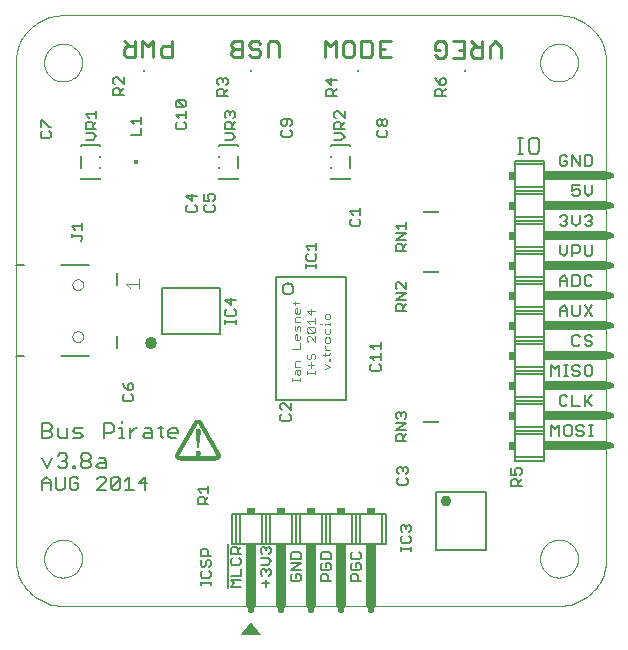
<source format=gto>
G75*
G70*
%OFA0B0*%
%FSLAX24Y24*%
%IPPOS*%
%LPD*%
%AMOC8*
5,1,8,0,0,1.08239X$1,22.5*
%
%ADD10C,0.0110*%
%ADD11C,0.0040*%
%ADD12C,0.0070*%
%ADD13C,0.0060*%
%ADD14C,0.0050*%
%ADD15C,0.0010*%
%ADD16R,0.0098X0.0098*%
%ADD17R,0.0118X0.0157*%
%ADD18C,0.0080*%
%ADD19C,0.0362*%
%ADD20R,0.0006X0.0006*%
%ADD21R,0.0006X0.0006*%
%ADD22R,0.0006X0.0006*%
%ADD23R,0.0006X0.0006*%
%ADD24R,0.0551X0.0039*%
%ADD25R,0.0551X0.0079*%
%ADD26R,0.0039X0.0079*%
%ADD27R,0.0250X0.0196*%
%ADD28C,0.0000*%
%ADD29C,0.0406*%
%ADD30R,0.0196X0.0250*%
D10*
X019674Y024578D02*
X019858Y024578D01*
X019949Y024670D01*
X019949Y025037D01*
X019858Y025129D01*
X019674Y025129D01*
X019582Y025037D01*
X019582Y024854D01*
X019766Y024854D01*
X019582Y024670D02*
X019674Y024578D01*
X020190Y024578D02*
X020557Y024578D01*
X020557Y025129D01*
X020190Y025129D01*
X020374Y024854D02*
X020557Y024854D01*
X020798Y024854D02*
X020890Y024945D01*
X021165Y024945D01*
X020981Y024945D02*
X020798Y025129D01*
X020798Y024854D02*
X020798Y024670D01*
X020890Y024578D01*
X021165Y024578D01*
X021165Y025129D01*
X021406Y024945D02*
X021406Y024578D01*
X021773Y024578D02*
X021773Y024945D01*
X021589Y025129D01*
X021406Y024945D01*
X018109Y025144D02*
X017742Y025144D01*
X017742Y024594D01*
X018109Y024594D01*
X017926Y024869D02*
X017742Y024869D01*
X017501Y025052D02*
X017501Y024685D01*
X017410Y024594D01*
X017134Y024594D01*
X017134Y025144D01*
X017410Y025144D01*
X017501Y025052D01*
X016894Y025052D02*
X016894Y024685D01*
X016802Y024594D01*
X016618Y024594D01*
X016527Y024685D01*
X016527Y025052D01*
X016618Y025144D01*
X016802Y025144D01*
X016894Y025052D01*
X016286Y025144D02*
X016286Y024594D01*
X015919Y024594D02*
X015919Y025144D01*
X016102Y024961D01*
X016286Y025144D01*
X014373Y025052D02*
X014373Y024593D01*
X014006Y024593D02*
X014006Y025052D01*
X014098Y025144D01*
X014282Y025144D01*
X014373Y025052D01*
X013766Y025052D02*
X013674Y025144D01*
X013490Y025144D01*
X013399Y025052D01*
X013399Y024960D01*
X013490Y024869D01*
X013674Y024869D01*
X013766Y024777D01*
X013766Y024685D01*
X013674Y024593D01*
X013490Y024593D01*
X013399Y024685D01*
X013158Y024593D02*
X013158Y025144D01*
X012883Y025144D01*
X012791Y025052D01*
X012791Y024960D01*
X012883Y024869D01*
X013158Y024869D01*
X012883Y024869D02*
X012791Y024777D01*
X012791Y024685D01*
X012883Y024593D01*
X013158Y024593D01*
X010811Y024593D02*
X010536Y024593D01*
X010444Y024685D01*
X010444Y024869D01*
X010536Y024960D01*
X010811Y024960D01*
X010811Y025144D02*
X010811Y024593D01*
X010203Y024593D02*
X010203Y025144D01*
X010020Y024960D01*
X009836Y025144D01*
X009836Y024593D01*
X009595Y024593D02*
X009595Y025144D01*
X009595Y024960D02*
X009320Y024960D01*
X009228Y024869D01*
X009228Y024685D01*
X009320Y024593D01*
X009595Y024593D01*
X009412Y024960D02*
X009228Y025144D01*
D11*
X009734Y017198D02*
X009734Y016891D01*
X009734Y017044D02*
X009273Y017044D01*
X009427Y016891D01*
X014861Y016395D02*
X015048Y016395D01*
X015094Y016442D01*
X014908Y016442D02*
X014908Y016349D01*
X014954Y016241D02*
X014908Y016194D01*
X014908Y016101D01*
X014954Y016054D01*
X015048Y016054D01*
X015094Y016101D01*
X015094Y016194D01*
X015001Y016241D02*
X015001Y016054D01*
X014954Y015946D02*
X014908Y015899D01*
X014908Y015759D01*
X015094Y015759D01*
X015048Y015651D02*
X015001Y015605D01*
X015001Y015511D01*
X014954Y015465D01*
X014908Y015511D01*
X014908Y015651D01*
X015048Y015651D02*
X015094Y015605D01*
X015094Y015465D01*
X015001Y015357D02*
X015001Y015170D01*
X015048Y015170D02*
X014954Y015170D01*
X014908Y015217D01*
X014908Y015310D01*
X014954Y015357D01*
X015001Y015357D01*
X015094Y015310D02*
X015094Y015217D01*
X015048Y015170D01*
X015094Y015062D02*
X015094Y014875D01*
X014814Y014875D01*
X015314Y014672D02*
X015314Y014578D01*
X015361Y014532D01*
X015408Y014532D01*
X015454Y014578D01*
X015454Y014672D01*
X015501Y014718D01*
X015548Y014718D01*
X015594Y014672D01*
X015594Y014578D01*
X015548Y014532D01*
X015454Y014424D02*
X015454Y014237D01*
X015361Y014330D02*
X015548Y014330D01*
X015594Y014134D02*
X015594Y014041D01*
X015594Y014087D02*
X015314Y014087D01*
X015314Y014041D02*
X015314Y014134D01*
X015094Y014178D02*
X015094Y014038D01*
X015048Y013991D01*
X015001Y014038D01*
X015001Y014178D01*
X014954Y014178D02*
X015094Y014178D01*
X015094Y014286D02*
X014908Y014286D01*
X014908Y014426D01*
X014954Y014473D01*
X015094Y014473D01*
X015314Y014672D02*
X015361Y014718D01*
X015361Y015121D02*
X015314Y015168D01*
X015314Y015261D01*
X015361Y015308D01*
X015408Y015308D01*
X015594Y015121D01*
X015594Y015308D01*
X015548Y015416D02*
X015361Y015602D01*
X015548Y015602D01*
X015594Y015556D01*
X015594Y015462D01*
X015548Y015416D01*
X015361Y015416D01*
X015314Y015462D01*
X015314Y015556D01*
X015361Y015602D01*
X015408Y015710D02*
X015314Y015804D01*
X015594Y015804D01*
X015594Y015897D02*
X015594Y015710D01*
X015767Y015708D02*
X015814Y015708D01*
X015908Y015708D02*
X016094Y015708D01*
X016094Y015754D02*
X016094Y015661D01*
X016094Y015553D02*
X016094Y015413D01*
X016048Y015366D01*
X015954Y015366D01*
X015908Y015413D01*
X015908Y015553D01*
X015908Y015661D02*
X015908Y015708D01*
X015954Y015858D02*
X016048Y015858D01*
X016094Y015904D01*
X016094Y015998D01*
X016048Y016044D01*
X015954Y016044D01*
X015908Y015998D01*
X015908Y015904D01*
X015954Y015858D01*
X015594Y016145D02*
X015314Y016145D01*
X015454Y016005D01*
X015454Y016192D01*
X015094Y015946D02*
X014954Y015946D01*
X014954Y016241D02*
X015001Y016241D01*
X015954Y015259D02*
X015908Y015212D01*
X015908Y015118D01*
X015954Y015072D01*
X016048Y015072D01*
X016094Y015118D01*
X016094Y015212D01*
X016048Y015259D01*
X015954Y015259D01*
X015908Y014966D02*
X015908Y014920D01*
X016001Y014826D01*
X016094Y014826D02*
X015908Y014826D01*
X015908Y014723D02*
X015908Y014630D01*
X015861Y014677D02*
X016048Y014677D01*
X016094Y014723D01*
X016094Y014529D02*
X016094Y014482D01*
X016048Y014482D01*
X016048Y014529D01*
X016094Y014529D01*
X015908Y014375D02*
X016094Y014281D01*
X015908Y014188D01*
X015094Y013888D02*
X015094Y013795D01*
X015094Y013842D02*
X014814Y013842D01*
X014814Y013888D02*
X014814Y013795D01*
X014908Y014038D02*
X014908Y014132D01*
X014954Y014178D01*
D12*
X011027Y012150D02*
X011027Y012068D01*
X010700Y012068D01*
X010700Y011987D02*
X010700Y012150D01*
X010782Y012232D01*
X010946Y012232D01*
X011027Y012150D01*
X010946Y011905D02*
X010782Y011905D01*
X010700Y011987D01*
X010520Y011905D02*
X010438Y011987D01*
X010438Y012314D01*
X010357Y012232D02*
X010520Y012232D01*
X010168Y012150D02*
X010168Y011905D01*
X009923Y011905D01*
X009841Y011987D01*
X009923Y012068D01*
X010168Y012068D01*
X010168Y012150D02*
X010086Y012232D01*
X009923Y012232D01*
X009656Y012232D02*
X009575Y012232D01*
X009411Y012068D01*
X009411Y011905D02*
X009411Y012232D01*
X009149Y012232D02*
X009149Y011905D01*
X009068Y011905D02*
X009231Y011905D01*
X009149Y012232D02*
X009068Y012232D01*
X009149Y012395D02*
X009149Y012477D01*
X008879Y012314D02*
X008879Y012150D01*
X008797Y012068D01*
X008552Y012068D01*
X008552Y011905D02*
X008552Y012395D01*
X008797Y012395D01*
X008879Y012314D01*
X007848Y012232D02*
X007602Y012232D01*
X007521Y012150D01*
X007602Y012068D01*
X007766Y012068D01*
X007848Y011987D01*
X007766Y011905D01*
X007521Y011905D01*
X007332Y011905D02*
X007332Y012232D01*
X007332Y011905D02*
X007087Y011905D01*
X007005Y011987D01*
X007005Y012232D01*
X006816Y012232D02*
X006816Y012314D01*
X006735Y012395D01*
X006489Y012395D01*
X006489Y011905D01*
X006735Y011905D01*
X006816Y011987D01*
X006816Y012068D01*
X006735Y012150D01*
X006489Y012150D01*
X006735Y012150D02*
X006816Y012232D01*
X007087Y011395D02*
X007250Y011395D01*
X007332Y011314D01*
X007332Y011232D01*
X007250Y011150D01*
X007332Y011068D01*
X007332Y010987D01*
X007250Y010905D01*
X007087Y010905D01*
X007005Y010987D01*
X007168Y011150D02*
X007250Y011150D01*
X007005Y011314D02*
X007087Y011395D01*
X006816Y011232D02*
X006653Y010905D01*
X006489Y011232D01*
X007521Y010987D02*
X007602Y010987D01*
X007602Y010905D01*
X007521Y010905D01*
X007521Y010987D01*
X007778Y010987D02*
X007778Y011068D01*
X007860Y011150D01*
X008024Y011150D01*
X008105Y011068D01*
X008105Y010987D01*
X008024Y010905D01*
X007860Y010905D01*
X007778Y010987D01*
X007860Y011150D02*
X007778Y011232D01*
X007778Y011314D01*
X007860Y011395D01*
X008024Y011395D01*
X008105Y011314D01*
X008105Y011232D01*
X008024Y011150D01*
X008294Y010987D02*
X008376Y011068D01*
X008621Y011068D01*
X008621Y011150D02*
X008621Y010905D01*
X008376Y010905D01*
X008294Y010987D01*
X008376Y011232D02*
X008539Y011232D01*
X008621Y011150D01*
X022341Y021384D02*
X022518Y021384D01*
X022430Y021384D02*
X022430Y021915D01*
X022518Y021915D02*
X022341Y021915D01*
X022710Y021827D02*
X022710Y021473D01*
X022798Y021384D01*
X022975Y021384D01*
X023063Y021473D01*
X023063Y021827D01*
X022975Y021915D01*
X022798Y021915D01*
X022710Y021827D01*
X023746Y021277D02*
X023746Y021023D01*
X023810Y020960D01*
X023936Y020960D01*
X024000Y021023D01*
X024000Y021150D01*
X023873Y021150D01*
X023746Y021277D02*
X023810Y021340D01*
X023936Y021340D01*
X024000Y021277D01*
X024161Y021340D02*
X024414Y020960D01*
X024414Y021340D01*
X024575Y021340D02*
X024765Y021340D01*
X024829Y021277D01*
X024829Y021023D01*
X024765Y020960D01*
X024575Y020960D01*
X024575Y021340D01*
X024161Y021340D02*
X024161Y020960D01*
X024161Y020340D02*
X024161Y020150D01*
X024287Y020214D01*
X024351Y020214D01*
X024414Y020150D01*
X024414Y020023D01*
X024351Y019960D01*
X024224Y019960D01*
X024161Y020023D01*
X024161Y020340D02*
X024414Y020340D01*
X024575Y020340D02*
X024575Y020087D01*
X024702Y019960D01*
X024829Y020087D01*
X024829Y020340D01*
X024765Y019340D02*
X024829Y019277D01*
X024829Y019214D01*
X024765Y019150D01*
X024829Y019087D01*
X024829Y019023D01*
X024765Y018960D01*
X024638Y018960D01*
X024575Y019023D01*
X024414Y019087D02*
X024414Y019340D01*
X024575Y019277D02*
X024638Y019340D01*
X024765Y019340D01*
X024765Y019150D02*
X024702Y019150D01*
X024414Y019087D02*
X024287Y018960D01*
X024161Y019087D01*
X024161Y019340D01*
X024000Y019277D02*
X024000Y019214D01*
X023936Y019150D01*
X024000Y019087D01*
X024000Y019023D01*
X023936Y018960D01*
X023810Y018960D01*
X023746Y019023D01*
X023873Y019150D02*
X023936Y019150D01*
X024000Y019277D02*
X023936Y019340D01*
X023810Y019340D01*
X023746Y019277D01*
X023746Y018340D02*
X023746Y018087D01*
X023873Y017960D01*
X024000Y018087D01*
X024000Y018340D01*
X024161Y018340D02*
X024351Y018340D01*
X024414Y018277D01*
X024414Y018150D01*
X024351Y018087D01*
X024161Y018087D01*
X024161Y017960D02*
X024161Y018340D01*
X024575Y018340D02*
X024575Y018023D01*
X024638Y017960D01*
X024765Y017960D01*
X024829Y018023D01*
X024829Y018340D01*
X024765Y017340D02*
X024638Y017340D01*
X024575Y017277D01*
X024575Y017023D01*
X024638Y016960D01*
X024765Y016960D01*
X024829Y017023D01*
X024829Y017277D02*
X024765Y017340D01*
X024414Y017277D02*
X024414Y017023D01*
X024351Y016960D01*
X024161Y016960D01*
X024161Y017340D01*
X024351Y017340D01*
X024414Y017277D01*
X024000Y017214D02*
X024000Y016960D01*
X024000Y017150D02*
X023746Y017150D01*
X023746Y017214D02*
X023873Y017340D01*
X024000Y017214D01*
X023746Y017214D02*
X023746Y016960D01*
X023873Y016340D02*
X024000Y016214D01*
X024000Y015960D01*
X024161Y016023D02*
X024224Y015960D01*
X024351Y015960D01*
X024414Y016023D01*
X024414Y016340D01*
X024575Y016340D02*
X024829Y015960D01*
X024575Y015960D02*
X024829Y016340D01*
X024161Y016340D02*
X024161Y016023D01*
X024000Y016150D02*
X023746Y016150D01*
X023746Y016214D02*
X023873Y016340D01*
X023746Y016214D02*
X023746Y015960D01*
X024224Y015340D02*
X024161Y015277D01*
X024161Y015023D01*
X024224Y014960D01*
X024351Y014960D01*
X024414Y015023D01*
X024575Y015023D02*
X024638Y014960D01*
X024765Y014960D01*
X024829Y015023D01*
X024829Y015087D01*
X024765Y015150D01*
X024638Y015150D01*
X024575Y015214D01*
X024575Y015277D01*
X024638Y015340D01*
X024765Y015340D01*
X024829Y015277D01*
X024414Y015277D02*
X024351Y015340D01*
X024224Y015340D01*
X024224Y014340D02*
X024161Y014277D01*
X024161Y014214D01*
X024224Y014150D01*
X024351Y014150D01*
X024414Y014087D01*
X024414Y014023D01*
X024351Y013960D01*
X024224Y013960D01*
X024161Y014023D01*
X024011Y013960D02*
X023884Y013960D01*
X023948Y013960D02*
X023948Y014340D01*
X024011Y014340D02*
X023884Y014340D01*
X023724Y014340D02*
X023597Y014214D01*
X023470Y014340D01*
X023470Y013960D01*
X023724Y013960D02*
X023724Y014340D01*
X024224Y014340D02*
X024351Y014340D01*
X024414Y014277D01*
X024575Y014277D02*
X024575Y014023D01*
X024638Y013960D01*
X024765Y013960D01*
X024829Y014023D01*
X024829Y014277D01*
X024765Y014340D01*
X024638Y014340D01*
X024575Y014277D01*
X024575Y013340D02*
X024575Y012960D01*
X024575Y013087D02*
X024829Y013340D01*
X024638Y013150D02*
X024829Y012960D01*
X024414Y012960D02*
X024161Y012960D01*
X024161Y013340D01*
X024000Y013277D02*
X023936Y013340D01*
X023810Y013340D01*
X023746Y013277D01*
X023746Y013023D01*
X023810Y012960D01*
X023936Y012960D01*
X024000Y013023D01*
X023948Y012340D02*
X023884Y012277D01*
X023884Y012023D01*
X023948Y011960D01*
X024075Y011960D01*
X024138Y012023D01*
X024138Y012277D01*
X024075Y012340D01*
X023948Y012340D01*
X023724Y012340D02*
X023597Y012214D01*
X023470Y012340D01*
X023470Y011960D01*
X023724Y011960D02*
X023724Y012340D01*
X024299Y012277D02*
X024299Y012214D01*
X024362Y012150D01*
X024489Y012150D01*
X024552Y012087D01*
X024552Y012023D01*
X024489Y011960D01*
X024362Y011960D01*
X024299Y012023D01*
X024299Y012277D02*
X024362Y012340D01*
X024489Y012340D01*
X024552Y012277D01*
X024713Y012340D02*
X024840Y012340D01*
X024776Y012340D02*
X024776Y011960D01*
X024713Y011960D02*
X024840Y011960D01*
D13*
X025228Y011775D02*
X025511Y011693D01*
X025511Y011607D01*
X025228Y011525D01*
X023227Y011525D01*
X023227Y011775D01*
X025228Y011775D01*
X025260Y011766D02*
X023227Y011766D01*
X023227Y011708D02*
X025462Y011708D01*
X025511Y011649D02*
X023227Y011649D01*
X023227Y011591D02*
X025455Y011591D01*
X025253Y011532D02*
X023227Y011532D01*
X023227Y011268D02*
X022243Y011268D01*
X022243Y012032D01*
X023227Y012032D01*
X023227Y011268D01*
X023227Y011150D01*
X022243Y011150D01*
X022243Y011268D01*
X022243Y012032D02*
X022243Y012150D01*
X022243Y012268D01*
X023227Y012268D01*
X023227Y012150D01*
X022243Y012150D01*
X022243Y012268D02*
X022243Y013032D01*
X023227Y013032D01*
X023227Y012268D01*
X023227Y012150D02*
X023227Y012032D01*
X023227Y012525D02*
X023227Y012775D01*
X025228Y012775D01*
X025511Y012693D01*
X025511Y012607D01*
X025228Y012525D01*
X023227Y012525D01*
X023227Y012527D02*
X025234Y012527D01*
X025436Y012585D02*
X023227Y012585D01*
X023227Y012644D02*
X025511Y012644D01*
X025481Y012702D02*
X023227Y012702D01*
X023227Y012761D02*
X025279Y012761D01*
X025228Y013525D02*
X023227Y013525D01*
X023227Y013775D01*
X025228Y013775D01*
X025511Y013693D01*
X025511Y013607D01*
X025228Y013525D01*
X025417Y013580D02*
X023227Y013580D01*
X023227Y013638D02*
X025511Y013638D01*
X025500Y013697D02*
X023227Y013697D01*
X023227Y013755D02*
X025298Y013755D01*
X025228Y014525D02*
X023227Y014525D01*
X023227Y014775D01*
X025228Y014775D01*
X025511Y014693D01*
X025511Y014607D01*
X025228Y014525D01*
X025398Y014574D02*
X023227Y014574D01*
X023227Y014633D02*
X025511Y014633D01*
X025511Y014691D02*
X023227Y014691D01*
X023227Y014750D02*
X025317Y014750D01*
X025228Y015525D02*
X023227Y015525D01*
X023227Y015775D01*
X025228Y015775D01*
X025511Y015693D01*
X025511Y015607D01*
X025228Y015525D01*
X025379Y015569D02*
X023227Y015569D01*
X023227Y015627D02*
X025511Y015627D01*
X025511Y015686D02*
X023227Y015686D01*
X023227Y015744D02*
X025336Y015744D01*
X025228Y016525D02*
X023227Y016525D01*
X023227Y016775D01*
X025228Y016775D01*
X025511Y016693D01*
X025511Y016607D01*
X025228Y016525D01*
X025360Y016563D02*
X023227Y016563D01*
X023227Y016622D02*
X025511Y016622D01*
X025511Y016680D02*
X023227Y016680D01*
X023227Y016739D02*
X025355Y016739D01*
X025228Y017525D02*
X023227Y017525D01*
X023227Y017775D01*
X025228Y017775D01*
X025511Y017693D01*
X025511Y017607D01*
X025228Y017525D01*
X025341Y017558D02*
X023227Y017558D01*
X023227Y017616D02*
X025511Y017616D01*
X025511Y017675D02*
X023227Y017675D01*
X023227Y017733D02*
X025374Y017733D01*
X025228Y018525D02*
X023227Y018525D01*
X023227Y018775D01*
X025228Y018775D01*
X025511Y018693D01*
X025511Y018607D01*
X025228Y018525D01*
X025322Y018552D02*
X023227Y018552D01*
X023227Y018611D02*
X025511Y018611D01*
X025511Y018669D02*
X023227Y018669D01*
X023227Y018728D02*
X025393Y018728D01*
X025228Y019525D02*
X023227Y019525D01*
X023227Y019775D01*
X025228Y019775D01*
X025511Y019693D01*
X025511Y019607D01*
X025228Y019525D01*
X025303Y019547D02*
X023227Y019547D01*
X023227Y019605D02*
X025505Y019605D01*
X025511Y019664D02*
X023227Y019664D01*
X023227Y019722D02*
X025412Y019722D01*
X025228Y020525D02*
X023227Y020525D01*
X023227Y020775D01*
X025229Y020775D01*
X025228Y020775D02*
X025511Y020693D01*
X025511Y020607D01*
X025228Y020525D01*
X025284Y020541D02*
X023227Y020541D01*
X023227Y020600D02*
X025486Y020600D01*
X025511Y020658D02*
X023227Y020658D01*
X023227Y020717D02*
X025430Y020717D01*
X025228Y020775D02*
X023227Y020775D01*
X023227Y021032D02*
X022243Y021032D01*
X022243Y021150D01*
X023227Y021150D01*
X023227Y021032D01*
X023227Y020268D01*
X022243Y020268D01*
X022243Y021032D01*
X022243Y020268D02*
X022243Y020150D01*
X023227Y020150D01*
X023227Y020032D01*
X022243Y020032D01*
X022243Y020150D01*
X022243Y020032D02*
X022243Y019268D01*
X023227Y019268D01*
X023227Y019150D01*
X022243Y019150D01*
X022243Y019032D01*
X023227Y019032D01*
X023227Y018268D01*
X022243Y018268D01*
X022243Y019032D01*
X022243Y019150D02*
X022243Y019268D01*
X023227Y019268D02*
X023227Y020032D01*
X023227Y020150D02*
X023227Y020268D01*
X023227Y019150D02*
X023227Y019032D01*
X023227Y018268D02*
X023227Y018150D01*
X022243Y018150D01*
X022243Y018032D01*
X023227Y018032D01*
X023227Y017268D01*
X022243Y017268D01*
X022243Y018032D01*
X022243Y018150D02*
X022243Y018268D01*
X023227Y018150D02*
X023227Y018032D01*
X023227Y017268D02*
X023227Y017150D01*
X022243Y017150D01*
X022243Y017032D01*
X023227Y017032D01*
X023227Y016268D01*
X022243Y016268D01*
X022243Y017032D01*
X022243Y017150D02*
X022243Y017268D01*
X023227Y017150D02*
X023227Y017032D01*
X023227Y016268D02*
X023227Y016150D01*
X022243Y016150D01*
X022243Y016268D01*
X022243Y016150D02*
X022243Y016032D01*
X023227Y016032D01*
X023227Y015268D01*
X023227Y015150D01*
X022243Y015150D01*
X022243Y015268D01*
X023227Y015268D01*
X023227Y015150D02*
X023227Y015032D01*
X022243Y015032D01*
X022243Y015150D01*
X022243Y015268D02*
X022243Y016032D01*
X023227Y016032D02*
X023227Y016150D01*
X023227Y015032D02*
X023227Y014268D01*
X023227Y014150D01*
X022243Y014150D01*
X022243Y014268D01*
X023227Y014268D01*
X023227Y014150D02*
X023227Y014032D01*
X022243Y014032D01*
X022243Y014150D01*
X022243Y014032D02*
X022243Y013268D01*
X022243Y013150D01*
X023227Y013150D01*
X023227Y013268D01*
X022243Y013268D01*
X022243Y013150D02*
X022243Y013032D01*
X023227Y013032D02*
X023227Y013150D01*
X023227Y013268D02*
X023227Y014032D01*
X022243Y014268D02*
X022243Y015032D01*
X016606Y013165D02*
X014303Y013165D01*
X014303Y017260D01*
X016606Y017260D01*
X016606Y013165D01*
X012419Y015380D02*
X010489Y015380D01*
X010489Y016920D01*
X012419Y016920D01*
X012419Y015380D01*
X014506Y016876D02*
X014508Y016902D01*
X014514Y016928D01*
X014523Y016953D01*
X014536Y016976D01*
X014552Y016997D01*
X014571Y017015D01*
X014593Y017031D01*
X014616Y017043D01*
X014641Y017051D01*
X014667Y017056D01*
X014694Y017057D01*
X014720Y017054D01*
X014745Y017047D01*
X014770Y017037D01*
X014792Y017023D01*
X014813Y017006D01*
X014830Y016987D01*
X014845Y016965D01*
X014856Y016941D01*
X014864Y016915D01*
X014868Y016889D01*
X014868Y016863D01*
X014864Y016837D01*
X014856Y016811D01*
X014845Y016787D01*
X014830Y016765D01*
X014813Y016746D01*
X014792Y016729D01*
X014770Y016715D01*
X014745Y016705D01*
X014720Y016698D01*
X014694Y016695D01*
X014667Y016696D01*
X014641Y016701D01*
X014616Y016709D01*
X014593Y016721D01*
X014571Y016737D01*
X014552Y016755D01*
X014536Y016776D01*
X014523Y016799D01*
X014514Y016824D01*
X014508Y016850D01*
X014506Y016876D01*
X013023Y020549D02*
X012385Y020549D01*
X012385Y020586D01*
X012385Y020903D02*
X012385Y020940D01*
X012385Y021277D02*
X012385Y021314D01*
X012385Y021631D02*
X012385Y021668D01*
X013023Y021668D01*
X013023Y021631D01*
X013023Y021314D02*
X013023Y020903D01*
X013023Y020586D02*
X013023Y020549D01*
X016109Y020549D02*
X016109Y020586D01*
X016109Y020549D02*
X016746Y020549D01*
X016746Y020586D01*
X016746Y020903D02*
X016746Y021314D01*
X016746Y021631D02*
X016746Y021668D01*
X016109Y021668D01*
X016109Y021631D01*
X016109Y021314D02*
X016109Y021277D01*
X016109Y020940D02*
X016109Y020903D01*
X008435Y020940D02*
X008435Y020903D01*
X008435Y020586D02*
X008435Y020549D01*
X007798Y020549D01*
X007798Y020586D01*
X007798Y020903D02*
X007798Y021314D01*
X007798Y021631D02*
X007798Y021668D01*
X008435Y021668D01*
X008435Y021631D01*
X008435Y021314D02*
X008435Y021277D01*
X008399Y010620D02*
X008326Y010547D01*
X008399Y010620D02*
X008546Y010620D01*
X008619Y010547D01*
X008619Y010474D01*
X008326Y010180D01*
X008619Y010180D01*
X008786Y010253D02*
X009080Y010547D01*
X009080Y010253D01*
X009006Y010180D01*
X008860Y010180D01*
X008786Y010253D01*
X008786Y010547D01*
X008860Y010620D01*
X009006Y010620D01*
X009080Y010547D01*
X009247Y010474D02*
X009393Y010620D01*
X009393Y010180D01*
X009247Y010180D02*
X009540Y010180D01*
X009707Y010400D02*
X010001Y010400D01*
X009927Y010180D02*
X009927Y010620D01*
X009707Y010400D01*
X007699Y010400D02*
X007699Y010253D01*
X007625Y010180D01*
X007479Y010180D01*
X007405Y010253D01*
X007405Y010547D01*
X007479Y010620D01*
X007625Y010620D01*
X007699Y010547D01*
X007699Y010400D02*
X007552Y010400D01*
X007238Y010253D02*
X007238Y010620D01*
X006945Y010620D02*
X006945Y010253D01*
X007018Y010180D01*
X007165Y010180D01*
X007238Y010253D01*
X006778Y010180D02*
X006778Y010474D01*
X006631Y010620D01*
X006484Y010474D01*
X006484Y010180D01*
X006484Y010400D02*
X006778Y010400D01*
X012836Y009366D02*
X012836Y008381D01*
X012954Y008381D01*
X012954Y009366D01*
X013072Y009366D01*
X013072Y008381D01*
X012954Y008381D01*
X013072Y008381D02*
X013836Y008381D01*
X013836Y009366D01*
X013954Y009366D01*
X013954Y008381D01*
X013836Y008381D01*
X013954Y008381D02*
X014072Y008381D01*
X014072Y009366D01*
X014836Y009366D01*
X014836Y008381D01*
X014072Y008381D01*
X014330Y008381D02*
X014580Y008381D01*
X014580Y006380D01*
X014498Y006098D01*
X014411Y006098D01*
X014329Y006380D01*
X014330Y008381D01*
X014330Y008373D02*
X014580Y008373D01*
X014580Y008315D02*
X014330Y008315D01*
X014330Y008256D02*
X014580Y008256D01*
X014580Y008198D02*
X014329Y008198D01*
X014329Y008139D02*
X014580Y008139D01*
X014580Y008081D02*
X014329Y008081D01*
X014329Y008022D02*
X014580Y008022D01*
X014580Y007964D02*
X014329Y007964D01*
X014329Y007905D02*
X014580Y007905D01*
X014580Y007847D02*
X014329Y007847D01*
X014329Y007788D02*
X014580Y007788D01*
X014580Y007730D02*
X014329Y007730D01*
X014329Y007671D02*
X014580Y007671D01*
X014580Y007613D02*
X014329Y007613D01*
X014329Y007554D02*
X014580Y007554D01*
X014580Y007496D02*
X014329Y007496D01*
X014329Y007437D02*
X014580Y007437D01*
X014580Y007379D02*
X014329Y007379D01*
X014329Y007320D02*
X014580Y007320D01*
X014580Y007262D02*
X014329Y007262D01*
X014329Y007203D02*
X014580Y007203D01*
X014580Y007145D02*
X014329Y007145D01*
X014329Y007086D02*
X014580Y007086D01*
X014580Y007028D02*
X014329Y007028D01*
X014329Y006969D02*
X014580Y006969D01*
X014580Y006911D02*
X014329Y006911D01*
X014329Y006852D02*
X014580Y006852D01*
X014580Y006794D02*
X014329Y006794D01*
X014329Y006735D02*
X014580Y006735D01*
X014580Y006677D02*
X014329Y006677D01*
X014329Y006618D02*
X014580Y006618D01*
X014580Y006560D02*
X014329Y006560D01*
X014329Y006501D02*
X014580Y006501D01*
X014580Y006443D02*
X014329Y006443D01*
X014329Y006384D02*
X014580Y006384D01*
X014564Y006326D02*
X014345Y006326D01*
X014362Y006267D02*
X014547Y006267D01*
X014530Y006209D02*
X014379Y006209D01*
X014396Y006150D02*
X014513Y006150D01*
X015329Y006380D02*
X015411Y006098D01*
X015498Y006098D01*
X015580Y006380D01*
X015580Y008381D01*
X015330Y008381D01*
X015329Y006380D01*
X015329Y006384D02*
X015580Y006384D01*
X015580Y006443D02*
X015329Y006443D01*
X015329Y006501D02*
X015580Y006501D01*
X015580Y006560D02*
X015329Y006560D01*
X015329Y006618D02*
X015580Y006618D01*
X015580Y006677D02*
X015329Y006677D01*
X015329Y006735D02*
X015580Y006735D01*
X015580Y006794D02*
X015329Y006794D01*
X015329Y006852D02*
X015580Y006852D01*
X015580Y006911D02*
X015329Y006911D01*
X015329Y006969D02*
X015580Y006969D01*
X015580Y007028D02*
X015329Y007028D01*
X015329Y007086D02*
X015580Y007086D01*
X015580Y007145D02*
X015329Y007145D01*
X015329Y007203D02*
X015580Y007203D01*
X015580Y007262D02*
X015329Y007262D01*
X015329Y007320D02*
X015580Y007320D01*
X015580Y007379D02*
X015329Y007379D01*
X015329Y007437D02*
X015580Y007437D01*
X015580Y007496D02*
X015329Y007496D01*
X015329Y007554D02*
X015580Y007554D01*
X015580Y007613D02*
X015329Y007613D01*
X015329Y007671D02*
X015580Y007671D01*
X015580Y007730D02*
X015329Y007730D01*
X015329Y007788D02*
X015580Y007788D01*
X015580Y007847D02*
X015329Y007847D01*
X015329Y007905D02*
X015580Y007905D01*
X015580Y007964D02*
X015329Y007964D01*
X015329Y008022D02*
X015580Y008022D01*
X015580Y008081D02*
X015329Y008081D01*
X015329Y008139D02*
X015580Y008139D01*
X015580Y008198D02*
X015329Y008198D01*
X015330Y008256D02*
X015580Y008256D01*
X015580Y008315D02*
X015330Y008315D01*
X015330Y008373D02*
X015580Y008373D01*
X015836Y008381D02*
X015072Y008381D01*
X015072Y009366D01*
X015836Y009366D01*
X015836Y008381D01*
X015954Y008381D01*
X015954Y009366D01*
X015836Y009366D01*
X015954Y009366D02*
X016072Y009366D01*
X016072Y008381D01*
X015954Y008381D01*
X016072Y008381D02*
X016836Y008381D01*
X016836Y009366D01*
X016954Y009366D01*
X016954Y008381D01*
X016836Y008381D01*
X016954Y008381D02*
X017072Y008381D01*
X017072Y009366D01*
X017836Y009366D01*
X017836Y008381D01*
X017072Y008381D01*
X017330Y008381D02*
X017580Y008381D01*
X017580Y006380D01*
X017498Y006098D01*
X017411Y006098D01*
X017329Y006380D01*
X017330Y008381D01*
X017330Y008373D02*
X017580Y008373D01*
X017580Y008315D02*
X017330Y008315D01*
X017330Y008256D02*
X017580Y008256D01*
X017580Y008198D02*
X017329Y008198D01*
X017329Y008139D02*
X017580Y008139D01*
X017580Y008081D02*
X017329Y008081D01*
X017329Y008022D02*
X017580Y008022D01*
X017580Y007964D02*
X017329Y007964D01*
X017329Y007905D02*
X017580Y007905D01*
X017580Y007847D02*
X017329Y007847D01*
X017329Y007788D02*
X017580Y007788D01*
X017580Y007730D02*
X017329Y007730D01*
X017329Y007671D02*
X017580Y007671D01*
X017580Y007613D02*
X017329Y007613D01*
X017329Y007554D02*
X017580Y007554D01*
X017580Y007496D02*
X017329Y007496D01*
X017329Y007437D02*
X017580Y007437D01*
X017580Y007379D02*
X017329Y007379D01*
X017329Y007320D02*
X017580Y007320D01*
X017580Y007262D02*
X017329Y007262D01*
X017329Y007203D02*
X017580Y007203D01*
X017580Y007145D02*
X017329Y007145D01*
X017329Y007086D02*
X017580Y007086D01*
X017580Y007028D02*
X017329Y007028D01*
X017329Y006969D02*
X017580Y006969D01*
X017580Y006911D02*
X017329Y006911D01*
X017329Y006852D02*
X017580Y006852D01*
X017580Y006794D02*
X017329Y006794D01*
X017329Y006735D02*
X017580Y006735D01*
X017580Y006677D02*
X017329Y006677D01*
X017329Y006618D02*
X017580Y006618D01*
X017580Y006560D02*
X017329Y006560D01*
X017329Y006501D02*
X017580Y006501D01*
X017580Y006443D02*
X017329Y006443D01*
X017329Y006384D02*
X017580Y006384D01*
X017564Y006326D02*
X017345Y006326D01*
X017362Y006267D02*
X017547Y006267D01*
X017530Y006209D02*
X017379Y006209D01*
X017396Y006150D02*
X017513Y006150D01*
X016580Y006380D02*
X016498Y006098D01*
X016411Y006098D01*
X016329Y006380D01*
X016330Y008381D01*
X016580Y008381D01*
X016580Y006380D01*
X016580Y006384D02*
X016329Y006384D01*
X016329Y006443D02*
X016580Y006443D01*
X016580Y006501D02*
X016329Y006501D01*
X016329Y006560D02*
X016580Y006560D01*
X016580Y006618D02*
X016329Y006618D01*
X016329Y006677D02*
X016580Y006677D01*
X016580Y006735D02*
X016329Y006735D01*
X016329Y006794D02*
X016580Y006794D01*
X016580Y006852D02*
X016329Y006852D01*
X016329Y006911D02*
X016580Y006911D01*
X016580Y006969D02*
X016329Y006969D01*
X016329Y007028D02*
X016580Y007028D01*
X016580Y007086D02*
X016329Y007086D01*
X016329Y007145D02*
X016580Y007145D01*
X016580Y007203D02*
X016329Y007203D01*
X016329Y007262D02*
X016580Y007262D01*
X016580Y007320D02*
X016329Y007320D01*
X016329Y007379D02*
X016580Y007379D01*
X016580Y007437D02*
X016329Y007437D01*
X016329Y007496D02*
X016580Y007496D01*
X016580Y007554D02*
X016329Y007554D01*
X016329Y007613D02*
X016580Y007613D01*
X016580Y007671D02*
X016329Y007671D01*
X016329Y007730D02*
X016580Y007730D01*
X016580Y007788D02*
X016329Y007788D01*
X016329Y007847D02*
X016580Y007847D01*
X016580Y007905D02*
X016329Y007905D01*
X016329Y007964D02*
X016580Y007964D01*
X016580Y008022D02*
X016329Y008022D01*
X016329Y008081D02*
X016580Y008081D01*
X016580Y008139D02*
X016329Y008139D01*
X016329Y008198D02*
X016580Y008198D01*
X016580Y008256D02*
X016330Y008256D01*
X016330Y008315D02*
X016580Y008315D01*
X016580Y008373D02*
X016330Y008373D01*
X016072Y009366D02*
X016836Y009366D01*
X016954Y009366D02*
X017072Y009366D01*
X017836Y009366D02*
X017954Y009366D01*
X017954Y008381D01*
X017836Y008381D01*
X016564Y006326D02*
X016345Y006326D01*
X016362Y006267D02*
X016547Y006267D01*
X016530Y006209D02*
X016379Y006209D01*
X016396Y006150D02*
X016513Y006150D01*
X015564Y006326D02*
X015345Y006326D01*
X015362Y006267D02*
X015547Y006267D01*
X015530Y006209D02*
X015379Y006209D01*
X015396Y006150D02*
X015513Y006150D01*
X013580Y006380D02*
X013498Y006098D01*
X013411Y006098D01*
X013329Y006380D01*
X013330Y008381D01*
X013580Y008381D01*
X013580Y006380D01*
X013580Y006384D02*
X013329Y006384D01*
X013329Y006443D02*
X013580Y006443D01*
X013580Y006501D02*
X013329Y006501D01*
X013329Y006560D02*
X013580Y006560D01*
X013580Y006618D02*
X013329Y006618D01*
X013329Y006677D02*
X013580Y006677D01*
X013580Y006735D02*
X013329Y006735D01*
X013329Y006794D02*
X013580Y006794D01*
X013580Y006852D02*
X013329Y006852D01*
X013329Y006911D02*
X013580Y006911D01*
X013580Y006969D02*
X013329Y006969D01*
X013329Y007028D02*
X013580Y007028D01*
X013580Y007086D02*
X013329Y007086D01*
X013329Y007145D02*
X013580Y007145D01*
X013580Y007203D02*
X013329Y007203D01*
X013329Y007262D02*
X013580Y007262D01*
X013580Y007320D02*
X013329Y007320D01*
X013329Y007379D02*
X013580Y007379D01*
X013580Y007437D02*
X013329Y007437D01*
X013329Y007496D02*
X013580Y007496D01*
X013580Y007554D02*
X013329Y007554D01*
X013329Y007613D02*
X013580Y007613D01*
X013580Y007671D02*
X013329Y007671D01*
X013329Y007730D02*
X013580Y007730D01*
X013580Y007788D02*
X013329Y007788D01*
X013329Y007847D02*
X013580Y007847D01*
X013580Y007905D02*
X013329Y007905D01*
X013329Y007964D02*
X013580Y007964D01*
X013580Y008022D02*
X013329Y008022D01*
X013329Y008081D02*
X013580Y008081D01*
X013580Y008139D02*
X013329Y008139D01*
X013329Y008198D02*
X013580Y008198D01*
X013580Y008256D02*
X013330Y008256D01*
X013330Y008315D02*
X013580Y008315D01*
X013580Y008373D02*
X013330Y008373D01*
X013072Y009366D02*
X013836Y009366D01*
X013954Y009366D02*
X014072Y009366D01*
X014836Y009366D02*
X014954Y009366D01*
X014954Y008381D01*
X014836Y008381D01*
X014954Y008381D02*
X015072Y008381D01*
X015072Y009366D02*
X014954Y009366D01*
X012954Y009366D02*
X012836Y009366D01*
X013345Y006326D02*
X013564Y006326D01*
X013547Y006267D02*
X013362Y006267D01*
X013379Y006209D02*
X013530Y006209D01*
X013513Y006150D02*
X013396Y006150D01*
D14*
X013129Y006938D02*
X012779Y006938D01*
X012896Y007055D01*
X012779Y007172D01*
X013129Y007172D01*
X013129Y007307D02*
X013129Y007540D01*
X013071Y007675D02*
X013129Y007733D01*
X013129Y007850D01*
X013071Y007909D01*
X013129Y008043D02*
X012779Y008043D01*
X012779Y008218D01*
X012837Y008277D01*
X012954Y008277D01*
X013013Y008218D01*
X013013Y008043D01*
X013013Y008160D02*
X013129Y008277D01*
X012679Y008387D02*
X012679Y006913D01*
X012779Y007307D02*
X013129Y007307D01*
X013071Y007675D02*
X012837Y007675D01*
X012779Y007733D01*
X012779Y007850D01*
X012837Y007909D01*
X012129Y007982D02*
X011779Y007982D01*
X011779Y008157D01*
X011837Y008215D01*
X011954Y008215D01*
X012013Y008157D01*
X012013Y007982D01*
X012013Y007847D02*
X012071Y007847D01*
X012129Y007789D01*
X012129Y007672D01*
X012071Y007614D01*
X011954Y007672D02*
X011954Y007789D01*
X012013Y007847D01*
X011837Y007847D02*
X011779Y007789D01*
X011779Y007672D01*
X011837Y007614D01*
X011896Y007614D01*
X011954Y007672D01*
X011837Y007479D02*
X011779Y007420D01*
X011779Y007304D01*
X011837Y007245D01*
X012071Y007245D01*
X012129Y007304D01*
X012129Y007420D01*
X012071Y007479D01*
X012129Y007117D02*
X012129Y007000D01*
X012129Y007058D02*
X011779Y007058D01*
X011779Y007000D02*
X011779Y007117D01*
X013779Y007365D02*
X013779Y007482D01*
X013837Y007540D01*
X013896Y007540D01*
X013954Y007482D01*
X014013Y007540D01*
X014071Y007540D01*
X014129Y007482D01*
X014129Y007365D01*
X014071Y007307D01*
X013954Y007423D02*
X013954Y007482D01*
X014013Y007675D02*
X014129Y007792D01*
X014013Y007909D01*
X013779Y007909D01*
X013837Y008043D02*
X013779Y008102D01*
X013779Y008218D01*
X013837Y008277D01*
X013896Y008277D01*
X013954Y008218D01*
X014013Y008277D01*
X014071Y008277D01*
X014129Y008218D01*
X014129Y008102D01*
X014071Y008043D01*
X013954Y008160D02*
X013954Y008218D01*
X014013Y007675D02*
X013779Y007675D01*
X013779Y007365D02*
X013837Y007307D01*
X013954Y007172D02*
X013954Y006938D01*
X013837Y007055D02*
X014071Y007055D01*
X014779Y007181D02*
X014837Y007123D01*
X015071Y007123D01*
X015129Y007181D01*
X015129Y007298D01*
X015071Y007356D01*
X014954Y007356D01*
X014954Y007239D01*
X014837Y007356D02*
X014779Y007298D01*
X014779Y007181D01*
X014779Y007491D02*
X015129Y007724D01*
X014779Y007724D01*
X014779Y007859D02*
X014779Y008034D01*
X014837Y008093D01*
X015071Y008093D01*
X015129Y008034D01*
X015129Y007859D01*
X014779Y007859D01*
X014779Y007491D02*
X015129Y007491D01*
X015779Y007549D02*
X015837Y007491D01*
X016071Y007491D01*
X016129Y007549D01*
X016129Y007666D01*
X016071Y007724D01*
X015954Y007724D01*
X015954Y007608D01*
X015837Y007724D02*
X015779Y007666D01*
X015779Y007549D01*
X015837Y007356D02*
X015954Y007356D01*
X016013Y007298D01*
X016013Y007123D01*
X016129Y007123D02*
X015779Y007123D01*
X015779Y007298D01*
X015837Y007356D01*
X015779Y007859D02*
X015779Y008034D01*
X015837Y008093D01*
X016071Y008093D01*
X016129Y008034D01*
X016129Y007859D01*
X015779Y007859D01*
X016779Y007918D02*
X016837Y007859D01*
X017071Y007859D01*
X017129Y007918D01*
X017129Y008034D01*
X017071Y008093D01*
X016837Y008093D02*
X016779Y008034D01*
X016779Y007918D01*
X016837Y007724D02*
X016779Y007666D01*
X016779Y007549D01*
X016837Y007491D01*
X017071Y007491D01*
X017129Y007549D01*
X017129Y007666D01*
X017071Y007724D01*
X016954Y007724D01*
X016954Y007608D01*
X016954Y007356D02*
X016837Y007356D01*
X016779Y007298D01*
X016779Y007123D01*
X017129Y007123D01*
X017013Y007123D02*
X017013Y007298D01*
X016954Y007356D01*
X018439Y008154D02*
X018439Y008271D01*
X018439Y008212D02*
X018789Y008212D01*
X018789Y008154D02*
X018789Y008271D01*
X018731Y008399D02*
X018497Y008399D01*
X018439Y008458D01*
X018439Y008575D01*
X018497Y008633D01*
X018497Y008768D02*
X018439Y008826D01*
X018439Y008943D01*
X018497Y009001D01*
X018556Y009001D01*
X018614Y008943D01*
X018673Y009001D01*
X018731Y009001D01*
X018789Y008943D01*
X018789Y008826D01*
X018731Y008768D01*
X018731Y008633D02*
X018789Y008575D01*
X018789Y008458D01*
X018731Y008399D01*
X018614Y008885D02*
X018614Y008943D01*
X018628Y010333D02*
X018395Y010333D01*
X018337Y010391D01*
X018337Y010508D01*
X018395Y010566D01*
X018395Y010701D02*
X018337Y010760D01*
X018337Y010876D01*
X018395Y010935D01*
X018453Y010935D01*
X018512Y010876D01*
X018570Y010935D01*
X018628Y010935D01*
X018687Y010876D01*
X018687Y010760D01*
X018628Y010701D01*
X018628Y010566D02*
X018687Y010508D01*
X018687Y010391D01*
X018628Y010333D01*
X018512Y010818D02*
X018512Y010876D01*
X018515Y011796D02*
X018515Y011971D01*
X018456Y012030D01*
X018340Y012030D01*
X018281Y011971D01*
X018281Y011796D01*
X018632Y011796D01*
X018515Y011913D02*
X018632Y012030D01*
X018632Y012164D02*
X018281Y012164D01*
X018632Y012398D01*
X018281Y012398D01*
X018340Y012533D02*
X018281Y012591D01*
X018281Y012708D01*
X018340Y012766D01*
X018398Y012766D01*
X018456Y012708D01*
X018515Y012766D01*
X018573Y012766D01*
X018632Y012708D01*
X018632Y012591D01*
X018573Y012533D01*
X018456Y012649D02*
X018456Y012708D01*
X017727Y014123D02*
X017786Y014181D01*
X017786Y014298D01*
X017727Y014356D01*
X017786Y014491D02*
X017786Y014724D01*
X017786Y014608D02*
X017435Y014608D01*
X017552Y014491D01*
X017494Y014356D02*
X017435Y014298D01*
X017435Y014181D01*
X017494Y014123D01*
X017727Y014123D01*
X017786Y014859D02*
X017786Y015093D01*
X017786Y014976D02*
X017435Y014976D01*
X017552Y014859D01*
X018279Y016123D02*
X018279Y016298D01*
X018337Y016356D01*
X018454Y016356D01*
X018513Y016298D01*
X018513Y016123D01*
X018513Y016239D02*
X018629Y016356D01*
X018629Y016491D02*
X018279Y016491D01*
X018629Y016724D01*
X018279Y016724D01*
X018337Y016859D02*
X018279Y016918D01*
X018279Y017034D01*
X018337Y017093D01*
X018396Y017093D01*
X018629Y016859D01*
X018629Y017093D01*
X018629Y016123D02*
X018279Y016123D01*
X018279Y018123D02*
X018279Y018298D01*
X018337Y018356D01*
X018454Y018356D01*
X018513Y018298D01*
X018513Y018123D01*
X018513Y018239D02*
X018629Y018356D01*
X018629Y018491D02*
X018279Y018491D01*
X018629Y018724D01*
X018279Y018724D01*
X018396Y018859D02*
X018279Y018976D01*
X018629Y018976D01*
X018629Y018859D02*
X018629Y019093D01*
X018629Y018123D02*
X018279Y018123D01*
X017101Y019036D02*
X017101Y019153D01*
X017043Y019211D01*
X017101Y019346D02*
X017101Y019580D01*
X017101Y019463D02*
X016751Y019463D01*
X016868Y019346D01*
X016809Y019211D02*
X016751Y019153D01*
X016751Y019036D01*
X016809Y018978D01*
X017043Y018978D01*
X017101Y019036D01*
X015636Y018420D02*
X015636Y018186D01*
X015636Y018303D02*
X015285Y018303D01*
X015402Y018186D01*
X015344Y018051D02*
X015285Y017993D01*
X015285Y017876D01*
X015344Y017818D01*
X015577Y017818D01*
X015636Y017876D01*
X015636Y017993D01*
X015577Y018051D01*
X015636Y017689D02*
X015636Y017572D01*
X015636Y017631D02*
X015285Y017631D01*
X015285Y017689D02*
X015285Y017572D01*
X012948Y016498D02*
X012598Y016498D01*
X012773Y016323D01*
X012773Y016556D01*
X012656Y016188D02*
X012598Y016130D01*
X012598Y016013D01*
X012656Y015955D01*
X012890Y015955D01*
X012948Y016013D01*
X012948Y016130D01*
X012890Y016188D01*
X012948Y015826D02*
X012948Y015709D01*
X012948Y015767D02*
X012598Y015767D01*
X012598Y015709D02*
X012598Y015826D01*
X009526Y013666D02*
X009467Y013725D01*
X009409Y013725D01*
X009350Y013666D01*
X009350Y013491D01*
X009467Y013491D01*
X009526Y013550D01*
X009526Y013666D01*
X009350Y013491D02*
X009234Y013608D01*
X009175Y013725D01*
X009234Y013356D02*
X009175Y013298D01*
X009175Y013181D01*
X009234Y013123D01*
X009467Y013123D01*
X009526Y013181D01*
X009526Y013298D01*
X009467Y013356D01*
X008053Y014634D02*
X007108Y014634D01*
X005887Y014634D02*
X005612Y014634D01*
X008978Y014910D02*
X008978Y015304D01*
X008978Y016996D02*
X008978Y017390D01*
X008053Y017666D02*
X007108Y017666D01*
X007776Y018475D02*
X007835Y018534D01*
X007835Y018592D01*
X007776Y018650D01*
X007484Y018650D01*
X007484Y018592D02*
X007484Y018709D01*
X007601Y018844D02*
X007484Y018960D01*
X007835Y018960D01*
X007835Y018844D02*
X007835Y019077D01*
X005887Y017666D02*
X005612Y017666D01*
X006500Y021890D02*
X006441Y021949D01*
X006441Y022065D01*
X006500Y022124D01*
X006441Y022258D02*
X006441Y022492D01*
X006500Y022492D01*
X006733Y022258D01*
X006792Y022258D01*
X006733Y022124D02*
X006792Y022065D01*
X006792Y021949D01*
X006733Y021890D01*
X006500Y021890D01*
X007946Y021847D02*
X008179Y021847D01*
X008296Y021964D01*
X008179Y022081D01*
X007946Y022081D01*
X007946Y022216D02*
X007946Y022391D01*
X008004Y022449D01*
X008121Y022449D01*
X008179Y022391D01*
X008179Y022216D01*
X008179Y022332D02*
X008296Y022449D01*
X008296Y022584D02*
X008296Y022817D01*
X008296Y022701D02*
X007946Y022701D01*
X008062Y022584D01*
X007946Y022216D02*
X008296Y022216D01*
X009446Y022000D02*
X009796Y022000D01*
X009796Y022234D01*
X009796Y022368D02*
X009796Y022602D01*
X009796Y022485D02*
X009446Y022485D01*
X009562Y022368D01*
X009212Y023322D02*
X008862Y023322D01*
X008862Y023497D01*
X008920Y023555D01*
X009037Y023555D01*
X009095Y023497D01*
X009095Y023322D01*
X009095Y023439D02*
X009212Y023555D01*
X009212Y023690D02*
X008978Y023924D01*
X008920Y023924D01*
X008862Y023865D01*
X008862Y023749D01*
X008920Y023690D01*
X009212Y023690D02*
X009212Y023924D01*
X010946Y023103D02*
X011004Y023161D01*
X011237Y022928D01*
X011296Y022986D01*
X011296Y023103D01*
X011237Y023161D01*
X011004Y023161D01*
X010946Y023103D02*
X010946Y022986D01*
X011004Y022928D01*
X011237Y022928D01*
X011296Y022793D02*
X011296Y022559D01*
X011296Y022676D02*
X010946Y022676D01*
X011062Y022559D01*
X011004Y022425D02*
X010946Y022366D01*
X010946Y022249D01*
X011004Y022191D01*
X011237Y022191D01*
X011296Y022249D01*
X011296Y022366D01*
X011237Y022425D01*
X012330Y023300D02*
X012330Y023475D01*
X012389Y023533D01*
X012506Y023533D01*
X012564Y023475D01*
X012564Y023300D01*
X012564Y023416D02*
X012681Y023533D01*
X012622Y023668D02*
X012681Y023726D01*
X012681Y023843D01*
X012622Y023901D01*
X012564Y023901D01*
X012506Y023843D01*
X012506Y023785D01*
X012506Y023843D02*
X012447Y023901D01*
X012389Y023901D01*
X012330Y023843D01*
X012330Y023726D01*
X012389Y023668D01*
X012330Y023300D02*
X012681Y023300D01*
X012689Y022794D02*
X012747Y022735D01*
X012806Y022794D01*
X012864Y022794D01*
X012923Y022735D01*
X012923Y022619D01*
X012864Y022560D01*
X012923Y022425D02*
X012806Y022309D01*
X012806Y022367D02*
X012806Y022192D01*
X012923Y022192D02*
X012572Y022192D01*
X012572Y022367D01*
X012631Y022425D01*
X012747Y022425D01*
X012806Y022367D01*
X012631Y022560D02*
X012572Y022619D01*
X012572Y022735D01*
X012631Y022794D01*
X012689Y022794D01*
X012747Y022735D02*
X012747Y022677D01*
X012806Y022057D02*
X012572Y022057D01*
X012572Y021824D02*
X012806Y021824D01*
X012923Y021940D01*
X012806Y022057D01*
X014463Y022110D02*
X014463Y021994D01*
X014522Y021935D01*
X014755Y021935D01*
X014813Y021994D01*
X014813Y022110D01*
X014755Y022169D01*
X014755Y022303D02*
X014813Y022362D01*
X014813Y022479D01*
X014755Y022537D01*
X014522Y022537D01*
X014463Y022479D01*
X014463Y022362D01*
X014522Y022303D01*
X014580Y022303D01*
X014638Y022362D01*
X014638Y022537D01*
X014522Y022169D02*
X014463Y022110D01*
X015955Y023308D02*
X015955Y023484D01*
X016014Y023542D01*
X016131Y023542D01*
X016189Y023484D01*
X016189Y023308D01*
X016306Y023308D02*
X015955Y023308D01*
X016189Y023425D02*
X016306Y023542D01*
X016131Y023677D02*
X016131Y023910D01*
X016306Y023852D02*
X015955Y023852D01*
X016131Y023677D01*
X016294Y022792D02*
X016235Y022734D01*
X016235Y022617D01*
X016294Y022559D01*
X016294Y022424D02*
X016411Y022424D01*
X016469Y022366D01*
X016469Y022191D01*
X016469Y022307D02*
X016586Y022424D01*
X016586Y022559D02*
X016352Y022792D01*
X016294Y022792D01*
X016586Y022792D02*
X016586Y022559D01*
X016294Y022424D02*
X016235Y022366D01*
X016235Y022191D01*
X016586Y022191D01*
X016469Y022056D02*
X016586Y021939D01*
X016469Y021822D01*
X016235Y021822D01*
X016235Y022056D02*
X016469Y022056D01*
X017654Y022107D02*
X017654Y021990D01*
X017712Y021932D01*
X017946Y021932D01*
X018004Y021990D01*
X018004Y022107D01*
X017946Y022165D01*
X017946Y022300D02*
X017888Y022300D01*
X017829Y022358D01*
X017829Y022475D01*
X017888Y022534D01*
X017946Y022534D01*
X018004Y022475D01*
X018004Y022358D01*
X017946Y022300D01*
X017829Y022358D02*
X017771Y022300D01*
X017712Y022300D01*
X017654Y022358D01*
X017654Y022475D01*
X017712Y022534D01*
X017771Y022534D01*
X017829Y022475D01*
X017712Y022165D02*
X017654Y022107D01*
X019592Y023307D02*
X019592Y023482D01*
X019650Y023540D01*
X019767Y023540D01*
X019825Y023482D01*
X019825Y023307D01*
X019825Y023423D02*
X019942Y023540D01*
X019883Y023675D02*
X019942Y023733D01*
X019942Y023850D01*
X019883Y023909D01*
X019825Y023909D01*
X019767Y023850D01*
X019767Y023675D01*
X019883Y023675D01*
X019767Y023675D02*
X019650Y023792D01*
X019592Y023909D01*
X019592Y023307D02*
X019942Y023307D01*
X012243Y019991D02*
X012243Y019875D01*
X012184Y019816D01*
X012067Y019816D02*
X012009Y019933D01*
X012009Y019991D01*
X012067Y020050D01*
X012184Y020050D01*
X012243Y019991D01*
X012067Y019816D02*
X011892Y019816D01*
X011892Y020050D01*
X011649Y019968D02*
X011299Y019968D01*
X011474Y019793D01*
X011474Y020026D01*
X011357Y019658D02*
X011299Y019599D01*
X011299Y019483D01*
X011357Y019424D01*
X011591Y019424D01*
X011649Y019483D01*
X011649Y019599D01*
X011591Y019658D01*
X011892Y019623D02*
X011892Y019506D01*
X011951Y019448D01*
X012184Y019448D01*
X012243Y019506D01*
X012243Y019623D01*
X012184Y019681D01*
X011951Y019681D02*
X011892Y019623D01*
X014494Y013065D02*
X014435Y013006D01*
X014435Y012890D01*
X014494Y012831D01*
X014494Y012696D02*
X014435Y012638D01*
X014435Y012521D01*
X014494Y012463D01*
X014727Y012463D01*
X014786Y012521D01*
X014786Y012638D01*
X014727Y012696D01*
X014786Y012831D02*
X014552Y013065D01*
X014494Y013065D01*
X014786Y013065D02*
X014786Y012831D01*
X012036Y010315D02*
X012036Y010081D01*
X012036Y010198D02*
X011685Y010198D01*
X011802Y010081D01*
X011744Y009946D02*
X011685Y009888D01*
X011685Y009713D01*
X012036Y009713D01*
X011919Y009713D02*
X011919Y009888D01*
X011860Y009946D01*
X011744Y009946D01*
X011919Y009830D02*
X012036Y009946D01*
X022122Y010296D02*
X022122Y010471D01*
X022180Y010529D01*
X022297Y010529D01*
X022355Y010471D01*
X022355Y010296D01*
X022355Y010413D02*
X022472Y010529D01*
X022414Y010664D02*
X022472Y010723D01*
X022472Y010839D01*
X022414Y010898D01*
X022297Y010898D01*
X022239Y010839D01*
X022239Y010781D01*
X022297Y010664D01*
X022122Y010664D01*
X022122Y010898D01*
X022122Y010296D02*
X022472Y010296D01*
D15*
X013757Y005359D02*
X013435Y005738D01*
X013114Y005359D01*
X013757Y005359D01*
X013756Y005359D02*
X013115Y005359D01*
X013122Y005368D02*
X013749Y005368D01*
X013742Y005376D02*
X013129Y005376D01*
X013136Y005385D02*
X013735Y005385D01*
X013727Y005393D02*
X013143Y005393D01*
X013151Y005402D02*
X013720Y005402D01*
X013713Y005410D02*
X013158Y005410D01*
X013165Y005419D02*
X013706Y005419D01*
X013699Y005427D02*
X013172Y005427D01*
X013179Y005436D02*
X013691Y005436D01*
X013684Y005444D02*
X013187Y005444D01*
X013194Y005453D02*
X013677Y005453D01*
X013670Y005461D02*
X013201Y005461D01*
X013208Y005470D02*
X013663Y005470D01*
X013655Y005478D02*
X013215Y005478D01*
X013223Y005487D02*
X013648Y005487D01*
X013641Y005495D02*
X013230Y005495D01*
X013237Y005504D02*
X013634Y005504D01*
X013627Y005512D02*
X013244Y005512D01*
X013252Y005521D02*
X013619Y005521D01*
X013612Y005529D02*
X013259Y005529D01*
X013266Y005538D02*
X013605Y005538D01*
X013598Y005546D02*
X013273Y005546D01*
X013280Y005555D02*
X013591Y005555D01*
X013583Y005563D02*
X013288Y005563D01*
X013295Y005572D02*
X013576Y005572D01*
X013569Y005580D02*
X013302Y005580D01*
X013309Y005589D02*
X013562Y005589D01*
X013554Y005597D02*
X013316Y005597D01*
X013324Y005606D02*
X013547Y005606D01*
X013540Y005614D02*
X013331Y005614D01*
X013338Y005623D02*
X013533Y005623D01*
X013526Y005631D02*
X013345Y005631D01*
X013352Y005640D02*
X013518Y005640D01*
X013511Y005648D02*
X013360Y005648D01*
X013367Y005657D02*
X013504Y005657D01*
X013497Y005665D02*
X013374Y005665D01*
X013381Y005674D02*
X013490Y005674D01*
X013482Y005682D02*
X013389Y005682D01*
X013396Y005691D02*
X013475Y005691D01*
X013468Y005699D02*
X013403Y005699D01*
X013410Y005708D02*
X013461Y005708D01*
X013454Y005716D02*
X013417Y005716D01*
X013425Y005725D02*
X013446Y005725D01*
X013439Y005733D02*
X013432Y005733D01*
D16*
X013459Y024150D03*
X009889Y024150D03*
X017030Y024150D03*
X020597Y024150D03*
D17*
X009617Y021108D03*
D18*
X019608Y010115D02*
X021301Y010115D01*
X021301Y008185D01*
X019608Y008185D01*
X019608Y010115D01*
D19*
X019943Y009790D03*
D20*
X012445Y011255D03*
X012433Y011255D03*
X012433Y011267D03*
X012433Y011273D03*
X012433Y011285D03*
X012433Y011297D03*
X012433Y011303D03*
X012433Y011315D03*
X012433Y011327D03*
X012433Y011333D03*
X012433Y011345D03*
X012433Y011357D03*
X012415Y011357D03*
X012415Y011363D03*
X012403Y011363D03*
X012403Y011357D03*
X012403Y011345D03*
X012403Y011333D03*
X012403Y011327D03*
X012403Y011315D03*
X012403Y011303D03*
X012403Y011297D03*
X012403Y011285D03*
X012403Y011273D03*
X012403Y011267D03*
X012403Y011255D03*
X012403Y011243D03*
X012403Y011237D03*
X012403Y011225D03*
X012403Y011213D03*
X012403Y011207D03*
X012403Y011195D03*
X012415Y011207D03*
X012415Y011213D03*
X012415Y011225D03*
X012415Y011237D03*
X012415Y011243D03*
X012415Y011255D03*
X012415Y011267D03*
X012415Y011273D03*
X012415Y011285D03*
X012415Y011297D03*
X012415Y011303D03*
X012415Y011315D03*
X012415Y011327D03*
X012415Y011333D03*
X012415Y011345D03*
X012385Y011345D03*
X012373Y011345D03*
X012373Y011357D03*
X012373Y011363D03*
X012373Y011375D03*
X012373Y011387D03*
X012373Y011393D03*
X012373Y011405D03*
X012373Y011417D03*
X012373Y011423D03*
X012373Y011435D03*
X012373Y011447D03*
X012373Y011453D03*
X012373Y011465D03*
X012355Y011465D03*
X012343Y011465D03*
X012343Y011477D03*
X012343Y011483D03*
X012343Y011495D03*
X012343Y011507D03*
X012343Y011513D03*
X012325Y011513D03*
X012325Y011507D03*
X012313Y011507D03*
X012313Y011513D03*
X012313Y011525D03*
X012313Y011537D03*
X012313Y011543D03*
X012313Y011555D03*
X012313Y011567D03*
X012313Y011573D03*
X012295Y011573D03*
X012295Y011567D03*
X012283Y011567D03*
X012283Y011573D03*
X012283Y011585D03*
X012283Y011597D03*
X012283Y011603D03*
X012283Y011615D03*
X012295Y011603D03*
X012295Y011597D03*
X012295Y011585D03*
X012265Y011585D03*
X012253Y011585D03*
X012253Y011597D03*
X012253Y011603D03*
X012253Y011615D03*
X012253Y011627D03*
X012253Y011633D03*
X012253Y011645D03*
X012253Y011657D03*
X012253Y011663D03*
X012253Y011675D03*
X012235Y011675D03*
X012223Y011675D03*
X012223Y011687D03*
X012223Y011693D03*
X012223Y011705D03*
X012223Y011717D03*
X012223Y011723D03*
X012205Y011723D03*
X012205Y011717D03*
X012193Y011717D03*
X012193Y011723D03*
X012193Y011735D03*
X012193Y011747D03*
X012193Y011753D03*
X012193Y011765D03*
X012193Y011777D03*
X012175Y011777D03*
X012175Y011783D03*
X012163Y011783D03*
X012163Y011777D03*
X012163Y011765D03*
X012163Y011753D03*
X012163Y011747D03*
X012163Y011735D03*
X012163Y011723D03*
X012163Y011717D03*
X012163Y011705D03*
X012163Y011693D03*
X012163Y011687D03*
X012163Y011675D03*
X012163Y011663D03*
X012163Y011657D03*
X012163Y011645D03*
X012163Y011633D03*
X012163Y011627D03*
X012175Y011627D03*
X012175Y011633D03*
X012175Y011645D03*
X012175Y011657D03*
X012175Y011663D03*
X012175Y011675D03*
X012175Y011687D03*
X012175Y011693D03*
X012175Y011705D03*
X012175Y011717D03*
X012175Y011723D03*
X012175Y011735D03*
X012175Y011747D03*
X012175Y011753D03*
X012175Y011765D03*
X012145Y011765D03*
X012133Y011765D03*
X012133Y011777D03*
X012133Y011783D03*
X012133Y011795D03*
X012133Y011807D03*
X012133Y011813D03*
X012133Y011825D03*
X012133Y011837D03*
X012133Y011843D03*
X012133Y011855D03*
X012133Y011867D03*
X012133Y011873D03*
X012115Y011873D03*
X012115Y011867D03*
X012103Y011867D03*
X012103Y011873D03*
X012103Y011885D03*
X012103Y011897D03*
X012103Y011903D03*
X012103Y011915D03*
X012103Y011927D03*
X012103Y011933D03*
X012085Y011933D03*
X012085Y011927D03*
X012073Y011927D03*
X012073Y011933D03*
X012073Y011945D03*
X012073Y011957D03*
X012073Y011963D03*
X012073Y011975D03*
X012073Y011987D03*
X012055Y011987D03*
X012055Y011993D03*
X012043Y011993D03*
X012043Y011987D03*
X012043Y011975D03*
X012043Y011963D03*
X012043Y011957D03*
X012043Y011945D03*
X012043Y011933D03*
X012043Y011927D03*
X012043Y011915D03*
X012043Y011903D03*
X012043Y011897D03*
X012043Y011885D03*
X012043Y011873D03*
X012043Y011867D03*
X012043Y011855D03*
X012043Y011843D03*
X012043Y011837D03*
X012055Y011837D03*
X012055Y011843D03*
X012055Y011855D03*
X012055Y011867D03*
X012055Y011873D03*
X012055Y011885D03*
X012055Y011897D03*
X012055Y011903D03*
X012055Y011915D03*
X012055Y011927D03*
X012055Y011933D03*
X012055Y011945D03*
X012055Y011957D03*
X012055Y011963D03*
X012055Y011975D03*
X012025Y011975D03*
X012013Y011975D03*
X012013Y011987D03*
X012013Y011993D03*
X012013Y012005D03*
X012013Y012017D03*
X012013Y012023D03*
X012013Y012035D03*
X012013Y012047D03*
X012013Y012053D03*
X012013Y012065D03*
X012013Y012077D03*
X012013Y012083D03*
X011995Y012083D03*
X011995Y012077D03*
X011983Y012077D03*
X011983Y012083D03*
X011983Y012095D03*
X011983Y012107D03*
X011983Y012113D03*
X011983Y012125D03*
X011983Y012137D03*
X011983Y012143D03*
X011965Y012143D03*
X011965Y012137D03*
X011953Y012137D03*
X011953Y012143D03*
X011953Y012155D03*
X011953Y012167D03*
X011953Y012173D03*
X011953Y012185D03*
X011953Y012197D03*
X011935Y012197D03*
X011935Y012203D03*
X011923Y012203D03*
X011923Y012197D03*
X011923Y012185D03*
X011923Y012173D03*
X011923Y012167D03*
X011923Y012155D03*
X011923Y012143D03*
X011923Y012137D03*
X011923Y012125D03*
X011923Y012113D03*
X011923Y012107D03*
X011923Y012095D03*
X011923Y012083D03*
X011923Y012077D03*
X011923Y012065D03*
X011923Y012053D03*
X011923Y012047D03*
X011935Y012047D03*
X011935Y012053D03*
X011935Y012065D03*
X011935Y012077D03*
X011935Y012083D03*
X011935Y012095D03*
X011935Y012107D03*
X011935Y012113D03*
X011935Y012125D03*
X011935Y012137D03*
X011935Y012143D03*
X011935Y012155D03*
X011935Y012167D03*
X011935Y012173D03*
X011935Y012185D03*
X011905Y012185D03*
X011893Y012185D03*
X011893Y012197D03*
X011893Y012203D03*
X011893Y012215D03*
X011893Y012227D03*
X011893Y012233D03*
X011893Y012245D03*
X011893Y012257D03*
X011893Y012263D03*
X011893Y012275D03*
X011893Y012287D03*
X011893Y012293D03*
X011875Y012293D03*
X011875Y012287D03*
X011863Y012287D03*
X011863Y012293D03*
X011863Y012305D03*
X011863Y012317D03*
X011863Y012323D03*
X011863Y012335D03*
X011863Y012347D03*
X011863Y012353D03*
X011845Y012353D03*
X011845Y012347D03*
X011833Y012347D03*
X011833Y012353D03*
X011833Y012365D03*
X011833Y012377D03*
X011833Y012383D03*
X011833Y012395D03*
X011815Y012395D03*
X011803Y012395D03*
X011803Y012407D03*
X011803Y012413D03*
X011803Y012425D03*
X011803Y012437D03*
X011815Y012425D03*
X011815Y012413D03*
X011815Y012407D03*
X011815Y012383D03*
X011815Y012377D03*
X011803Y012377D03*
X011803Y012383D03*
X011785Y012383D03*
X011785Y012377D03*
X011773Y012377D03*
X011773Y012383D03*
X011773Y012395D03*
X011773Y012407D03*
X011773Y012413D03*
X011773Y012425D03*
X011773Y012437D03*
X011773Y012443D03*
X011773Y012455D03*
X011785Y012443D03*
X011785Y012437D03*
X011785Y012425D03*
X011785Y012413D03*
X011785Y012407D03*
X011785Y012395D03*
X011755Y012395D03*
X011743Y012395D03*
X011743Y012407D03*
X011743Y012413D03*
X011743Y012425D03*
X011743Y012437D03*
X011743Y012443D03*
X011743Y012455D03*
X011743Y012467D03*
X011743Y012473D03*
X011755Y012467D03*
X011755Y012455D03*
X011755Y012443D03*
X011755Y012437D03*
X011755Y012425D03*
X011755Y012413D03*
X011755Y012407D03*
X011755Y012383D03*
X011755Y012377D03*
X011743Y012377D03*
X011743Y012383D03*
X011725Y012383D03*
X011725Y012377D03*
X011713Y012377D03*
X011713Y012383D03*
X011713Y012395D03*
X011713Y012407D03*
X011713Y012413D03*
X011713Y012425D03*
X011713Y012437D03*
X011713Y012443D03*
X011713Y012455D03*
X011713Y012467D03*
X011713Y012473D03*
X011725Y012473D03*
X011725Y012467D03*
X011725Y012455D03*
X011725Y012443D03*
X011725Y012437D03*
X011725Y012425D03*
X011725Y012413D03*
X011725Y012407D03*
X011725Y012395D03*
X011695Y012395D03*
X011683Y012395D03*
X011683Y012407D03*
X011683Y012413D03*
X011683Y012425D03*
X011683Y012437D03*
X011683Y012443D03*
X011683Y012455D03*
X011683Y012467D03*
X011683Y012473D03*
X011695Y012473D03*
X011695Y012467D03*
X011695Y012455D03*
X011695Y012443D03*
X011695Y012437D03*
X011695Y012425D03*
X011695Y012413D03*
X011695Y012407D03*
X011695Y012383D03*
X011695Y012377D03*
X011683Y012377D03*
X011683Y012383D03*
X011665Y012383D03*
X011665Y012377D03*
X011653Y012377D03*
X011653Y012383D03*
X011653Y012395D03*
X011653Y012407D03*
X011653Y012413D03*
X011653Y012425D03*
X011653Y012437D03*
X011653Y012443D03*
X011653Y012455D03*
X011653Y012467D03*
X011665Y012467D03*
X011665Y012473D03*
X011665Y012455D03*
X011665Y012443D03*
X011665Y012437D03*
X011665Y012425D03*
X011665Y012413D03*
X011665Y012407D03*
X011665Y012395D03*
X011635Y012395D03*
X011623Y012395D03*
X011623Y012407D03*
X011623Y012413D03*
X011623Y012425D03*
X011623Y012437D03*
X011623Y012443D03*
X011635Y012443D03*
X011635Y012437D03*
X011635Y012425D03*
X011635Y012413D03*
X011635Y012407D03*
X011635Y012383D03*
X011635Y012377D03*
X011623Y012377D03*
X011623Y012383D03*
X011605Y012383D03*
X011605Y012377D03*
X011593Y012377D03*
X011593Y012383D03*
X011593Y012395D03*
X011593Y012407D03*
X011593Y012413D03*
X011605Y012413D03*
X011605Y012407D03*
X011605Y012395D03*
X011575Y012395D03*
X011575Y012383D03*
X011575Y012377D03*
X011563Y012377D03*
X011563Y012365D03*
X011563Y012353D03*
X011563Y012347D03*
X011563Y012335D03*
X011563Y012323D03*
X011563Y012317D03*
X011563Y012305D03*
X011563Y012293D03*
X011563Y012287D03*
X011563Y012275D03*
X011563Y012263D03*
X011563Y012257D03*
X011563Y012245D03*
X011563Y012233D03*
X011563Y012227D03*
X011563Y012215D03*
X011563Y012203D03*
X011563Y012197D03*
X011563Y012185D03*
X011563Y012173D03*
X011545Y012173D03*
X011545Y012167D03*
X011533Y012167D03*
X011533Y012173D03*
X011533Y012185D03*
X011533Y012197D03*
X011533Y012203D03*
X011533Y012215D03*
X011533Y012227D03*
X011533Y012233D03*
X011533Y012245D03*
X011533Y012257D03*
X011533Y012263D03*
X011533Y012275D03*
X011533Y012287D03*
X011533Y012293D03*
X011533Y012305D03*
X011533Y012317D03*
X011533Y012323D03*
X011545Y012323D03*
X011545Y012317D03*
X011545Y012305D03*
X011545Y012293D03*
X011545Y012287D03*
X011545Y012275D03*
X011545Y012263D03*
X011545Y012257D03*
X011545Y012245D03*
X011545Y012233D03*
X011545Y012227D03*
X011545Y012215D03*
X011545Y012203D03*
X011545Y012197D03*
X011545Y012185D03*
X011515Y012185D03*
X011503Y012185D03*
X011503Y012197D03*
X011503Y012203D03*
X011503Y012215D03*
X011503Y012227D03*
X011503Y012233D03*
X011503Y012245D03*
X011503Y012257D03*
X011503Y012263D03*
X011503Y012275D03*
X011515Y012275D03*
X011515Y012287D03*
X011515Y012293D03*
X011515Y012263D03*
X011515Y012257D03*
X011515Y012245D03*
X011515Y012233D03*
X011515Y012227D03*
X011515Y012215D03*
X011515Y012203D03*
X011515Y012197D03*
X011515Y012173D03*
X011515Y012167D03*
X011503Y012167D03*
X011503Y012173D03*
X011485Y012173D03*
X011485Y012167D03*
X011473Y012167D03*
X011473Y012173D03*
X011473Y012185D03*
X011473Y012197D03*
X011473Y012203D03*
X011473Y012215D03*
X011485Y012215D03*
X011485Y012227D03*
X011485Y012233D03*
X011485Y012245D03*
X011485Y012203D03*
X011485Y012197D03*
X011485Y012185D03*
X011455Y012185D03*
X011455Y012173D03*
X011455Y012167D03*
X011443Y012167D03*
X011443Y012173D03*
X011443Y012155D03*
X011443Y012143D03*
X011443Y012137D03*
X011443Y012125D03*
X011443Y012113D03*
X011443Y012107D03*
X011443Y012095D03*
X011443Y012083D03*
X011443Y012077D03*
X011443Y012065D03*
X011443Y012053D03*
X011443Y012047D03*
X011443Y012035D03*
X011443Y012023D03*
X011443Y012017D03*
X011443Y012005D03*
X011443Y011993D03*
X011443Y011987D03*
X011443Y011975D03*
X011443Y011963D03*
X011425Y011963D03*
X011425Y011957D03*
X011413Y011957D03*
X011413Y011963D03*
X011413Y011975D03*
X011413Y011987D03*
X011413Y011993D03*
X011413Y012005D03*
X011413Y012017D03*
X011413Y012023D03*
X011413Y012035D03*
X011413Y012047D03*
X011413Y012053D03*
X011413Y012065D03*
X011413Y012077D03*
X011413Y012083D03*
X011413Y012095D03*
X011413Y012107D03*
X011413Y012113D03*
X011425Y012113D03*
X011425Y012107D03*
X011425Y012095D03*
X011425Y012083D03*
X011425Y012077D03*
X011425Y012065D03*
X011425Y012053D03*
X011425Y012047D03*
X011425Y012035D03*
X011425Y012023D03*
X011425Y012017D03*
X011425Y012005D03*
X011425Y011993D03*
X011425Y011987D03*
X011425Y011975D03*
X011395Y011975D03*
X011383Y011975D03*
X011383Y011987D03*
X011383Y011993D03*
X011383Y012005D03*
X011383Y012017D03*
X011383Y012023D03*
X011383Y012035D03*
X011383Y012047D03*
X011383Y012053D03*
X011383Y012065D03*
X011395Y012065D03*
X011395Y012077D03*
X011395Y012083D03*
X011395Y012053D03*
X011395Y012047D03*
X011395Y012035D03*
X011395Y012023D03*
X011395Y012017D03*
X011395Y012005D03*
X011395Y011993D03*
X011395Y011987D03*
X011395Y011963D03*
X011395Y011957D03*
X011383Y011957D03*
X011383Y011963D03*
X011365Y011963D03*
X011365Y011957D03*
X011353Y011957D03*
X011353Y011963D03*
X011353Y011975D03*
X011353Y011987D03*
X011353Y011993D03*
X011353Y012005D03*
X011365Y012005D03*
X011365Y012017D03*
X011365Y012023D03*
X011365Y012035D03*
X011365Y011993D03*
X011365Y011987D03*
X011365Y011975D03*
X011335Y011975D03*
X011335Y011963D03*
X011335Y011957D03*
X011323Y011957D03*
X011323Y011963D03*
X011323Y011945D03*
X011323Y011933D03*
X011323Y011927D03*
X011323Y011915D03*
X011323Y011903D03*
X011323Y011897D03*
X011323Y011885D03*
X011323Y011873D03*
X011323Y011867D03*
X011323Y011855D03*
X011323Y011843D03*
X011323Y011837D03*
X011323Y011825D03*
X011323Y011813D03*
X011323Y011807D03*
X011323Y011795D03*
X011323Y011783D03*
X011323Y011777D03*
X011323Y011765D03*
X011323Y011753D03*
X011305Y011753D03*
X011305Y011747D03*
X011293Y011747D03*
X011293Y011753D03*
X011293Y011765D03*
X011293Y011777D03*
X011293Y011783D03*
X011293Y011795D03*
X011293Y011807D03*
X011293Y011813D03*
X011293Y011825D03*
X011293Y011837D03*
X011293Y011843D03*
X011293Y011855D03*
X011293Y011867D03*
X011293Y011873D03*
X011293Y011885D03*
X011293Y011897D03*
X011293Y011903D03*
X011305Y011903D03*
X011305Y011897D03*
X011305Y011885D03*
X011305Y011873D03*
X011305Y011867D03*
X011305Y011855D03*
X011305Y011843D03*
X011305Y011837D03*
X011305Y011825D03*
X011305Y011813D03*
X011305Y011807D03*
X011305Y011795D03*
X011305Y011783D03*
X011305Y011777D03*
X011305Y011765D03*
X011275Y011765D03*
X011263Y011765D03*
X011263Y011777D03*
X011263Y011783D03*
X011263Y011795D03*
X011263Y011807D03*
X011263Y011813D03*
X011263Y011825D03*
X011263Y011837D03*
X011263Y011843D03*
X011263Y011855D03*
X011275Y011855D03*
X011275Y011867D03*
X011275Y011873D03*
X011275Y011843D03*
X011275Y011837D03*
X011275Y011825D03*
X011275Y011813D03*
X011275Y011807D03*
X011275Y011795D03*
X011275Y011783D03*
X011275Y011777D03*
X011275Y011753D03*
X011275Y011747D03*
X011263Y011747D03*
X011263Y011753D03*
X011245Y011753D03*
X011245Y011747D03*
X011233Y011747D03*
X011233Y011753D03*
X011233Y011765D03*
X011233Y011777D03*
X011233Y011783D03*
X011233Y011795D03*
X011233Y011807D03*
X011245Y011807D03*
X011245Y011813D03*
X011245Y011825D03*
X011245Y011795D03*
X011245Y011783D03*
X011245Y011777D03*
X011245Y011765D03*
X011215Y011765D03*
X011215Y011777D03*
X011215Y011753D03*
X011215Y011747D03*
X011203Y011747D03*
X011203Y011753D03*
X011203Y011735D03*
X011203Y011723D03*
X011203Y011717D03*
X011203Y011705D03*
X011203Y011693D03*
X011203Y011687D03*
X011203Y011675D03*
X011203Y011663D03*
X011203Y011657D03*
X011203Y011645D03*
X011203Y011633D03*
X011203Y011627D03*
X011203Y011615D03*
X011203Y011603D03*
X011203Y011597D03*
X011203Y011585D03*
X011203Y011573D03*
X011203Y011567D03*
X011203Y011555D03*
X011185Y011555D03*
X011173Y011555D03*
X011173Y011567D03*
X011173Y011573D03*
X011173Y011585D03*
X011173Y011597D03*
X011173Y011603D03*
X011173Y011615D03*
X011173Y011627D03*
X011173Y011633D03*
X011173Y011645D03*
X011173Y011657D03*
X011173Y011663D03*
X011173Y011675D03*
X011173Y011687D03*
X011173Y011693D03*
X011173Y011705D03*
X011185Y011705D03*
X011185Y011717D03*
X011185Y011723D03*
X011185Y011693D03*
X011185Y011687D03*
X011185Y011675D03*
X011185Y011663D03*
X011185Y011657D03*
X011185Y011645D03*
X011185Y011633D03*
X011185Y011627D03*
X011185Y011615D03*
X011185Y011603D03*
X011185Y011597D03*
X011185Y011585D03*
X011185Y011573D03*
X011185Y011567D03*
X011185Y011543D03*
X011185Y011537D03*
X011173Y011537D03*
X011173Y011543D03*
X011155Y011543D03*
X011155Y011537D03*
X011143Y011537D03*
X011143Y011543D03*
X011143Y011555D03*
X011143Y011567D03*
X011143Y011573D03*
X011143Y011585D03*
X011143Y011597D03*
X011143Y011603D03*
X011143Y011615D03*
X011143Y011627D03*
X011143Y011633D03*
X011143Y011645D03*
X011155Y011645D03*
X011155Y011657D03*
X011155Y011663D03*
X011155Y011675D03*
X011155Y011633D03*
X011155Y011627D03*
X011155Y011615D03*
X011155Y011603D03*
X011155Y011597D03*
X011155Y011585D03*
X011155Y011573D03*
X011155Y011567D03*
X011155Y011555D03*
X011125Y011555D03*
X011113Y011555D03*
X011113Y011567D03*
X011113Y011573D03*
X011113Y011585D03*
X011113Y011597D03*
X011125Y011597D03*
X011125Y011603D03*
X011125Y011615D03*
X011125Y011585D03*
X011125Y011573D03*
X011125Y011567D03*
X011125Y011543D03*
X011125Y011537D03*
X011113Y011537D03*
X011113Y011543D03*
X011095Y011543D03*
X011095Y011537D03*
X011083Y011537D03*
X011083Y011543D03*
X011095Y011555D03*
X011095Y011567D03*
X011095Y011525D03*
X011083Y011525D03*
X011083Y011513D03*
X011083Y011507D03*
X011083Y011495D03*
X011083Y011483D03*
X011083Y011477D03*
X011083Y011465D03*
X011083Y011453D03*
X011083Y011447D03*
X011083Y011435D03*
X011083Y011423D03*
X011083Y011417D03*
X011083Y011405D03*
X011083Y011393D03*
X011083Y011387D03*
X011083Y011375D03*
X011083Y011363D03*
X011083Y011357D03*
X011083Y011345D03*
X011065Y011345D03*
X011053Y011345D03*
X011053Y011357D03*
X011053Y011363D03*
X011053Y011375D03*
X011053Y011387D03*
X011053Y011393D03*
X011053Y011405D03*
X011053Y011417D03*
X011053Y011423D03*
X011053Y011435D03*
X011053Y011447D03*
X011053Y011453D03*
X011053Y011465D03*
X011053Y011477D03*
X011053Y011483D03*
X011053Y011495D03*
X011065Y011495D03*
X011065Y011507D03*
X011065Y011513D03*
X011065Y011483D03*
X011065Y011477D03*
X011065Y011465D03*
X011065Y011453D03*
X011065Y011447D03*
X011065Y011435D03*
X011065Y011423D03*
X011065Y011417D03*
X011065Y011405D03*
X011065Y011393D03*
X011065Y011387D03*
X011065Y011375D03*
X011065Y011363D03*
X011065Y011357D03*
X011065Y011333D03*
X011065Y011327D03*
X011053Y011327D03*
X011053Y011333D03*
X011035Y011333D03*
X011035Y011327D03*
X011023Y011327D03*
X011023Y011333D03*
X011023Y011345D03*
X011023Y011357D03*
X011023Y011363D03*
X011023Y011375D03*
X011023Y011387D03*
X011023Y011393D03*
X011023Y011405D03*
X011023Y011417D03*
X011023Y011423D03*
X011023Y011435D03*
X011035Y011435D03*
X011035Y011447D03*
X011035Y011453D03*
X011035Y011423D03*
X011035Y011417D03*
X011035Y011405D03*
X011035Y011393D03*
X011035Y011387D03*
X011035Y011375D03*
X011035Y011363D03*
X011035Y011357D03*
X011035Y011345D03*
X011005Y011345D03*
X010993Y011345D03*
X010993Y011357D03*
X010993Y011363D03*
X010993Y011375D03*
X010993Y011387D03*
X011005Y011387D03*
X011005Y011393D03*
X011005Y011405D03*
X011005Y011375D03*
X011005Y011363D03*
X011005Y011357D03*
X011005Y011333D03*
X011005Y011327D03*
X010993Y011327D03*
X010993Y011333D03*
X010975Y011333D03*
X010975Y011327D03*
X010975Y011315D03*
X010963Y011315D03*
X010963Y011303D03*
X010963Y011297D03*
X010963Y011285D03*
X010963Y011273D03*
X010963Y011267D03*
X010975Y011267D03*
X010975Y011273D03*
X010975Y011285D03*
X010975Y011297D03*
X010975Y011303D03*
X010993Y011303D03*
X010993Y011297D03*
X010993Y011285D03*
X010993Y011273D03*
X010993Y011267D03*
X010993Y011255D03*
X010993Y011243D03*
X010993Y011237D03*
X010993Y011225D03*
X010993Y011213D03*
X010993Y011207D03*
X011005Y011207D03*
X011005Y011213D03*
X011005Y011225D03*
X011005Y011237D03*
X011005Y011243D03*
X011005Y011255D03*
X011005Y011267D03*
X011005Y011273D03*
X011005Y011285D03*
X011005Y011297D03*
X011005Y011303D03*
X011005Y011315D03*
X010993Y011315D03*
X011023Y011315D03*
X011023Y011303D03*
X011023Y011297D03*
X011023Y011285D03*
X011023Y011273D03*
X011023Y011267D03*
X011023Y011255D03*
X011023Y011243D03*
X011023Y011237D03*
X011023Y011225D03*
X011023Y011213D03*
X011023Y011207D03*
X011023Y011195D03*
X011023Y011183D03*
X011023Y011177D03*
X011035Y011177D03*
X011035Y011183D03*
X011035Y011195D03*
X011035Y011207D03*
X011035Y011213D03*
X011035Y011225D03*
X011035Y011237D03*
X011035Y011243D03*
X011035Y011255D03*
X011035Y011267D03*
X011035Y011273D03*
X011035Y011285D03*
X011035Y011297D03*
X011035Y011303D03*
X011035Y011315D03*
X011053Y011315D03*
X011053Y011303D03*
X011053Y011297D03*
X011053Y011285D03*
X011053Y011273D03*
X011053Y011267D03*
X011053Y011255D03*
X011053Y011243D03*
X011053Y011237D03*
X011053Y011225D03*
X011053Y011213D03*
X011053Y011207D03*
X011053Y011195D03*
X011053Y011183D03*
X011053Y011177D03*
X011053Y011165D03*
X011065Y011165D03*
X011065Y011177D03*
X011065Y011183D03*
X011065Y011195D03*
X011065Y011207D03*
X011065Y011213D03*
X011065Y011225D03*
X011065Y011237D03*
X011065Y011243D03*
X011065Y011255D03*
X011065Y011267D03*
X011065Y011273D03*
X011065Y011297D03*
X011065Y011303D03*
X011065Y011315D03*
X011095Y011363D03*
X011095Y011375D03*
X011095Y011387D03*
X011095Y011393D03*
X011095Y011405D03*
X011095Y011417D03*
X011095Y011423D03*
X011095Y011435D03*
X011095Y011447D03*
X011095Y011453D03*
X011095Y011465D03*
X011095Y011477D03*
X011095Y011483D03*
X011095Y011495D03*
X011095Y011507D03*
X011095Y011513D03*
X011113Y011513D03*
X011113Y011507D03*
X011113Y011495D03*
X011113Y011483D03*
X011113Y011477D03*
X011113Y011465D03*
X011113Y011453D03*
X011113Y011447D03*
X011113Y011435D03*
X011113Y011423D03*
X011113Y011417D03*
X011113Y011405D03*
X011113Y011393D03*
X011125Y011417D03*
X011125Y011423D03*
X011125Y011435D03*
X011125Y011447D03*
X011125Y011453D03*
X011125Y011465D03*
X011125Y011477D03*
X011125Y011483D03*
X011125Y011495D03*
X011125Y011507D03*
X011125Y011513D03*
X011125Y011525D03*
X011113Y011525D03*
X011143Y011525D03*
X011143Y011513D03*
X011143Y011507D03*
X011143Y011495D03*
X011143Y011483D03*
X011143Y011477D03*
X011143Y011465D03*
X011143Y011453D03*
X011143Y011447D03*
X011155Y011465D03*
X011155Y011477D03*
X011155Y011483D03*
X011155Y011495D03*
X011155Y011507D03*
X011155Y011513D03*
X011155Y011525D03*
X011173Y011525D03*
X011173Y011513D03*
X011173Y011507D03*
X011185Y011525D03*
X011215Y011573D03*
X011215Y011585D03*
X011215Y011597D03*
X011215Y011603D03*
X011215Y011615D03*
X011215Y011627D03*
X011215Y011633D03*
X011215Y011645D03*
X011215Y011657D03*
X011215Y011663D03*
X011215Y011675D03*
X011215Y011687D03*
X011215Y011693D03*
X011215Y011705D03*
X011215Y011717D03*
X011215Y011723D03*
X011215Y011735D03*
X011233Y011735D03*
X011233Y011723D03*
X011233Y011717D03*
X011233Y011705D03*
X011233Y011693D03*
X011233Y011687D03*
X011233Y011675D03*
X011233Y011663D03*
X011233Y011657D03*
X011233Y011645D03*
X011233Y011633D03*
X011233Y011627D03*
X011233Y011615D03*
X011233Y011603D03*
X011245Y011627D03*
X011245Y011633D03*
X011245Y011645D03*
X011245Y011657D03*
X011245Y011663D03*
X011245Y011675D03*
X011245Y011687D03*
X011245Y011693D03*
X011245Y011705D03*
X011245Y011717D03*
X011245Y011723D03*
X011245Y011735D03*
X011263Y011735D03*
X011263Y011723D03*
X011263Y011717D03*
X011263Y011705D03*
X011263Y011693D03*
X011263Y011687D03*
X011263Y011675D03*
X011263Y011663D03*
X011263Y011657D03*
X011275Y011675D03*
X011275Y011687D03*
X011275Y011693D03*
X011275Y011705D03*
X011275Y011717D03*
X011275Y011723D03*
X011275Y011735D03*
X011293Y011735D03*
X011293Y011723D03*
X011293Y011717D03*
X011293Y011705D03*
X011305Y011723D03*
X011305Y011735D03*
X011335Y011777D03*
X011335Y011783D03*
X011335Y011795D03*
X011335Y011807D03*
X011335Y011813D03*
X011335Y011825D03*
X011335Y011837D03*
X011335Y011843D03*
X011335Y011855D03*
X011335Y011867D03*
X011335Y011873D03*
X011335Y011885D03*
X011335Y011897D03*
X011335Y011903D03*
X011335Y011915D03*
X011335Y011927D03*
X011335Y011933D03*
X011335Y011945D03*
X011353Y011945D03*
X011353Y011933D03*
X011353Y011927D03*
X011353Y011915D03*
X011353Y011903D03*
X011353Y011897D03*
X011353Y011885D03*
X011353Y011873D03*
X011353Y011867D03*
X011353Y011855D03*
X011353Y011843D03*
X011353Y011837D03*
X011353Y011825D03*
X011353Y011813D03*
X011353Y011807D03*
X011365Y011837D03*
X011365Y011843D03*
X011365Y011855D03*
X011365Y011867D03*
X011365Y011873D03*
X011365Y011885D03*
X011365Y011897D03*
X011365Y011903D03*
X011365Y011915D03*
X011365Y011927D03*
X011365Y011933D03*
X011365Y011945D03*
X011383Y011945D03*
X011383Y011933D03*
X011383Y011927D03*
X011383Y011915D03*
X011383Y011903D03*
X011383Y011897D03*
X011383Y011885D03*
X011383Y011873D03*
X011383Y011867D03*
X011395Y011885D03*
X011395Y011897D03*
X011395Y011903D03*
X011395Y011915D03*
X011395Y011927D03*
X011395Y011933D03*
X011395Y011945D03*
X011413Y011945D03*
X011413Y011933D03*
X011413Y011927D03*
X011413Y011915D03*
X011425Y011933D03*
X011425Y011945D03*
X011455Y011987D03*
X011455Y011993D03*
X011455Y012005D03*
X011455Y012017D03*
X011455Y012023D03*
X011455Y012035D03*
X011455Y012047D03*
X011455Y012053D03*
X011455Y012065D03*
X011455Y012077D03*
X011455Y012083D03*
X011455Y012095D03*
X011455Y012107D03*
X011455Y012113D03*
X011455Y012125D03*
X011455Y012137D03*
X011455Y012143D03*
X011455Y012155D03*
X011473Y012155D03*
X011473Y012143D03*
X011473Y012137D03*
X011473Y012125D03*
X011473Y012113D03*
X011473Y012107D03*
X011473Y012095D03*
X011473Y012083D03*
X011473Y012077D03*
X011473Y012065D03*
X011473Y012053D03*
X011473Y012047D03*
X011473Y012035D03*
X011473Y012023D03*
X011473Y012017D03*
X011485Y012047D03*
X011485Y012053D03*
X011485Y012065D03*
X011485Y012077D03*
X011485Y012083D03*
X011485Y012095D03*
X011485Y012107D03*
X011485Y012113D03*
X011485Y012125D03*
X011485Y012137D03*
X011485Y012143D03*
X011485Y012155D03*
X011503Y012155D03*
X011503Y012143D03*
X011503Y012137D03*
X011503Y012125D03*
X011503Y012113D03*
X011503Y012107D03*
X011503Y012095D03*
X011503Y012083D03*
X011503Y012077D03*
X011515Y012095D03*
X011515Y012107D03*
X011515Y012113D03*
X011515Y012125D03*
X011515Y012137D03*
X011515Y012143D03*
X011515Y012155D03*
X011533Y012155D03*
X011533Y012143D03*
X011533Y012137D03*
X011533Y012125D03*
X011545Y012143D03*
X011545Y012155D03*
X011575Y012197D03*
X011575Y012203D03*
X011575Y012215D03*
X011575Y012227D03*
X011575Y012233D03*
X011575Y012245D03*
X011575Y012257D03*
X011575Y012263D03*
X011575Y012275D03*
X011575Y012287D03*
X011575Y012293D03*
X011575Y012305D03*
X011575Y012317D03*
X011575Y012323D03*
X011575Y012335D03*
X011575Y012347D03*
X011575Y012353D03*
X011575Y012365D03*
X011593Y012365D03*
X011593Y012353D03*
X011593Y012347D03*
X011593Y012335D03*
X011593Y012323D03*
X011593Y012317D03*
X011593Y012305D03*
X011593Y012293D03*
X011593Y012287D03*
X011593Y012275D03*
X011593Y012263D03*
X011593Y012257D03*
X011593Y012245D03*
X011593Y012233D03*
X011593Y012227D03*
X011605Y012245D03*
X011605Y012257D03*
X011605Y012263D03*
X011605Y012275D03*
X011605Y012287D03*
X011605Y012293D03*
X011605Y012305D03*
X011605Y012317D03*
X011605Y012323D03*
X011605Y012335D03*
X011605Y012347D03*
X011605Y012353D03*
X011605Y012365D03*
X011623Y012365D03*
X011623Y012353D03*
X011623Y012347D03*
X011623Y012335D03*
X011623Y012323D03*
X011623Y012317D03*
X011623Y012305D03*
X011623Y012293D03*
X011623Y012287D03*
X011623Y012275D03*
X011635Y012305D03*
X011635Y012317D03*
X011635Y012323D03*
X011635Y012335D03*
X011635Y012347D03*
X011635Y012353D03*
X011635Y012365D03*
X011653Y012365D03*
X011653Y012353D03*
X011653Y012347D03*
X011653Y012335D03*
X011665Y012347D03*
X011665Y012353D03*
X011665Y012365D03*
X011743Y012365D03*
X011743Y012353D03*
X011755Y012353D03*
X011755Y012347D03*
X011755Y012335D03*
X011773Y012335D03*
X011773Y012347D03*
X011773Y012353D03*
X011773Y012365D03*
X011785Y012365D03*
X011785Y012353D03*
X011785Y012347D03*
X011785Y012335D03*
X011785Y012323D03*
X011785Y012317D03*
X011773Y012317D03*
X011773Y012323D03*
X011773Y012305D03*
X011785Y012305D03*
X011785Y012293D03*
X011785Y012287D03*
X011803Y012287D03*
X011803Y012293D03*
X011803Y012305D03*
X011803Y012317D03*
X011803Y012323D03*
X011803Y012335D03*
X011803Y012347D03*
X011803Y012353D03*
X011803Y012365D03*
X011815Y012365D03*
X011815Y012353D03*
X011815Y012347D03*
X011815Y012335D03*
X011815Y012323D03*
X011815Y012317D03*
X011815Y012305D03*
X011815Y012293D03*
X011815Y012287D03*
X011815Y012275D03*
X011803Y012275D03*
X011803Y012263D03*
X011803Y012257D03*
X011803Y012245D03*
X011815Y012245D03*
X011815Y012257D03*
X011815Y012263D03*
X011833Y012263D03*
X011833Y012257D03*
X011833Y012245D03*
X011833Y012233D03*
X011833Y012227D03*
X011833Y012215D03*
X011833Y012203D03*
X011833Y012197D03*
X011845Y012197D03*
X011845Y012203D03*
X011845Y012215D03*
X011845Y012227D03*
X011845Y012233D03*
X011845Y012245D03*
X011845Y012257D03*
X011845Y012263D03*
X011845Y012275D03*
X011833Y012275D03*
X011833Y012287D03*
X011833Y012293D03*
X011833Y012305D03*
X011833Y012317D03*
X011833Y012323D03*
X011833Y012335D03*
X011845Y012335D03*
X011845Y012323D03*
X011845Y012317D03*
X011845Y012305D03*
X011845Y012293D03*
X011845Y012287D03*
X011863Y012275D03*
X011863Y012263D03*
X011863Y012257D03*
X011863Y012245D03*
X011863Y012233D03*
X011863Y012227D03*
X011863Y012215D03*
X011863Y012203D03*
X011863Y012197D03*
X011863Y012185D03*
X011863Y012173D03*
X011863Y012167D03*
X011863Y012155D03*
X011863Y012143D03*
X011875Y012143D03*
X011875Y012137D03*
X011875Y012125D03*
X011893Y012125D03*
X011893Y012137D03*
X011893Y012143D03*
X011893Y012155D03*
X011893Y012167D03*
X011893Y012173D03*
X011905Y012173D03*
X011905Y012167D03*
X011905Y012155D03*
X011905Y012143D03*
X011905Y012137D03*
X011905Y012125D03*
X011905Y012113D03*
X011905Y012107D03*
X011893Y012107D03*
X011893Y012113D03*
X011893Y012095D03*
X011905Y012095D03*
X011905Y012083D03*
X011905Y012077D03*
X011953Y012077D03*
X011953Y012083D03*
X011953Y012095D03*
X011953Y012107D03*
X011953Y012113D03*
X011953Y012125D03*
X011965Y012125D03*
X011965Y012113D03*
X011965Y012107D03*
X011965Y012095D03*
X011965Y012083D03*
X011965Y012077D03*
X011965Y012065D03*
X011953Y012065D03*
X011953Y012053D03*
X011953Y012047D03*
X011953Y012035D03*
X011953Y012023D03*
X011953Y012017D03*
X011953Y012005D03*
X011953Y011993D03*
X011953Y011987D03*
X011965Y011987D03*
X011965Y011993D03*
X011965Y012005D03*
X011965Y012017D03*
X011965Y012023D03*
X011965Y012035D03*
X011965Y012047D03*
X011965Y012053D03*
X011983Y012053D03*
X011983Y012047D03*
X011983Y012035D03*
X011983Y012023D03*
X011983Y012017D03*
X011983Y012005D03*
X011983Y011993D03*
X011983Y011987D03*
X011983Y011975D03*
X011983Y011963D03*
X011983Y011957D03*
X011983Y011945D03*
X011995Y011945D03*
X011995Y011957D03*
X011995Y011963D03*
X011995Y011975D03*
X011995Y011987D03*
X011995Y011993D03*
X011995Y012005D03*
X011995Y012017D03*
X011995Y012023D03*
X011995Y012035D03*
X011995Y012047D03*
X011995Y012053D03*
X011995Y012065D03*
X011983Y012065D03*
X011995Y012095D03*
X011995Y012107D03*
X011995Y012113D03*
X011965Y012155D03*
X011965Y012167D03*
X011965Y012173D03*
X011935Y012215D03*
X011923Y012215D03*
X011923Y012227D03*
X011923Y012233D03*
X011923Y012245D03*
X011905Y012245D03*
X011905Y012257D03*
X011905Y012263D03*
X011905Y012275D03*
X011875Y012275D03*
X011875Y012263D03*
X011875Y012257D03*
X011875Y012245D03*
X011875Y012233D03*
X011875Y012227D03*
X011875Y012215D03*
X011875Y012203D03*
X011875Y012197D03*
X011875Y012185D03*
X011875Y012173D03*
X011875Y012167D03*
X011875Y012155D03*
X011845Y012173D03*
X011845Y012185D03*
X011815Y012227D03*
X011815Y012233D03*
X011905Y012233D03*
X011905Y012227D03*
X011905Y012215D03*
X011905Y012203D03*
X011905Y012197D03*
X011935Y012227D03*
X011875Y012305D03*
X011875Y012317D03*
X011875Y012323D03*
X011845Y012365D03*
X011845Y012377D03*
X011755Y012365D03*
X011635Y012455D03*
X011605Y012425D03*
X011545Y012347D03*
X011545Y012335D03*
X011683Y012173D03*
X011683Y012167D03*
X011683Y012155D03*
X011683Y012143D03*
X011683Y012137D03*
X011683Y012125D03*
X011683Y012113D03*
X011683Y012107D03*
X011683Y012095D03*
X011683Y012083D03*
X011683Y012077D03*
X011683Y012065D03*
X011683Y012053D03*
X011683Y012047D03*
X011683Y012035D03*
X011683Y012023D03*
X011683Y012017D03*
X011683Y012005D03*
X011683Y011993D03*
X011683Y011987D03*
X011683Y011975D03*
X011683Y011963D03*
X011683Y011957D03*
X011683Y011945D03*
X011683Y011933D03*
X011683Y011927D03*
X011683Y011915D03*
X011683Y011903D03*
X011683Y011897D03*
X011683Y011885D03*
X011683Y011873D03*
X011683Y011867D03*
X011683Y011855D03*
X011683Y011843D03*
X011683Y011837D03*
X011683Y011825D03*
X011683Y011813D03*
X011683Y011807D03*
X011683Y011795D03*
X011683Y011783D03*
X011683Y011777D03*
X011683Y011765D03*
X011683Y011753D03*
X011683Y011747D03*
X011683Y011735D03*
X011683Y011723D03*
X011683Y011717D03*
X011683Y011705D03*
X011683Y011693D03*
X011683Y011687D03*
X011695Y011687D03*
X011695Y011693D03*
X011695Y011705D03*
X011695Y011717D03*
X011695Y011723D03*
X011695Y011735D03*
X011695Y011747D03*
X011695Y011753D03*
X011695Y011765D03*
X011695Y011777D03*
X011695Y011783D03*
X011695Y011795D03*
X011695Y011807D03*
X011695Y011813D03*
X011695Y011825D03*
X011695Y011837D03*
X011695Y011843D03*
X011695Y011855D03*
X011695Y011867D03*
X011695Y011873D03*
X011695Y011885D03*
X011695Y011897D03*
X011695Y011903D03*
X011695Y011915D03*
X011695Y011927D03*
X011695Y011933D03*
X011695Y011945D03*
X011695Y011957D03*
X011695Y011963D03*
X011695Y011975D03*
X011695Y011987D03*
X011695Y011993D03*
X011695Y012005D03*
X011695Y012017D03*
X011695Y012023D03*
X011695Y012035D03*
X011695Y012047D03*
X011695Y012053D03*
X011695Y012065D03*
X011695Y012077D03*
X011695Y012083D03*
X011695Y012095D03*
X011695Y012107D03*
X011695Y012113D03*
X011695Y012125D03*
X011695Y012137D03*
X011695Y012143D03*
X011695Y012155D03*
X011695Y012167D03*
X011695Y012173D03*
X011713Y012173D03*
X011713Y012167D03*
X011713Y012155D03*
X011713Y012143D03*
X011713Y012137D03*
X011713Y012125D03*
X011713Y012113D03*
X011713Y012107D03*
X011713Y012095D03*
X011713Y012083D03*
X011713Y012077D03*
X011713Y012065D03*
X011713Y012053D03*
X011713Y012047D03*
X011713Y012035D03*
X011713Y012023D03*
X011713Y012017D03*
X011713Y012005D03*
X011713Y011993D03*
X011713Y011987D03*
X011713Y011975D03*
X011713Y011963D03*
X011713Y011957D03*
X011713Y011945D03*
X011713Y011933D03*
X011713Y011927D03*
X011713Y011915D03*
X011713Y011903D03*
X011713Y011897D03*
X011713Y011885D03*
X011713Y011873D03*
X011713Y011867D03*
X011713Y011855D03*
X011713Y011843D03*
X011713Y011837D03*
X011713Y011825D03*
X011713Y011813D03*
X011713Y011807D03*
X011713Y011795D03*
X011713Y011783D03*
X011713Y011777D03*
X011713Y011765D03*
X011713Y011753D03*
X011713Y011747D03*
X011713Y011735D03*
X011713Y011723D03*
X011713Y011717D03*
X011713Y011705D03*
X011713Y011693D03*
X011713Y011687D03*
X011713Y011675D03*
X011713Y011663D03*
X011713Y011657D03*
X011713Y011645D03*
X011713Y011633D03*
X011713Y011627D03*
X011713Y011615D03*
X011713Y011603D03*
X011713Y011597D03*
X011713Y011585D03*
X011713Y011573D03*
X011713Y011567D03*
X011713Y011555D03*
X011695Y011573D03*
X011695Y011585D03*
X011695Y011597D03*
X011695Y011603D03*
X011695Y011615D03*
X011695Y011627D03*
X011695Y011633D03*
X011695Y011645D03*
X011695Y011657D03*
X011695Y011663D03*
X011695Y011675D03*
X011725Y011675D03*
X011725Y011687D03*
X011725Y011693D03*
X011725Y011705D03*
X011725Y011717D03*
X011725Y011723D03*
X011725Y011735D03*
X011725Y011747D03*
X011725Y011753D03*
X011725Y011765D03*
X011725Y011777D03*
X011725Y011783D03*
X011725Y011795D03*
X011725Y011807D03*
X011725Y011813D03*
X011725Y011825D03*
X011725Y011837D03*
X011725Y011843D03*
X011725Y011855D03*
X011725Y011867D03*
X011725Y011873D03*
X011725Y011885D03*
X011725Y011897D03*
X011725Y011903D03*
X011725Y011915D03*
X011725Y011927D03*
X011725Y011933D03*
X011725Y011945D03*
X011725Y011957D03*
X011725Y011963D03*
X011725Y011975D03*
X011725Y011987D03*
X011725Y011993D03*
X011725Y012005D03*
X011725Y012017D03*
X011725Y012023D03*
X011725Y012035D03*
X011725Y012047D03*
X011725Y012053D03*
X011725Y012065D03*
X011725Y012077D03*
X011725Y012083D03*
X011725Y012095D03*
X011725Y012107D03*
X011725Y012113D03*
X011725Y012125D03*
X011725Y012137D03*
X011725Y012143D03*
X011725Y012155D03*
X011725Y012167D03*
X011725Y012173D03*
X011743Y012173D03*
X011743Y012167D03*
X011743Y012155D03*
X011743Y012143D03*
X011743Y012137D03*
X011743Y012125D03*
X011743Y012113D03*
X011743Y012107D03*
X011743Y012095D03*
X011743Y012083D03*
X011743Y012077D03*
X011743Y012065D03*
X011743Y012053D03*
X011743Y012047D03*
X011743Y012035D03*
X011743Y012023D03*
X011743Y012017D03*
X011743Y012005D03*
X011743Y011993D03*
X011743Y011987D03*
X011743Y011975D03*
X011743Y011963D03*
X011743Y011957D03*
X011743Y011945D03*
X011743Y011933D03*
X011743Y011927D03*
X011743Y011915D03*
X011743Y011903D03*
X011743Y011897D03*
X011743Y011885D03*
X011743Y011873D03*
X011743Y011867D03*
X011743Y011855D03*
X011743Y011843D03*
X011743Y011837D03*
X011743Y011825D03*
X011743Y011813D03*
X011743Y011807D03*
X011743Y011795D03*
X011743Y011783D03*
X011743Y011777D03*
X011743Y011765D03*
X011743Y011753D03*
X011743Y011747D03*
X011725Y011663D03*
X011725Y011657D03*
X011725Y011645D03*
X011725Y011633D03*
X011725Y011627D03*
X011725Y011615D03*
X011725Y011603D03*
X011725Y011597D03*
X011725Y011585D03*
X011725Y011435D03*
X011713Y011435D03*
X011713Y011423D03*
X011713Y011417D03*
X011713Y011405D03*
X011713Y011393D03*
X011713Y011387D03*
X011713Y011375D03*
X011713Y011363D03*
X011713Y011357D03*
X011713Y011345D03*
X011713Y011333D03*
X011713Y011327D03*
X011713Y011315D03*
X011725Y011315D03*
X011725Y011327D03*
X011725Y011333D03*
X011725Y011345D03*
X011725Y011357D03*
X011725Y011363D03*
X011725Y011375D03*
X011725Y011387D03*
X011725Y011393D03*
X011725Y011405D03*
X011725Y011417D03*
X011725Y011423D03*
X011743Y011423D03*
X011743Y011417D03*
X011743Y011405D03*
X011743Y011393D03*
X011743Y011387D03*
X011743Y011375D03*
X011743Y011363D03*
X011743Y011357D03*
X011743Y011345D03*
X011743Y011333D03*
X011743Y011327D03*
X011755Y011327D03*
X011755Y011333D03*
X011755Y011345D03*
X011755Y011357D03*
X011755Y011363D03*
X011755Y011375D03*
X011755Y011387D03*
X011755Y011393D03*
X011755Y011405D03*
X011755Y011417D03*
X011755Y011423D03*
X011743Y011435D03*
X011773Y011405D03*
X011773Y011393D03*
X011773Y011387D03*
X011773Y011375D03*
X011773Y011363D03*
X011773Y011357D03*
X011695Y011357D03*
X011695Y011363D03*
X011683Y011363D03*
X011683Y011357D03*
X011683Y011345D03*
X011683Y011333D03*
X011683Y011327D03*
X011683Y011315D03*
X011695Y011315D03*
X011695Y011327D03*
X011695Y011333D03*
X011695Y011345D03*
X011665Y011345D03*
X011653Y011345D03*
X011653Y011357D03*
X011653Y011363D03*
X011653Y011375D03*
X011653Y011387D03*
X011653Y011393D03*
X011653Y011405D03*
X011665Y011405D03*
X011665Y011417D03*
X011665Y011423D03*
X011683Y011423D03*
X011683Y011417D03*
X011683Y011405D03*
X011683Y011393D03*
X011683Y011387D03*
X011683Y011375D03*
X011695Y011375D03*
X011695Y011387D03*
X011695Y011393D03*
X011695Y011405D03*
X011695Y011417D03*
X011695Y011423D03*
X011695Y011435D03*
X011683Y011435D03*
X011665Y011393D03*
X011665Y011387D03*
X011665Y011375D03*
X011665Y011363D03*
X011665Y011357D03*
X011665Y011333D03*
X011665Y011327D03*
X011665Y011255D03*
X011653Y011255D03*
X011653Y011243D03*
X011653Y011237D03*
X011653Y011225D03*
X011653Y011213D03*
X011653Y011207D03*
X011653Y011195D03*
X011653Y011183D03*
X011653Y011177D03*
X011653Y011165D03*
X011653Y011153D03*
X011665Y011153D03*
X011665Y011165D03*
X011665Y011177D03*
X011665Y011183D03*
X011665Y011195D03*
X011665Y011207D03*
X011665Y011213D03*
X011665Y011225D03*
X011665Y011237D03*
X011665Y011243D03*
X011683Y011243D03*
X011683Y011237D03*
X011683Y011225D03*
X011683Y011213D03*
X011683Y011207D03*
X011683Y011195D03*
X011683Y011183D03*
X011683Y011177D03*
X011683Y011165D03*
X011695Y011165D03*
X011695Y011177D03*
X011695Y011183D03*
X011695Y011195D03*
X011695Y011207D03*
X011695Y011213D03*
X011695Y011225D03*
X011695Y011237D03*
X011695Y011243D03*
X011695Y011255D03*
X011683Y011255D03*
X011713Y011255D03*
X011713Y011243D03*
X011713Y011237D03*
X011713Y011225D03*
X011713Y011213D03*
X011713Y011207D03*
X011713Y011195D03*
X011713Y011183D03*
X011713Y011177D03*
X011713Y011165D03*
X011713Y011153D03*
X011725Y011153D03*
X011725Y011165D03*
X011725Y011177D03*
X011725Y011183D03*
X011725Y011195D03*
X011725Y011207D03*
X011725Y011213D03*
X011725Y011225D03*
X011725Y011237D03*
X011725Y011243D03*
X011725Y011255D03*
X011743Y011255D03*
X011743Y011243D03*
X011743Y011237D03*
X011743Y011225D03*
X011743Y011213D03*
X011743Y011207D03*
X011743Y011195D03*
X011743Y011183D03*
X011743Y011177D03*
X011743Y011165D03*
X011755Y011165D03*
X011755Y011177D03*
X011755Y011183D03*
X011755Y011195D03*
X011755Y011207D03*
X011755Y011213D03*
X011755Y011225D03*
X011755Y011237D03*
X011755Y011243D03*
X011755Y011255D03*
X011773Y011255D03*
X011773Y011243D03*
X011773Y011237D03*
X011773Y011225D03*
X011773Y011213D03*
X011773Y011207D03*
X011773Y011195D03*
X011773Y011183D03*
X011773Y011177D03*
X011773Y011165D03*
X011773Y011153D03*
X011785Y011153D03*
X011785Y011165D03*
X011785Y011177D03*
X011785Y011183D03*
X011785Y011195D03*
X011785Y011207D03*
X011785Y011213D03*
X011785Y011225D03*
X011785Y011237D03*
X011785Y011243D03*
X011785Y011255D03*
X011803Y011255D03*
X011803Y011243D03*
X011803Y011237D03*
X011803Y011225D03*
X011803Y011213D03*
X011803Y011207D03*
X011803Y011195D03*
X011803Y011183D03*
X011803Y011177D03*
X011803Y011165D03*
X011815Y011165D03*
X011815Y011177D03*
X011815Y011183D03*
X011815Y011195D03*
X011815Y011207D03*
X011815Y011213D03*
X011815Y011225D03*
X011815Y011237D03*
X011815Y011243D03*
X011815Y011255D03*
X011833Y011255D03*
X011833Y011243D03*
X011833Y011237D03*
X011833Y011225D03*
X011833Y011213D03*
X011833Y011207D03*
X011833Y011195D03*
X011833Y011183D03*
X011833Y011177D03*
X011833Y011165D03*
X011833Y011153D03*
X011845Y011153D03*
X011845Y011165D03*
X011845Y011177D03*
X011845Y011183D03*
X011845Y011195D03*
X011845Y011207D03*
X011845Y011213D03*
X011845Y011225D03*
X011845Y011237D03*
X011845Y011243D03*
X011845Y011255D03*
X011863Y011255D03*
X011863Y011243D03*
X011863Y011237D03*
X011863Y011225D03*
X011863Y011213D03*
X011863Y011207D03*
X011863Y011195D03*
X011863Y011183D03*
X011863Y011177D03*
X011863Y011165D03*
X011875Y011165D03*
X011875Y011177D03*
X011875Y011183D03*
X011875Y011195D03*
X011875Y011207D03*
X011875Y011213D03*
X011875Y011225D03*
X011875Y011237D03*
X011875Y011243D03*
X011875Y011255D03*
X011893Y011255D03*
X011893Y011243D03*
X011893Y011237D03*
X011893Y011225D03*
X011893Y011213D03*
X011893Y011207D03*
X011893Y011195D03*
X011893Y011183D03*
X011893Y011177D03*
X011893Y011165D03*
X011893Y011153D03*
X011905Y011153D03*
X011905Y011165D03*
X011905Y011177D03*
X011905Y011183D03*
X011905Y011195D03*
X011905Y011207D03*
X011905Y011213D03*
X011905Y011225D03*
X011905Y011237D03*
X011905Y011243D03*
X011905Y011255D03*
X011923Y011255D03*
X011923Y011243D03*
X011923Y011237D03*
X011923Y011225D03*
X011923Y011213D03*
X011923Y011207D03*
X011923Y011195D03*
X011923Y011183D03*
X011923Y011177D03*
X011923Y011165D03*
X011935Y011165D03*
X011935Y011177D03*
X011935Y011183D03*
X011935Y011195D03*
X011935Y011207D03*
X011935Y011213D03*
X011935Y011225D03*
X011935Y011237D03*
X011935Y011243D03*
X011935Y011255D03*
X011953Y011255D03*
X011953Y011243D03*
X011953Y011237D03*
X011953Y011225D03*
X011953Y011213D03*
X011953Y011207D03*
X011953Y011195D03*
X011953Y011183D03*
X011953Y011177D03*
X011953Y011165D03*
X011953Y011153D03*
X011965Y011153D03*
X011965Y011165D03*
X011965Y011177D03*
X011965Y011183D03*
X011965Y011195D03*
X011965Y011207D03*
X011965Y011213D03*
X011965Y011225D03*
X011965Y011237D03*
X011965Y011243D03*
X011965Y011255D03*
X011983Y011255D03*
X011983Y011243D03*
X011983Y011237D03*
X011983Y011225D03*
X011983Y011213D03*
X011983Y011207D03*
X011983Y011195D03*
X011983Y011183D03*
X011983Y011177D03*
X011983Y011165D03*
X011995Y011165D03*
X011995Y011177D03*
X011995Y011183D03*
X011995Y011195D03*
X011995Y011207D03*
X011995Y011213D03*
X011995Y011225D03*
X011995Y011237D03*
X011995Y011243D03*
X011995Y011255D03*
X012013Y011255D03*
X012013Y011243D03*
X012013Y011237D03*
X012013Y011225D03*
X012013Y011213D03*
X012013Y011207D03*
X012013Y011195D03*
X012013Y011183D03*
X012013Y011177D03*
X012013Y011165D03*
X012013Y011153D03*
X012025Y011153D03*
X012025Y011165D03*
X012025Y011177D03*
X012025Y011183D03*
X012025Y011195D03*
X012025Y011207D03*
X012025Y011213D03*
X012025Y011225D03*
X012025Y011237D03*
X012025Y011243D03*
X012025Y011255D03*
X012043Y011255D03*
X012043Y011243D03*
X012043Y011237D03*
X012043Y011225D03*
X012043Y011213D03*
X012043Y011207D03*
X012043Y011195D03*
X012043Y011183D03*
X012043Y011177D03*
X012043Y011165D03*
X012055Y011165D03*
X012055Y011177D03*
X012055Y011183D03*
X012055Y011195D03*
X012055Y011207D03*
X012055Y011213D03*
X012055Y011225D03*
X012055Y011237D03*
X012055Y011243D03*
X012055Y011255D03*
X012073Y011255D03*
X012073Y011243D03*
X012073Y011237D03*
X012073Y011225D03*
X012073Y011213D03*
X012073Y011207D03*
X012073Y011195D03*
X012073Y011183D03*
X012073Y011177D03*
X012073Y011165D03*
X012073Y011153D03*
X012085Y011153D03*
X012085Y011165D03*
X012085Y011177D03*
X012085Y011183D03*
X012085Y011195D03*
X012085Y011207D03*
X012085Y011213D03*
X012085Y011225D03*
X012085Y011237D03*
X012085Y011243D03*
X012085Y011255D03*
X012103Y011255D03*
X012103Y011243D03*
X012103Y011237D03*
X012103Y011225D03*
X012103Y011213D03*
X012103Y011207D03*
X012103Y011195D03*
X012103Y011183D03*
X012103Y011177D03*
X012103Y011165D03*
X012115Y011165D03*
X012115Y011177D03*
X012115Y011183D03*
X012115Y011195D03*
X012115Y011207D03*
X012115Y011213D03*
X012115Y011225D03*
X012115Y011237D03*
X012115Y011243D03*
X012115Y011255D03*
X012133Y011255D03*
X012133Y011243D03*
X012133Y011237D03*
X012133Y011225D03*
X012133Y011213D03*
X012133Y011207D03*
X012133Y011195D03*
X012133Y011183D03*
X012133Y011177D03*
X012133Y011165D03*
X012133Y011153D03*
X012145Y011153D03*
X012145Y011165D03*
X012145Y011177D03*
X012145Y011183D03*
X012145Y011195D03*
X012145Y011207D03*
X012145Y011213D03*
X012145Y011225D03*
X012145Y011237D03*
X012145Y011243D03*
X012145Y011255D03*
X012163Y011255D03*
X012163Y011243D03*
X012163Y011237D03*
X012163Y011225D03*
X012163Y011213D03*
X012163Y011207D03*
X012163Y011195D03*
X012163Y011183D03*
X012163Y011177D03*
X012163Y011165D03*
X012175Y011165D03*
X012175Y011177D03*
X012175Y011183D03*
X012175Y011195D03*
X012175Y011207D03*
X012175Y011213D03*
X012175Y011225D03*
X012175Y011237D03*
X012175Y011243D03*
X012175Y011255D03*
X012193Y011255D03*
X012193Y011243D03*
X012193Y011237D03*
X012193Y011225D03*
X012193Y011213D03*
X012193Y011207D03*
X012193Y011195D03*
X012193Y011183D03*
X012193Y011177D03*
X012193Y011165D03*
X012193Y011153D03*
X012205Y011153D03*
X012205Y011165D03*
X012205Y011177D03*
X012205Y011183D03*
X012205Y011195D03*
X012205Y011207D03*
X012205Y011213D03*
X012205Y011225D03*
X012205Y011237D03*
X012205Y011243D03*
X012205Y011255D03*
X012223Y011255D03*
X012223Y011243D03*
X012223Y011237D03*
X012223Y011225D03*
X012223Y011213D03*
X012223Y011207D03*
X012223Y011195D03*
X012223Y011183D03*
X012223Y011177D03*
X012223Y011165D03*
X012235Y011165D03*
X012235Y011177D03*
X012235Y011183D03*
X012235Y011195D03*
X012235Y011207D03*
X012235Y011213D03*
X012235Y011225D03*
X012235Y011237D03*
X012235Y011243D03*
X012235Y011255D03*
X012253Y011255D03*
X012253Y011243D03*
X012253Y011237D03*
X012253Y011225D03*
X012253Y011213D03*
X012253Y011207D03*
X012253Y011195D03*
X012253Y011183D03*
X012253Y011177D03*
X012253Y011165D03*
X012253Y011153D03*
X012265Y011153D03*
X012265Y011165D03*
X012265Y011177D03*
X012265Y011183D03*
X012265Y011195D03*
X012265Y011207D03*
X012265Y011213D03*
X012265Y011225D03*
X012265Y011237D03*
X012265Y011243D03*
X012265Y011255D03*
X012283Y011255D03*
X012283Y011243D03*
X012283Y011237D03*
X012283Y011225D03*
X012283Y011213D03*
X012283Y011207D03*
X012283Y011195D03*
X012283Y011183D03*
X012283Y011177D03*
X012283Y011165D03*
X012295Y011165D03*
X012295Y011177D03*
X012295Y011183D03*
X012295Y011195D03*
X012295Y011207D03*
X012295Y011213D03*
X012295Y011225D03*
X012295Y011237D03*
X012295Y011243D03*
X012295Y011255D03*
X012313Y011255D03*
X012313Y011243D03*
X012313Y011237D03*
X012313Y011225D03*
X012313Y011213D03*
X012313Y011207D03*
X012313Y011195D03*
X012313Y011183D03*
X012313Y011177D03*
X012313Y011165D03*
X012325Y011165D03*
X012325Y011177D03*
X012325Y011183D03*
X012325Y011195D03*
X012325Y011207D03*
X012325Y011213D03*
X012325Y011225D03*
X012325Y011237D03*
X012325Y011243D03*
X012325Y011255D03*
X012343Y011255D03*
X012343Y011267D03*
X012343Y011273D03*
X012355Y011273D03*
X012355Y011267D03*
X012355Y011255D03*
X012355Y011243D03*
X012355Y011237D03*
X012343Y011237D03*
X012343Y011243D03*
X012343Y011225D03*
X012343Y011213D03*
X012343Y011207D03*
X012343Y011195D03*
X012343Y011183D03*
X012343Y011177D03*
X012343Y011165D03*
X012355Y011165D03*
X012355Y011177D03*
X012355Y011183D03*
X012355Y011195D03*
X012355Y011207D03*
X012355Y011213D03*
X012355Y011225D03*
X012373Y011225D03*
X012373Y011237D03*
X012373Y011243D03*
X012373Y011255D03*
X012373Y011267D03*
X012373Y011273D03*
X012373Y011285D03*
X012373Y011297D03*
X012373Y011303D03*
X012373Y011315D03*
X012373Y011327D03*
X012373Y011333D03*
X012385Y011333D03*
X012385Y011327D03*
X012385Y011315D03*
X012385Y011303D03*
X012385Y011297D03*
X012385Y011285D03*
X012385Y011273D03*
X012385Y011267D03*
X012385Y011255D03*
X012385Y011243D03*
X012385Y011237D03*
X012385Y011225D03*
X012385Y011213D03*
X012385Y011207D03*
X012373Y011207D03*
X012373Y011213D03*
X012373Y011195D03*
X012373Y011183D03*
X012373Y011177D03*
X012385Y011177D03*
X012385Y011183D03*
X012385Y011195D03*
X012433Y011225D03*
X012433Y011237D03*
X012433Y011243D03*
X012445Y011267D03*
X012445Y011273D03*
X012445Y011285D03*
X012445Y011297D03*
X012445Y011303D03*
X012445Y011315D03*
X012415Y011375D03*
X012403Y011375D03*
X012403Y011387D03*
X012403Y011393D03*
X012403Y011405D03*
X012415Y011393D03*
X012415Y011387D03*
X012385Y011387D03*
X012385Y011393D03*
X012385Y011405D03*
X012385Y011417D03*
X012385Y011423D03*
X012385Y011435D03*
X012355Y011435D03*
X012343Y011435D03*
X012343Y011447D03*
X012343Y011453D03*
X012355Y011453D03*
X012355Y011447D03*
X012355Y011423D03*
X012355Y011417D03*
X012343Y011417D03*
X012343Y011423D03*
X012325Y011423D03*
X012325Y011417D03*
X012313Y011417D03*
X012313Y011423D03*
X012313Y011435D03*
X012313Y011447D03*
X012313Y011453D03*
X012313Y011465D03*
X012313Y011477D03*
X012313Y011483D03*
X012313Y011495D03*
X012325Y011495D03*
X012325Y011483D03*
X012325Y011477D03*
X012325Y011465D03*
X012325Y011453D03*
X012325Y011447D03*
X012325Y011435D03*
X012295Y011435D03*
X012283Y011435D03*
X012283Y011447D03*
X012283Y011453D03*
X012283Y011465D03*
X012283Y011477D03*
X012283Y011483D03*
X012283Y011495D03*
X012283Y011507D03*
X012283Y011513D03*
X012283Y011525D03*
X012283Y011537D03*
X012283Y011543D03*
X012283Y011555D03*
X012295Y011555D03*
X012295Y011543D03*
X012295Y011537D03*
X012295Y011525D03*
X012295Y011513D03*
X012295Y011507D03*
X012295Y011495D03*
X012295Y011483D03*
X012295Y011477D03*
X012295Y011465D03*
X012295Y011453D03*
X012295Y011447D03*
X012295Y011423D03*
X012295Y011417D03*
X012283Y011417D03*
X012283Y011423D03*
X012295Y011405D03*
X012313Y011405D03*
X012313Y011393D03*
X012313Y011387D03*
X012313Y011375D03*
X012313Y011363D03*
X012325Y011363D03*
X012325Y011357D03*
X012325Y011345D03*
X012343Y011345D03*
X012343Y011357D03*
X012343Y011363D03*
X012343Y011375D03*
X012343Y011387D03*
X012343Y011393D03*
X012343Y011405D03*
X012355Y011405D03*
X012355Y011393D03*
X012355Y011387D03*
X012355Y011375D03*
X012355Y011363D03*
X012355Y011357D03*
X012355Y011345D03*
X012355Y011333D03*
X012355Y011327D03*
X012343Y011327D03*
X012343Y011333D03*
X012343Y011315D03*
X012355Y011315D03*
X012355Y011303D03*
X012355Y011297D03*
X012355Y011285D03*
X012385Y011357D03*
X012385Y011363D03*
X012385Y011375D03*
X012325Y011375D03*
X012325Y011387D03*
X012325Y011393D03*
X012325Y011405D03*
X012265Y011447D03*
X012265Y011453D03*
X012265Y011465D03*
X012265Y011477D03*
X012265Y011483D03*
X012253Y011483D03*
X012253Y011477D03*
X012253Y011495D03*
X012253Y011507D03*
X012253Y011513D03*
X012253Y011525D03*
X012253Y011537D03*
X012253Y011543D03*
X012253Y011555D03*
X012253Y011567D03*
X012253Y011573D03*
X012265Y011573D03*
X012265Y011567D03*
X012265Y011555D03*
X012265Y011543D03*
X012265Y011537D03*
X012265Y011525D03*
X012265Y011513D03*
X012265Y011507D03*
X012265Y011495D03*
X012235Y011507D03*
X012235Y011513D03*
X012235Y011525D03*
X012223Y011525D03*
X012223Y011537D03*
X012223Y011543D03*
X012223Y011555D03*
X012223Y011567D03*
X012223Y011573D03*
X012223Y011585D03*
X012223Y011597D03*
X012223Y011603D03*
X012223Y011615D03*
X012223Y011627D03*
X012223Y011633D03*
X012223Y011645D03*
X012223Y011657D03*
X012223Y011663D03*
X012235Y011663D03*
X012235Y011657D03*
X012235Y011645D03*
X012235Y011633D03*
X012235Y011627D03*
X012235Y011615D03*
X012235Y011603D03*
X012235Y011597D03*
X012235Y011585D03*
X012235Y011573D03*
X012235Y011567D03*
X012235Y011555D03*
X012235Y011543D03*
X012235Y011537D03*
X012205Y011555D03*
X012205Y011567D03*
X012205Y011573D03*
X012205Y011585D03*
X012193Y011585D03*
X012193Y011597D03*
X012193Y011603D03*
X012193Y011615D03*
X012193Y011627D03*
X012193Y011633D03*
X012193Y011645D03*
X012193Y011657D03*
X012193Y011663D03*
X012193Y011675D03*
X012193Y011687D03*
X012193Y011693D03*
X012193Y011705D03*
X012205Y011705D03*
X012205Y011693D03*
X012205Y011687D03*
X012205Y011675D03*
X012205Y011663D03*
X012205Y011657D03*
X012205Y011645D03*
X012205Y011633D03*
X012205Y011627D03*
X012205Y011615D03*
X012205Y011603D03*
X012205Y011597D03*
X012175Y011615D03*
X012145Y011657D03*
X012145Y011663D03*
X012145Y011675D03*
X012133Y011675D03*
X012133Y011687D03*
X012133Y011693D03*
X012133Y011705D03*
X012133Y011717D03*
X012133Y011723D03*
X012133Y011735D03*
X012133Y011747D03*
X012133Y011753D03*
X012145Y011753D03*
X012145Y011747D03*
X012145Y011735D03*
X012145Y011723D03*
X012145Y011717D03*
X012145Y011705D03*
X012145Y011693D03*
X012145Y011687D03*
X012115Y011705D03*
X012115Y011717D03*
X012115Y011723D03*
X012115Y011735D03*
X012103Y011735D03*
X012103Y011747D03*
X012103Y011753D03*
X012103Y011765D03*
X012103Y011777D03*
X012103Y011783D03*
X012103Y011795D03*
X012103Y011807D03*
X012103Y011813D03*
X012103Y011825D03*
X012103Y011837D03*
X012103Y011843D03*
X012103Y011855D03*
X012115Y011855D03*
X012115Y011843D03*
X012115Y011837D03*
X012115Y011825D03*
X012115Y011813D03*
X012115Y011807D03*
X012115Y011795D03*
X012115Y011783D03*
X012115Y011777D03*
X012115Y011765D03*
X012115Y011753D03*
X012115Y011747D03*
X012085Y011765D03*
X012085Y011777D03*
X012085Y011783D03*
X012073Y011783D03*
X012073Y011777D03*
X012073Y011795D03*
X012073Y011807D03*
X012073Y011813D03*
X012073Y011825D03*
X012073Y011837D03*
X012073Y011843D03*
X012073Y011855D03*
X012073Y011867D03*
X012073Y011873D03*
X012073Y011885D03*
X012073Y011897D03*
X012073Y011903D03*
X012073Y011915D03*
X012085Y011915D03*
X012085Y011903D03*
X012085Y011897D03*
X012085Y011885D03*
X012085Y011873D03*
X012085Y011867D03*
X012085Y011855D03*
X012085Y011843D03*
X012085Y011837D03*
X012085Y011825D03*
X012085Y011813D03*
X012085Y011807D03*
X012085Y011795D03*
X012055Y011807D03*
X012055Y011813D03*
X012055Y011825D03*
X012025Y011867D03*
X012025Y011873D03*
X012025Y011885D03*
X012013Y011885D03*
X012013Y011897D03*
X012013Y011903D03*
X012013Y011915D03*
X012013Y011927D03*
X012013Y011933D03*
X012013Y011945D03*
X012013Y011957D03*
X012013Y011963D03*
X012025Y011963D03*
X012025Y011957D03*
X012025Y011945D03*
X012025Y011933D03*
X012025Y011927D03*
X012025Y011915D03*
X012025Y011903D03*
X012025Y011897D03*
X011995Y011915D03*
X011995Y011927D03*
X011995Y011933D03*
X011965Y011975D03*
X011935Y012023D03*
X011935Y012035D03*
X012025Y012035D03*
X012025Y012047D03*
X012025Y012053D03*
X012025Y012065D03*
X012043Y012035D03*
X012043Y012023D03*
X012043Y012017D03*
X012043Y012005D03*
X012055Y012005D03*
X012055Y012017D03*
X012025Y012017D03*
X012025Y012023D03*
X012025Y012005D03*
X012025Y011993D03*
X012025Y011987D03*
X012085Y011963D03*
X012085Y011957D03*
X012085Y011945D03*
X012115Y011915D03*
X012115Y011903D03*
X012115Y011897D03*
X012115Y011885D03*
X012145Y011855D03*
X012145Y011843D03*
X012145Y011837D03*
X012145Y011825D03*
X012145Y011813D03*
X012145Y011807D03*
X012145Y011795D03*
X012145Y011783D03*
X012145Y011777D03*
X012163Y011795D03*
X012163Y011807D03*
X012163Y011813D03*
X012163Y011825D03*
X012163Y011837D03*
X012175Y011813D03*
X012175Y011807D03*
X012175Y011795D03*
X012205Y011753D03*
X012205Y011747D03*
X012205Y011735D03*
X012235Y011705D03*
X012235Y011693D03*
X012235Y011687D03*
X012265Y011657D03*
X012265Y011645D03*
X012265Y011633D03*
X012265Y011627D03*
X012265Y011615D03*
X012265Y011603D03*
X012265Y011597D03*
X012325Y011543D03*
X012325Y011537D03*
X012325Y011525D03*
X012355Y011495D03*
X012355Y011483D03*
X012355Y011477D03*
X011755Y011867D03*
X011755Y011873D03*
X011755Y011885D03*
X011755Y011897D03*
X011755Y011903D03*
X011755Y011915D03*
X011755Y011927D03*
X011755Y011933D03*
X011755Y011945D03*
X011755Y011957D03*
X011755Y011963D03*
X011755Y011975D03*
X011755Y011987D03*
X011755Y011993D03*
X011755Y012005D03*
X011755Y012017D03*
X011755Y012023D03*
X011755Y012035D03*
X011755Y012047D03*
X011755Y012053D03*
X011755Y012065D03*
X011755Y012077D03*
X011755Y012083D03*
X011755Y012095D03*
X011755Y012107D03*
X011755Y012113D03*
X011755Y012125D03*
X011755Y012137D03*
X011755Y012143D03*
X011755Y012155D03*
X011773Y012125D03*
X011773Y012113D03*
X011773Y012107D03*
X011773Y012095D03*
X011773Y012083D03*
X011773Y012077D03*
X011773Y012065D03*
X011773Y012053D03*
X011773Y012047D03*
X011773Y012035D03*
X011773Y012023D03*
X011773Y012017D03*
X011665Y012017D03*
X011665Y012023D03*
X011653Y012023D03*
X011653Y012017D03*
X011653Y012005D03*
X011653Y011993D03*
X011653Y011987D03*
X011653Y011975D03*
X011665Y011975D03*
X011665Y011987D03*
X011665Y011993D03*
X011665Y012005D03*
X011665Y012035D03*
X011653Y012035D03*
X011653Y012047D03*
X011653Y012053D03*
X011653Y012065D03*
X011653Y012077D03*
X011653Y012083D03*
X011653Y012095D03*
X011653Y012107D03*
X011653Y012113D03*
X011653Y012125D03*
X011653Y012137D03*
X011653Y012143D03*
X011665Y012143D03*
X011665Y012137D03*
X011665Y012125D03*
X011665Y012113D03*
X011665Y012107D03*
X011665Y012095D03*
X011665Y012083D03*
X011665Y012077D03*
X011665Y012065D03*
X011665Y012053D03*
X011665Y012047D03*
X011665Y011963D03*
X011665Y011957D03*
X011665Y011945D03*
X011665Y011933D03*
X011665Y011927D03*
X011665Y011915D03*
X011665Y011903D03*
X011665Y011897D03*
X011665Y011885D03*
X011665Y011873D03*
X011665Y011867D03*
X011665Y011855D03*
X011665Y012155D03*
X011425Y012137D03*
X011425Y012125D03*
X011305Y011927D03*
X011305Y011915D03*
X010975Y011345D03*
X010975Y011255D03*
X010975Y011243D03*
X010975Y011237D03*
X011005Y011195D03*
X011083Y011195D03*
X011083Y011207D03*
X011083Y011213D03*
X011083Y011225D03*
X011083Y011237D03*
X011083Y011243D03*
X011083Y011255D03*
X011095Y011255D03*
X011095Y011243D03*
X011095Y011237D03*
X011095Y011225D03*
X011095Y011213D03*
X011095Y011207D03*
X011095Y011195D03*
X011095Y011183D03*
X011095Y011177D03*
X011083Y011177D03*
X011083Y011183D03*
X011083Y011165D03*
X011095Y011165D03*
X011113Y011165D03*
X011113Y011177D03*
X011113Y011183D03*
X011113Y011195D03*
X011113Y011207D03*
X011113Y011213D03*
X011113Y011225D03*
X011113Y011237D03*
X011113Y011243D03*
X011113Y011255D03*
X011125Y011255D03*
X011125Y011243D03*
X011125Y011237D03*
X011125Y011225D03*
X011125Y011213D03*
X011125Y011207D03*
X011125Y011195D03*
X011125Y011183D03*
X011125Y011177D03*
X011125Y011165D03*
X011125Y011153D03*
X011113Y011153D03*
X011143Y011165D03*
X011143Y011177D03*
X011143Y011183D03*
X011143Y011195D03*
X011143Y011207D03*
X011143Y011213D03*
X011143Y011225D03*
X011143Y011237D03*
X011143Y011243D03*
X011143Y011255D03*
X011155Y011255D03*
X011155Y011243D03*
X011155Y011237D03*
X011155Y011225D03*
X011155Y011213D03*
X011155Y011207D03*
X011155Y011195D03*
X011155Y011183D03*
X011155Y011177D03*
X011155Y011165D03*
X011173Y011165D03*
X011173Y011177D03*
X011173Y011183D03*
X011173Y011195D03*
X011173Y011207D03*
X011173Y011213D03*
X011173Y011225D03*
X011173Y011237D03*
X011173Y011243D03*
X011173Y011255D03*
X011185Y011255D03*
X011185Y011243D03*
X011185Y011237D03*
X011185Y011225D03*
X011185Y011213D03*
X011185Y011207D03*
X011185Y011195D03*
X011185Y011183D03*
X011185Y011177D03*
X011185Y011165D03*
X011185Y011153D03*
X011173Y011153D03*
X011203Y011165D03*
X011203Y011177D03*
X011203Y011183D03*
X011203Y011195D03*
X011203Y011207D03*
X011203Y011213D03*
X011203Y011225D03*
X011203Y011237D03*
X011203Y011243D03*
X011203Y011255D03*
X011215Y011255D03*
X011215Y011243D03*
X011215Y011237D03*
X011215Y011225D03*
X011215Y011213D03*
X011215Y011207D03*
X011215Y011195D03*
X011215Y011183D03*
X011215Y011177D03*
X011215Y011165D03*
X011233Y011165D03*
X011233Y011177D03*
X011233Y011183D03*
X011233Y011195D03*
X011233Y011207D03*
X011233Y011213D03*
X011233Y011225D03*
X011233Y011237D03*
X011233Y011243D03*
X011233Y011255D03*
X011245Y011255D03*
X011245Y011243D03*
X011245Y011237D03*
X011245Y011225D03*
X011245Y011213D03*
X011245Y011207D03*
X011245Y011195D03*
X011245Y011183D03*
X011245Y011177D03*
X011245Y011165D03*
X011245Y011153D03*
X011233Y011153D03*
X011263Y011165D03*
X011263Y011177D03*
X011263Y011183D03*
X011263Y011195D03*
X011263Y011207D03*
X011263Y011213D03*
X011263Y011225D03*
X011263Y011237D03*
X011263Y011243D03*
X011263Y011255D03*
X011275Y011255D03*
X011275Y011243D03*
X011275Y011237D03*
X011275Y011225D03*
X011275Y011213D03*
X011275Y011207D03*
X011275Y011195D03*
X011275Y011183D03*
X011275Y011177D03*
X011275Y011165D03*
X011293Y011165D03*
X011293Y011177D03*
X011293Y011183D03*
X011293Y011195D03*
X011293Y011207D03*
X011293Y011213D03*
X011293Y011225D03*
X011293Y011237D03*
X011293Y011243D03*
X011293Y011255D03*
X011305Y011255D03*
X011305Y011243D03*
X011305Y011237D03*
X011305Y011225D03*
X011305Y011213D03*
X011305Y011207D03*
X011305Y011195D03*
X011305Y011183D03*
X011305Y011177D03*
X011305Y011165D03*
X011305Y011153D03*
X011293Y011153D03*
X011323Y011165D03*
X011323Y011177D03*
X011323Y011183D03*
X011323Y011195D03*
X011323Y011207D03*
X011323Y011213D03*
X011323Y011225D03*
X011323Y011237D03*
X011323Y011243D03*
X011323Y011255D03*
X011335Y011255D03*
X011335Y011243D03*
X011335Y011237D03*
X011335Y011225D03*
X011335Y011213D03*
X011335Y011207D03*
X011335Y011195D03*
X011335Y011183D03*
X011335Y011177D03*
X011335Y011165D03*
X011353Y011165D03*
X011353Y011177D03*
X011353Y011183D03*
X011353Y011195D03*
X011353Y011207D03*
X011353Y011213D03*
X011353Y011225D03*
X011353Y011237D03*
X011353Y011243D03*
X011353Y011255D03*
X011365Y011255D03*
X011365Y011243D03*
X011365Y011237D03*
X011365Y011225D03*
X011365Y011213D03*
X011365Y011207D03*
X011365Y011195D03*
X011365Y011183D03*
X011365Y011177D03*
X011365Y011165D03*
X011365Y011153D03*
X011353Y011153D03*
X011383Y011165D03*
X011383Y011177D03*
X011383Y011183D03*
X011383Y011195D03*
X011383Y011207D03*
X011383Y011213D03*
X011383Y011225D03*
X011383Y011237D03*
X011383Y011243D03*
X011383Y011255D03*
X011395Y011255D03*
X011395Y011243D03*
X011395Y011237D03*
X011395Y011225D03*
X011395Y011213D03*
X011395Y011207D03*
X011395Y011195D03*
X011395Y011183D03*
X011395Y011177D03*
X011395Y011165D03*
X011413Y011165D03*
X011413Y011177D03*
X011413Y011183D03*
X011413Y011195D03*
X011413Y011207D03*
X011413Y011213D03*
X011413Y011225D03*
X011413Y011237D03*
X011413Y011243D03*
X011413Y011255D03*
X011425Y011255D03*
X011425Y011243D03*
X011425Y011237D03*
X011425Y011225D03*
X011425Y011213D03*
X011425Y011207D03*
X011425Y011195D03*
X011425Y011183D03*
X011425Y011177D03*
X011425Y011165D03*
X011425Y011153D03*
X011413Y011153D03*
X011443Y011165D03*
X011443Y011177D03*
X011443Y011183D03*
X011443Y011195D03*
X011443Y011207D03*
X011443Y011213D03*
X011443Y011225D03*
X011443Y011237D03*
X011443Y011243D03*
X011443Y011255D03*
X011455Y011255D03*
X011455Y011243D03*
X011455Y011237D03*
X011455Y011225D03*
X011455Y011213D03*
X011455Y011207D03*
X011455Y011195D03*
X011455Y011183D03*
X011455Y011177D03*
X011455Y011165D03*
X011473Y011165D03*
X011473Y011177D03*
X011473Y011183D03*
X011473Y011195D03*
X011473Y011207D03*
X011473Y011213D03*
X011473Y011225D03*
X011473Y011237D03*
X011473Y011243D03*
X011473Y011255D03*
X011485Y011255D03*
X011485Y011243D03*
X011485Y011237D03*
X011485Y011225D03*
X011485Y011213D03*
X011485Y011207D03*
X011485Y011195D03*
X011485Y011183D03*
X011485Y011177D03*
X011485Y011165D03*
X011485Y011153D03*
X011473Y011153D03*
X011503Y011165D03*
X011503Y011177D03*
X011503Y011183D03*
X011503Y011195D03*
X011503Y011207D03*
X011503Y011213D03*
X011503Y011225D03*
X011503Y011237D03*
X011503Y011243D03*
X011503Y011255D03*
X011515Y011255D03*
X011515Y011243D03*
X011515Y011237D03*
X011515Y011225D03*
X011515Y011213D03*
X011515Y011207D03*
X011515Y011195D03*
X011515Y011183D03*
X011515Y011177D03*
X011515Y011165D03*
X011533Y011165D03*
X011533Y011177D03*
X011533Y011183D03*
X011533Y011195D03*
X011533Y011207D03*
X011533Y011213D03*
X011533Y011225D03*
X011533Y011237D03*
X011533Y011243D03*
X011533Y011255D03*
X011545Y011255D03*
X011545Y011243D03*
X011545Y011237D03*
X011545Y011225D03*
X011545Y011213D03*
X011545Y011207D03*
X011545Y011195D03*
X011545Y011183D03*
X011545Y011177D03*
X011545Y011165D03*
X011545Y011153D03*
X011533Y011153D03*
X011563Y011165D03*
X011563Y011177D03*
X011563Y011183D03*
X011563Y011195D03*
X011563Y011207D03*
X011563Y011213D03*
X011563Y011225D03*
X011563Y011237D03*
X011563Y011243D03*
X011563Y011255D03*
X011575Y011255D03*
X011575Y011243D03*
X011575Y011237D03*
X011575Y011225D03*
X011575Y011213D03*
X011575Y011207D03*
X011575Y011195D03*
X011575Y011183D03*
X011575Y011177D03*
X011575Y011165D03*
X011593Y011165D03*
X011593Y011177D03*
X011593Y011183D03*
X011593Y011195D03*
X011593Y011207D03*
X011593Y011213D03*
X011593Y011225D03*
X011593Y011237D03*
X011593Y011243D03*
X011593Y011255D03*
X011605Y011255D03*
X011605Y011243D03*
X011605Y011237D03*
X011605Y011225D03*
X011605Y011213D03*
X011605Y011207D03*
X011605Y011195D03*
X011605Y011183D03*
X011605Y011177D03*
X011605Y011165D03*
X011605Y011153D03*
X011593Y011153D03*
X011623Y011165D03*
X011623Y011177D03*
X011623Y011183D03*
X011623Y011195D03*
X011623Y011207D03*
X011623Y011213D03*
X011623Y011225D03*
X011623Y011237D03*
X011623Y011243D03*
X011623Y011255D03*
X011635Y011255D03*
X011635Y011243D03*
X011635Y011237D03*
X011635Y011225D03*
X011635Y011213D03*
X011635Y011207D03*
X011635Y011195D03*
X011635Y011183D03*
X011635Y011177D03*
X011635Y011165D03*
D21*
X011629Y011165D03*
X011617Y011165D03*
X011611Y011165D03*
X011599Y011165D03*
X011587Y011165D03*
X011581Y011165D03*
X011569Y011165D03*
X011557Y011165D03*
X011551Y011165D03*
X011539Y011165D03*
X011527Y011165D03*
X011521Y011165D03*
X011509Y011165D03*
X011497Y011165D03*
X011491Y011165D03*
X011479Y011165D03*
X011467Y011165D03*
X011461Y011165D03*
X011449Y011165D03*
X011437Y011165D03*
X011431Y011165D03*
X011419Y011165D03*
X011407Y011165D03*
X011401Y011165D03*
X011389Y011165D03*
X011377Y011165D03*
X011371Y011165D03*
X011359Y011165D03*
X011347Y011165D03*
X011341Y011165D03*
X011329Y011165D03*
X011317Y011165D03*
X011311Y011165D03*
X011299Y011165D03*
X011287Y011165D03*
X011281Y011165D03*
X011269Y011165D03*
X011257Y011165D03*
X011251Y011165D03*
X011239Y011165D03*
X011227Y011165D03*
X011221Y011165D03*
X011209Y011165D03*
X011197Y011165D03*
X011191Y011165D03*
X011179Y011165D03*
X011167Y011165D03*
X011161Y011165D03*
X011149Y011165D03*
X011137Y011165D03*
X011131Y011165D03*
X011119Y011165D03*
X011107Y011165D03*
X011101Y011165D03*
X011089Y011165D03*
X011077Y011165D03*
X011071Y011165D03*
X011059Y011165D03*
X011059Y011177D03*
X011059Y011183D03*
X011047Y011183D03*
X011041Y011183D03*
X011041Y011177D03*
X011047Y011177D03*
X011029Y011177D03*
X011029Y011183D03*
X011017Y011183D03*
X011017Y011195D03*
X011011Y011195D03*
X011011Y011207D03*
X011011Y011213D03*
X011017Y011213D03*
X011017Y011207D03*
X011029Y011207D03*
X011029Y011213D03*
X011029Y011225D03*
X011017Y011225D03*
X011011Y011225D03*
X010999Y011225D03*
X010987Y011225D03*
X010981Y011225D03*
X010981Y011237D03*
X010981Y011243D03*
X010987Y011243D03*
X010987Y011237D03*
X010999Y011237D03*
X010999Y011243D03*
X010999Y011255D03*
X010987Y011255D03*
X010981Y011255D03*
X010969Y011255D03*
X010969Y011267D03*
X010969Y011273D03*
X010969Y011285D03*
X010969Y011297D03*
X010969Y011303D03*
X010969Y011315D03*
X010969Y011327D03*
X010969Y011333D03*
X010981Y011333D03*
X010981Y011327D03*
X010987Y011327D03*
X010987Y011333D03*
X010987Y011345D03*
X010981Y011345D03*
X010981Y011357D03*
X010981Y011363D03*
X010987Y011363D03*
X010987Y011357D03*
X010999Y011357D03*
X010999Y011363D03*
X010999Y011375D03*
X010987Y011375D03*
X010999Y011387D03*
X010999Y011393D03*
X011011Y011393D03*
X011011Y011387D03*
X011017Y011387D03*
X011017Y011393D03*
X011017Y011405D03*
X011011Y011405D03*
X011011Y011417D03*
X011017Y011417D03*
X011017Y011423D03*
X011029Y011423D03*
X011029Y011417D03*
X011029Y011405D03*
X011029Y011393D03*
X011029Y011387D03*
X011029Y011375D03*
X011017Y011375D03*
X011011Y011375D03*
X011011Y011363D03*
X011011Y011357D03*
X011017Y011357D03*
X011017Y011363D03*
X011029Y011363D03*
X011029Y011357D03*
X011029Y011345D03*
X011017Y011345D03*
X011011Y011345D03*
X010999Y011345D03*
X010999Y011333D03*
X010999Y011327D03*
X010999Y011315D03*
X010987Y011315D03*
X010981Y011315D03*
X010981Y011303D03*
X010981Y011297D03*
X010987Y011297D03*
X010987Y011303D03*
X010999Y011303D03*
X010999Y011297D03*
X010999Y011285D03*
X010987Y011285D03*
X010981Y011285D03*
X010981Y011273D03*
X010981Y011267D03*
X010987Y011267D03*
X010987Y011273D03*
X010999Y011273D03*
X010999Y011267D03*
X011011Y011267D03*
X011011Y011273D03*
X011017Y011273D03*
X011017Y011267D03*
X011017Y011255D03*
X011011Y011255D03*
X011011Y011243D03*
X011011Y011237D03*
X011017Y011237D03*
X011017Y011243D03*
X011029Y011243D03*
X011029Y011237D03*
X011041Y011237D03*
X011041Y011243D03*
X011047Y011243D03*
X011047Y011237D03*
X011047Y011225D03*
X011041Y011225D03*
X011041Y011213D03*
X011041Y011207D03*
X011047Y011207D03*
X011047Y011213D03*
X011059Y011213D03*
X011059Y011207D03*
X011059Y011195D03*
X011047Y011195D03*
X011041Y011195D03*
X011029Y011195D03*
X010999Y011207D03*
X010999Y011213D03*
X010987Y011213D03*
X010969Y011243D03*
X011011Y011285D03*
X011017Y011285D03*
X011017Y011297D03*
X011011Y011297D03*
X011011Y011303D03*
X011017Y011303D03*
X011017Y011315D03*
X011011Y011315D03*
X011011Y011327D03*
X011011Y011333D03*
X011017Y011333D03*
X011017Y011327D03*
X011029Y011327D03*
X011029Y011333D03*
X011041Y011333D03*
X011041Y011327D03*
X011047Y011327D03*
X011047Y011333D03*
X011047Y011345D03*
X011041Y011345D03*
X011041Y011357D03*
X011041Y011363D03*
X011047Y011363D03*
X011047Y011357D03*
X011059Y011357D03*
X011059Y011363D03*
X011059Y011375D03*
X011047Y011375D03*
X011041Y011375D03*
X011041Y011387D03*
X011041Y011393D03*
X011047Y011393D03*
X011047Y011387D03*
X011059Y011387D03*
X011059Y011393D03*
X011059Y011405D03*
X011047Y011405D03*
X011041Y011405D03*
X011041Y011417D03*
X011041Y011423D03*
X011047Y011423D03*
X011047Y011417D03*
X011059Y011417D03*
X011059Y011423D03*
X011059Y011435D03*
X011047Y011435D03*
X011041Y011435D03*
X011029Y011435D03*
X011029Y011447D03*
X011029Y011453D03*
X011041Y011453D03*
X011041Y011447D03*
X011047Y011447D03*
X011047Y011453D03*
X011047Y011465D03*
X011041Y011465D03*
X011047Y011477D03*
X011047Y011483D03*
X011059Y011483D03*
X011059Y011477D03*
X011059Y011465D03*
X011059Y011453D03*
X011059Y011447D03*
X011071Y011447D03*
X011071Y011453D03*
X011077Y011453D03*
X011077Y011447D03*
X011077Y011435D03*
X011071Y011435D03*
X011071Y011423D03*
X011071Y011417D03*
X011077Y011417D03*
X011077Y011423D03*
X011089Y011423D03*
X011089Y011417D03*
X011089Y011405D03*
X011077Y011405D03*
X011071Y011405D03*
X011071Y011393D03*
X011071Y011387D03*
X011077Y011387D03*
X011077Y011393D03*
X011089Y011393D03*
X011089Y011387D03*
X011089Y011375D03*
X011077Y011375D03*
X011071Y011375D03*
X011071Y011363D03*
X011071Y011357D03*
X011077Y011357D03*
X011077Y011363D03*
X011089Y011363D03*
X011089Y011357D03*
X011077Y011345D03*
X011071Y011345D03*
X011059Y011345D03*
X011059Y011333D03*
X011059Y011327D03*
X011059Y011315D03*
X011047Y011315D03*
X011041Y011315D03*
X011029Y011315D03*
X011029Y011303D03*
X011029Y011297D03*
X011029Y011285D03*
X011029Y011273D03*
X011029Y011267D03*
X011029Y011255D03*
X011041Y011255D03*
X011047Y011255D03*
X011047Y011267D03*
X011041Y011267D03*
X011041Y011273D03*
X011047Y011273D03*
X011047Y011285D03*
X011041Y011285D03*
X011041Y011297D03*
X011041Y011303D03*
X011047Y011303D03*
X011047Y011297D03*
X011059Y011297D03*
X011059Y011303D03*
X011059Y011285D03*
X011059Y011273D03*
X011059Y011267D03*
X011059Y011255D03*
X011059Y011243D03*
X011059Y011237D03*
X011059Y011225D03*
X011071Y011225D03*
X011077Y011225D03*
X011077Y011237D03*
X011071Y011237D03*
X011071Y011243D03*
X011077Y011243D03*
X011077Y011255D03*
X011071Y011255D03*
X011071Y011267D03*
X011089Y011255D03*
X011089Y011243D03*
X011089Y011237D03*
X011089Y011225D03*
X011089Y011213D03*
X011089Y011207D03*
X011077Y011207D03*
X011071Y011207D03*
X011071Y011213D03*
X011077Y011213D03*
X011077Y011195D03*
X011071Y011195D03*
X011071Y011183D03*
X011071Y011177D03*
X011077Y011177D03*
X011077Y011183D03*
X011089Y011183D03*
X011089Y011177D03*
X011101Y011177D03*
X011101Y011183D03*
X011107Y011183D03*
X011107Y011177D03*
X011119Y011177D03*
X011119Y011183D03*
X011119Y011195D03*
X011107Y011195D03*
X011101Y011195D03*
X011089Y011195D03*
X011101Y011207D03*
X011101Y011213D03*
X011107Y011213D03*
X011107Y011207D03*
X011119Y011207D03*
X011119Y011213D03*
X011119Y011225D03*
X011107Y011225D03*
X011101Y011225D03*
X011101Y011237D03*
X011101Y011243D03*
X011107Y011243D03*
X011107Y011237D03*
X011119Y011237D03*
X011119Y011243D03*
X011119Y011255D03*
X011107Y011255D03*
X011101Y011255D03*
X011131Y011255D03*
X011137Y011255D03*
X011137Y011243D03*
X011131Y011243D03*
X011131Y011237D03*
X011137Y011237D03*
X011137Y011225D03*
X011131Y011225D03*
X011131Y011213D03*
X011131Y011207D03*
X011137Y011207D03*
X011137Y011213D03*
X011149Y011213D03*
X011149Y011207D03*
X011149Y011195D03*
X011137Y011195D03*
X011131Y011195D03*
X011131Y011183D03*
X011131Y011177D03*
X011137Y011177D03*
X011137Y011183D03*
X011149Y011183D03*
X011149Y011177D03*
X011161Y011177D03*
X011161Y011183D03*
X011167Y011183D03*
X011167Y011177D03*
X011179Y011177D03*
X011179Y011183D03*
X011179Y011195D03*
X011167Y011195D03*
X011161Y011195D03*
X011161Y011207D03*
X011161Y011213D03*
X011167Y011213D03*
X011167Y011207D03*
X011179Y011207D03*
X011179Y011213D03*
X011179Y011225D03*
X011167Y011225D03*
X011161Y011225D03*
X011149Y011225D03*
X011149Y011237D03*
X011149Y011243D03*
X011149Y011255D03*
X011161Y011255D03*
X011167Y011255D03*
X011167Y011243D03*
X011161Y011243D03*
X011161Y011237D03*
X011167Y011237D03*
X011179Y011237D03*
X011179Y011243D03*
X011179Y011255D03*
X011191Y011255D03*
X011197Y011255D03*
X011197Y011243D03*
X011191Y011243D03*
X011191Y011237D03*
X011197Y011237D03*
X011197Y011225D03*
X011191Y011225D03*
X011191Y011213D03*
X011191Y011207D03*
X011197Y011207D03*
X011197Y011213D03*
X011209Y011213D03*
X011209Y011207D03*
X011209Y011195D03*
X011197Y011195D03*
X011191Y011195D03*
X011191Y011183D03*
X011191Y011177D03*
X011197Y011177D03*
X011197Y011183D03*
X011209Y011183D03*
X011209Y011177D03*
X011221Y011177D03*
X011221Y011183D03*
X011227Y011183D03*
X011227Y011177D03*
X011239Y011177D03*
X011239Y011183D03*
X011239Y011195D03*
X011227Y011195D03*
X011221Y011195D03*
X011221Y011207D03*
X011221Y011213D03*
X011227Y011213D03*
X011227Y011207D03*
X011239Y011207D03*
X011239Y011213D03*
X011239Y011225D03*
X011227Y011225D03*
X011221Y011225D03*
X011209Y011225D03*
X011209Y011237D03*
X011209Y011243D03*
X011209Y011255D03*
X011221Y011255D03*
X011227Y011255D03*
X011227Y011243D03*
X011221Y011243D03*
X011221Y011237D03*
X011227Y011237D03*
X011239Y011237D03*
X011239Y011243D03*
X011239Y011255D03*
X011251Y011255D03*
X011257Y011255D03*
X011257Y011243D03*
X011251Y011243D03*
X011251Y011237D03*
X011257Y011237D03*
X011257Y011225D03*
X011251Y011225D03*
X011251Y011213D03*
X011251Y011207D03*
X011257Y011207D03*
X011257Y011213D03*
X011269Y011213D03*
X011269Y011207D03*
X011269Y011195D03*
X011257Y011195D03*
X011251Y011195D03*
X011251Y011183D03*
X011251Y011177D03*
X011257Y011177D03*
X011257Y011183D03*
X011269Y011183D03*
X011269Y011177D03*
X011281Y011177D03*
X011281Y011183D03*
X011287Y011183D03*
X011287Y011177D03*
X011299Y011177D03*
X011299Y011183D03*
X011299Y011195D03*
X011287Y011195D03*
X011281Y011195D03*
X011281Y011207D03*
X011281Y011213D03*
X011287Y011213D03*
X011287Y011207D03*
X011299Y011207D03*
X011299Y011213D03*
X011299Y011225D03*
X011287Y011225D03*
X011281Y011225D03*
X011269Y011225D03*
X011269Y011237D03*
X011269Y011243D03*
X011269Y011255D03*
X011281Y011255D03*
X011287Y011255D03*
X011287Y011243D03*
X011281Y011243D03*
X011281Y011237D03*
X011287Y011237D03*
X011299Y011237D03*
X011299Y011243D03*
X011299Y011255D03*
X011311Y011255D03*
X011317Y011255D03*
X011317Y011243D03*
X011311Y011243D03*
X011311Y011237D03*
X011317Y011237D03*
X011317Y011225D03*
X011311Y011225D03*
X011311Y011213D03*
X011311Y011207D03*
X011317Y011207D03*
X011317Y011213D03*
X011329Y011213D03*
X011329Y011207D03*
X011329Y011195D03*
X011317Y011195D03*
X011311Y011195D03*
X011311Y011183D03*
X011311Y011177D03*
X011317Y011177D03*
X011317Y011183D03*
X011329Y011183D03*
X011329Y011177D03*
X011341Y011177D03*
X011341Y011183D03*
X011347Y011183D03*
X011347Y011177D03*
X011359Y011177D03*
X011359Y011183D03*
X011359Y011195D03*
X011347Y011195D03*
X011341Y011195D03*
X011341Y011207D03*
X011341Y011213D03*
X011347Y011213D03*
X011347Y011207D03*
X011359Y011207D03*
X011359Y011213D03*
X011359Y011225D03*
X011347Y011225D03*
X011341Y011225D03*
X011329Y011225D03*
X011329Y011237D03*
X011329Y011243D03*
X011329Y011255D03*
X011341Y011255D03*
X011347Y011255D03*
X011347Y011243D03*
X011341Y011243D03*
X011341Y011237D03*
X011347Y011237D03*
X011359Y011237D03*
X011359Y011243D03*
X011359Y011255D03*
X011371Y011255D03*
X011377Y011255D03*
X011377Y011243D03*
X011371Y011243D03*
X011371Y011237D03*
X011377Y011237D03*
X011377Y011225D03*
X011371Y011225D03*
X011371Y011213D03*
X011371Y011207D03*
X011377Y011207D03*
X011377Y011213D03*
X011389Y011213D03*
X011389Y011207D03*
X011389Y011195D03*
X011377Y011195D03*
X011371Y011195D03*
X011371Y011183D03*
X011371Y011177D03*
X011377Y011177D03*
X011377Y011183D03*
X011389Y011183D03*
X011389Y011177D03*
X011401Y011177D03*
X011401Y011183D03*
X011407Y011183D03*
X011407Y011177D03*
X011419Y011177D03*
X011419Y011183D03*
X011419Y011195D03*
X011407Y011195D03*
X011401Y011195D03*
X011401Y011207D03*
X011401Y011213D03*
X011407Y011213D03*
X011407Y011207D03*
X011419Y011207D03*
X011419Y011213D03*
X011419Y011225D03*
X011407Y011225D03*
X011401Y011225D03*
X011389Y011225D03*
X011389Y011237D03*
X011389Y011243D03*
X011389Y011255D03*
X011401Y011255D03*
X011407Y011255D03*
X011407Y011243D03*
X011401Y011243D03*
X011401Y011237D03*
X011407Y011237D03*
X011419Y011237D03*
X011419Y011243D03*
X011419Y011255D03*
X011431Y011255D03*
X011437Y011255D03*
X011437Y011243D03*
X011431Y011243D03*
X011431Y011237D03*
X011437Y011237D03*
X011437Y011225D03*
X011431Y011225D03*
X011431Y011213D03*
X011431Y011207D03*
X011437Y011207D03*
X011437Y011213D03*
X011449Y011213D03*
X011449Y011207D03*
X011449Y011195D03*
X011437Y011195D03*
X011431Y011195D03*
X011431Y011183D03*
X011431Y011177D03*
X011437Y011177D03*
X011437Y011183D03*
X011449Y011183D03*
X011449Y011177D03*
X011461Y011177D03*
X011461Y011183D03*
X011467Y011183D03*
X011467Y011177D03*
X011479Y011177D03*
X011479Y011183D03*
X011479Y011195D03*
X011467Y011195D03*
X011461Y011195D03*
X011461Y011207D03*
X011461Y011213D03*
X011467Y011213D03*
X011467Y011207D03*
X011479Y011207D03*
X011479Y011213D03*
X011479Y011225D03*
X011467Y011225D03*
X011461Y011225D03*
X011449Y011225D03*
X011449Y011237D03*
X011449Y011243D03*
X011449Y011255D03*
X011461Y011255D03*
X011467Y011255D03*
X011467Y011243D03*
X011461Y011243D03*
X011461Y011237D03*
X011467Y011237D03*
X011479Y011237D03*
X011479Y011243D03*
X011479Y011255D03*
X011491Y011255D03*
X011497Y011255D03*
X011497Y011243D03*
X011491Y011243D03*
X011491Y011237D03*
X011497Y011237D03*
X011497Y011225D03*
X011491Y011225D03*
X011491Y011213D03*
X011491Y011207D03*
X011497Y011207D03*
X011497Y011213D03*
X011509Y011213D03*
X011509Y011207D03*
X011509Y011195D03*
X011497Y011195D03*
X011491Y011195D03*
X011491Y011183D03*
X011491Y011177D03*
X011497Y011177D03*
X011497Y011183D03*
X011509Y011183D03*
X011509Y011177D03*
X011521Y011177D03*
X011521Y011183D03*
X011527Y011183D03*
X011527Y011177D03*
X011539Y011177D03*
X011539Y011183D03*
X011539Y011195D03*
X011527Y011195D03*
X011521Y011195D03*
X011521Y011207D03*
X011521Y011213D03*
X011527Y011213D03*
X011527Y011207D03*
X011539Y011207D03*
X011539Y011213D03*
X011539Y011225D03*
X011527Y011225D03*
X011521Y011225D03*
X011509Y011225D03*
X011509Y011237D03*
X011509Y011243D03*
X011509Y011255D03*
X011521Y011255D03*
X011527Y011255D03*
X011527Y011243D03*
X011521Y011243D03*
X011521Y011237D03*
X011527Y011237D03*
X011539Y011237D03*
X011539Y011243D03*
X011539Y011255D03*
X011551Y011255D03*
X011557Y011255D03*
X011557Y011243D03*
X011551Y011243D03*
X011551Y011237D03*
X011557Y011237D03*
X011557Y011225D03*
X011551Y011225D03*
X011551Y011213D03*
X011551Y011207D03*
X011557Y011207D03*
X011557Y011213D03*
X011569Y011213D03*
X011569Y011207D03*
X011569Y011195D03*
X011557Y011195D03*
X011551Y011195D03*
X011551Y011183D03*
X011551Y011177D03*
X011557Y011177D03*
X011557Y011183D03*
X011569Y011183D03*
X011569Y011177D03*
X011581Y011177D03*
X011581Y011183D03*
X011587Y011183D03*
X011587Y011177D03*
X011599Y011177D03*
X011599Y011183D03*
X011599Y011195D03*
X011587Y011195D03*
X011581Y011195D03*
X011581Y011207D03*
X011581Y011213D03*
X011587Y011213D03*
X011587Y011207D03*
X011599Y011207D03*
X011599Y011213D03*
X011599Y011225D03*
X011587Y011225D03*
X011581Y011225D03*
X011569Y011225D03*
X011569Y011237D03*
X011569Y011243D03*
X011569Y011255D03*
X011581Y011255D03*
X011587Y011255D03*
X011587Y011243D03*
X011581Y011243D03*
X011581Y011237D03*
X011587Y011237D03*
X011599Y011237D03*
X011599Y011243D03*
X011599Y011255D03*
X011611Y011255D03*
X011617Y011255D03*
X011617Y011243D03*
X011611Y011243D03*
X011611Y011237D03*
X011617Y011237D03*
X011617Y011225D03*
X011611Y011225D03*
X011611Y011213D03*
X011611Y011207D03*
X011617Y011207D03*
X011617Y011213D03*
X011629Y011213D03*
X011629Y011207D03*
X011629Y011195D03*
X011617Y011195D03*
X011611Y011195D03*
X011611Y011183D03*
X011611Y011177D03*
X011617Y011177D03*
X011617Y011183D03*
X011629Y011183D03*
X011629Y011177D03*
X011641Y011177D03*
X011641Y011183D03*
X011647Y011183D03*
X011647Y011177D03*
X011647Y011165D03*
X011641Y011165D03*
X011641Y011153D03*
X011629Y011153D03*
X011617Y011153D03*
X011581Y011153D03*
X011569Y011153D03*
X011557Y011153D03*
X011521Y011153D03*
X011509Y011153D03*
X011497Y011153D03*
X011461Y011153D03*
X011449Y011153D03*
X011437Y011153D03*
X011401Y011153D03*
X011389Y011153D03*
X011377Y011153D03*
X011341Y011153D03*
X011329Y011153D03*
X011317Y011153D03*
X011281Y011153D03*
X011269Y011153D03*
X011257Y011153D03*
X011221Y011153D03*
X011209Y011153D03*
X011197Y011153D03*
X011161Y011153D03*
X011149Y011153D03*
X011137Y011153D03*
X011071Y011327D03*
X011071Y011333D03*
X011077Y011333D03*
X011101Y011375D03*
X011101Y011387D03*
X011101Y011393D03*
X011107Y011393D03*
X011107Y011387D03*
X011107Y011405D03*
X011101Y011405D03*
X011101Y011417D03*
X011101Y011423D03*
X011107Y011423D03*
X011107Y011417D03*
X011119Y011417D03*
X011119Y011423D03*
X011119Y011435D03*
X011107Y011435D03*
X011101Y011435D03*
X011089Y011435D03*
X011089Y011447D03*
X011089Y011453D03*
X011089Y011465D03*
X011077Y011465D03*
X011071Y011465D03*
X011071Y011477D03*
X011071Y011483D03*
X011077Y011483D03*
X011077Y011477D03*
X011089Y011477D03*
X011089Y011483D03*
X011089Y011495D03*
X011077Y011495D03*
X011071Y011495D03*
X011059Y011495D03*
X011059Y011507D03*
X011071Y011507D03*
X011071Y011513D03*
X011077Y011513D03*
X011077Y011507D03*
X011089Y011507D03*
X011089Y011513D03*
X011089Y011525D03*
X011077Y011525D03*
X011071Y011525D03*
X011077Y011537D03*
X011089Y011537D03*
X011089Y011543D03*
X011089Y011555D03*
X011101Y011555D03*
X011107Y011555D03*
X011107Y011567D03*
X011101Y011567D03*
X011101Y011573D03*
X011107Y011573D03*
X011107Y011585D03*
X011119Y011585D03*
X011119Y011597D03*
X011119Y011603D03*
X011131Y011603D03*
X011131Y011597D03*
X011137Y011597D03*
X011137Y011603D03*
X011137Y011615D03*
X011131Y011615D03*
X011131Y011627D03*
X011131Y011633D03*
X011137Y011633D03*
X011137Y011627D03*
X011149Y011627D03*
X011149Y011633D03*
X011149Y011645D03*
X011149Y011657D03*
X011149Y011663D03*
X011161Y011663D03*
X011161Y011657D03*
X011167Y011657D03*
X011167Y011663D03*
X011167Y011675D03*
X011161Y011675D03*
X011167Y011687D03*
X011167Y011693D03*
X011179Y011693D03*
X011179Y011687D03*
X011179Y011675D03*
X011179Y011663D03*
X011179Y011657D03*
X011179Y011645D03*
X011167Y011645D03*
X011161Y011645D03*
X011161Y011633D03*
X011161Y011627D03*
X011167Y011627D03*
X011167Y011633D03*
X011179Y011633D03*
X011179Y011627D03*
X011179Y011615D03*
X011167Y011615D03*
X011161Y011615D03*
X011149Y011615D03*
X011149Y011603D03*
X011149Y011597D03*
X011149Y011585D03*
X011137Y011585D03*
X011131Y011585D03*
X011131Y011573D03*
X011131Y011567D03*
X011137Y011567D03*
X011137Y011573D03*
X011149Y011573D03*
X011149Y011567D03*
X011149Y011555D03*
X011137Y011555D03*
X011131Y011555D03*
X011119Y011555D03*
X011119Y011567D03*
X011119Y011573D03*
X011119Y011543D03*
X011119Y011537D03*
X011107Y011537D03*
X011101Y011537D03*
X011101Y011543D03*
X011107Y011543D03*
X011107Y011525D03*
X011101Y011525D03*
X011101Y011513D03*
X011101Y011507D03*
X011107Y011507D03*
X011107Y011513D03*
X011119Y011513D03*
X011119Y011507D03*
X011119Y011495D03*
X011107Y011495D03*
X011101Y011495D03*
X011101Y011483D03*
X011101Y011477D03*
X011107Y011477D03*
X011107Y011483D03*
X011119Y011483D03*
X011119Y011477D03*
X011119Y011465D03*
X011107Y011465D03*
X011101Y011465D03*
X011101Y011453D03*
X011101Y011447D03*
X011107Y011447D03*
X011107Y011453D03*
X011119Y011453D03*
X011119Y011447D03*
X011131Y011447D03*
X011131Y011453D03*
X011137Y011453D03*
X011137Y011447D03*
X011137Y011435D03*
X011131Y011435D03*
X011131Y011423D03*
X011119Y011405D03*
X011149Y011453D03*
X011149Y011465D03*
X011137Y011465D03*
X011131Y011465D03*
X011131Y011477D03*
X011131Y011483D03*
X011137Y011483D03*
X011137Y011477D03*
X011149Y011477D03*
X011149Y011483D03*
X011149Y011495D03*
X011137Y011495D03*
X011131Y011495D03*
X011131Y011507D03*
X011131Y011513D03*
X011137Y011513D03*
X011137Y011507D03*
X011149Y011507D03*
X011149Y011513D03*
X011149Y011525D03*
X011137Y011525D03*
X011131Y011525D03*
X011119Y011525D03*
X011131Y011537D03*
X011131Y011543D03*
X011137Y011543D03*
X011137Y011537D03*
X011149Y011537D03*
X011149Y011543D03*
X011161Y011543D03*
X011161Y011537D03*
X011167Y011537D03*
X011167Y011543D03*
X011167Y011555D03*
X011161Y011555D03*
X011161Y011567D03*
X011161Y011573D03*
X011167Y011573D03*
X011167Y011567D03*
X011179Y011567D03*
X011179Y011573D03*
X011179Y011585D03*
X011167Y011585D03*
X011161Y011585D03*
X011161Y011597D03*
X011161Y011603D03*
X011167Y011603D03*
X011167Y011597D03*
X011179Y011597D03*
X011179Y011603D03*
X011191Y011603D03*
X011191Y011597D03*
X011197Y011597D03*
X011197Y011603D03*
X011197Y011615D03*
X011191Y011615D03*
X011191Y011627D03*
X011191Y011633D03*
X011197Y011633D03*
X011197Y011627D03*
X011209Y011627D03*
X011209Y011633D03*
X011209Y011645D03*
X011197Y011645D03*
X011191Y011645D03*
X011191Y011657D03*
X011191Y011663D03*
X011197Y011663D03*
X011197Y011657D03*
X011209Y011657D03*
X011209Y011663D03*
X011209Y011675D03*
X011197Y011675D03*
X011191Y011675D03*
X011191Y011687D03*
X011191Y011693D03*
X011197Y011693D03*
X011197Y011687D03*
X011209Y011687D03*
X011209Y011693D03*
X011209Y011705D03*
X011197Y011705D03*
X011191Y011705D03*
X011179Y011705D03*
X011191Y011717D03*
X011191Y011723D03*
X011197Y011723D03*
X011197Y011717D03*
X011209Y011717D03*
X011209Y011723D03*
X011209Y011735D03*
X011197Y011735D03*
X011191Y011735D03*
X011197Y011747D03*
X011209Y011747D03*
X011209Y011753D03*
X011209Y011765D03*
X011221Y011765D03*
X011227Y011765D03*
X011227Y011777D03*
X011221Y011777D03*
X011221Y011783D03*
X011227Y011783D03*
X011227Y011795D03*
X011239Y011795D03*
X011239Y011807D03*
X011239Y011813D03*
X011251Y011813D03*
X011251Y011807D03*
X011257Y011807D03*
X011257Y011813D03*
X011257Y011825D03*
X011251Y011825D03*
X011251Y011837D03*
X011251Y011843D03*
X011257Y011843D03*
X011257Y011837D03*
X011269Y011837D03*
X011269Y011843D03*
X011269Y011855D03*
X011269Y011867D03*
X011281Y011867D03*
X011281Y011873D03*
X011287Y011873D03*
X011287Y011867D03*
X011287Y011855D03*
X011281Y011855D03*
X011281Y011843D03*
X011281Y011837D03*
X011287Y011837D03*
X011287Y011843D03*
X011299Y011843D03*
X011299Y011837D03*
X011299Y011825D03*
X011287Y011825D03*
X011281Y011825D03*
X011269Y011825D03*
X011269Y011813D03*
X011269Y011807D03*
X011269Y011795D03*
X011257Y011795D03*
X011251Y011795D03*
X011251Y011783D03*
X011251Y011777D03*
X011257Y011777D03*
X011257Y011783D03*
X011269Y011783D03*
X011269Y011777D03*
X011269Y011765D03*
X011257Y011765D03*
X011251Y011765D03*
X011239Y011765D03*
X011239Y011777D03*
X011239Y011783D03*
X011239Y011753D03*
X011239Y011747D03*
X011227Y011747D03*
X011221Y011747D03*
X011221Y011753D03*
X011227Y011753D03*
X011227Y011735D03*
X011221Y011735D03*
X011221Y011723D03*
X011221Y011717D03*
X011227Y011717D03*
X011227Y011723D03*
X011239Y011723D03*
X011239Y011717D03*
X011239Y011705D03*
X011227Y011705D03*
X011221Y011705D03*
X011221Y011693D03*
X011221Y011687D03*
X011227Y011687D03*
X011227Y011693D03*
X011239Y011693D03*
X011239Y011687D03*
X011239Y011675D03*
X011227Y011675D03*
X011221Y011675D03*
X011221Y011663D03*
X011221Y011657D03*
X011227Y011657D03*
X011227Y011663D03*
X011239Y011663D03*
X011239Y011657D03*
X011239Y011645D03*
X011227Y011645D03*
X011221Y011645D03*
X011221Y011633D03*
X011221Y011627D03*
X011227Y011627D03*
X011227Y011633D03*
X011239Y011633D03*
X011239Y011627D03*
X011239Y011615D03*
X011227Y011615D03*
X011221Y011615D03*
X011209Y011615D03*
X011209Y011603D03*
X011209Y011597D03*
X011209Y011585D03*
X011197Y011585D03*
X011191Y011585D03*
X011191Y011573D03*
X011191Y011567D03*
X011197Y011567D03*
X011197Y011573D03*
X011209Y011573D03*
X011209Y011567D03*
X011197Y011555D03*
X011191Y011555D03*
X011179Y011555D03*
X011179Y011543D03*
X011179Y011537D03*
X011179Y011525D03*
X011167Y011525D03*
X011161Y011525D03*
X011161Y011513D03*
X011161Y011507D03*
X011167Y011507D03*
X011167Y011513D03*
X011179Y011513D03*
X011167Y011495D03*
X011161Y011495D03*
X011161Y011483D03*
X011161Y011477D03*
X011191Y011537D03*
X011191Y011543D03*
X011197Y011543D03*
X011221Y011585D03*
X011221Y011597D03*
X011221Y011603D03*
X011227Y011603D03*
X011227Y011597D03*
X011251Y011633D03*
X011251Y011645D03*
X011257Y011645D03*
X011257Y011657D03*
X011251Y011657D03*
X011251Y011663D03*
X011257Y011663D03*
X011257Y011675D03*
X011251Y011675D03*
X011251Y011687D03*
X011251Y011693D03*
X011257Y011693D03*
X011257Y011687D03*
X011269Y011687D03*
X011269Y011693D03*
X011269Y011705D03*
X011257Y011705D03*
X011251Y011705D03*
X011251Y011717D03*
X011251Y011723D03*
X011257Y011723D03*
X011257Y011717D03*
X011269Y011717D03*
X011269Y011723D03*
X011269Y011735D03*
X011257Y011735D03*
X011251Y011735D03*
X011239Y011735D03*
X011251Y011747D03*
X011251Y011753D03*
X011257Y011753D03*
X011257Y011747D03*
X011269Y011747D03*
X011269Y011753D03*
X011281Y011753D03*
X011281Y011747D03*
X011287Y011747D03*
X011287Y011753D03*
X011287Y011765D03*
X011281Y011765D03*
X011281Y011777D03*
X011281Y011783D03*
X011287Y011783D03*
X011287Y011777D03*
X011299Y011777D03*
X011299Y011783D03*
X011299Y011795D03*
X011287Y011795D03*
X011281Y011795D03*
X011281Y011807D03*
X011281Y011813D03*
X011287Y011813D03*
X011287Y011807D03*
X011299Y011807D03*
X011299Y011813D03*
X011311Y011813D03*
X011311Y011807D03*
X011317Y011807D03*
X011317Y011813D03*
X011317Y011825D03*
X011311Y011825D03*
X011311Y011837D03*
X011311Y011843D03*
X011317Y011843D03*
X011317Y011837D03*
X011329Y011837D03*
X011329Y011843D03*
X011329Y011855D03*
X011317Y011855D03*
X011311Y011855D03*
X011299Y011855D03*
X011299Y011867D03*
X011299Y011873D03*
X011299Y011885D03*
X011287Y011885D03*
X011281Y011885D03*
X011287Y011897D03*
X011299Y011897D03*
X011299Y011903D03*
X011299Y011915D03*
X011311Y011915D03*
X011317Y011915D03*
X011317Y011927D03*
X011311Y011927D03*
X011311Y011933D03*
X011317Y011933D03*
X011317Y011945D03*
X011329Y011945D03*
X011329Y011957D03*
X011329Y011963D03*
X011341Y011963D03*
X011341Y011957D03*
X011347Y011957D03*
X011347Y011963D03*
X011347Y011975D03*
X011341Y011975D03*
X011341Y011987D03*
X011341Y011993D03*
X011347Y011993D03*
X011347Y011987D03*
X011359Y011987D03*
X011359Y011993D03*
X011359Y012005D03*
X011347Y012005D03*
X011359Y012017D03*
X011359Y012023D03*
X011371Y012023D03*
X011371Y012017D03*
X011377Y012017D03*
X011377Y012023D03*
X011377Y012035D03*
X011371Y012035D03*
X011371Y012047D03*
X011377Y012047D03*
X011377Y012053D03*
X011389Y012053D03*
X011389Y012047D03*
X011389Y012035D03*
X011389Y012023D03*
X011389Y012017D03*
X011389Y012005D03*
X011377Y012005D03*
X011371Y012005D03*
X011371Y011993D03*
X011371Y011987D03*
X011377Y011987D03*
X011377Y011993D03*
X011389Y011993D03*
X011389Y011987D03*
X011389Y011975D03*
X011377Y011975D03*
X011371Y011975D03*
X011359Y011975D03*
X011359Y011963D03*
X011359Y011957D03*
X011359Y011945D03*
X011347Y011945D03*
X011341Y011945D03*
X011341Y011933D03*
X011341Y011927D03*
X011347Y011927D03*
X011347Y011933D03*
X011359Y011933D03*
X011359Y011927D03*
X011359Y011915D03*
X011347Y011915D03*
X011341Y011915D03*
X011329Y011915D03*
X011329Y011927D03*
X011329Y011933D03*
X011329Y011903D03*
X011329Y011897D03*
X011317Y011897D03*
X011311Y011897D03*
X011311Y011903D03*
X011317Y011903D03*
X011317Y011885D03*
X011311Y011885D03*
X011311Y011873D03*
X011311Y011867D03*
X011317Y011867D03*
X011317Y011873D03*
X011329Y011873D03*
X011329Y011867D03*
X011341Y011867D03*
X011341Y011873D03*
X011347Y011873D03*
X011347Y011867D03*
X011347Y011855D03*
X011341Y011855D03*
X011341Y011843D03*
X011341Y011837D03*
X011347Y011837D03*
X011347Y011843D03*
X011359Y011843D03*
X011359Y011837D03*
X011359Y011825D03*
X011347Y011825D03*
X011341Y011825D03*
X011329Y011825D03*
X011329Y011813D03*
X011329Y011807D03*
X011329Y011795D03*
X011317Y011795D03*
X011311Y011795D03*
X011311Y011783D03*
X011311Y011777D03*
X011317Y011777D03*
X011317Y011783D03*
X011329Y011783D03*
X011329Y011777D03*
X011329Y011765D03*
X011317Y011765D03*
X011311Y011765D03*
X011299Y011765D03*
X011299Y011753D03*
X011299Y011747D03*
X011299Y011735D03*
X011287Y011735D03*
X011281Y011735D03*
X011281Y011723D03*
X011281Y011717D03*
X011287Y011717D03*
X011287Y011723D03*
X011299Y011723D03*
X011299Y011717D03*
X011287Y011705D03*
X011281Y011705D03*
X011281Y011693D03*
X011281Y011687D03*
X011287Y011693D03*
X011269Y011675D03*
X011269Y011663D03*
X011311Y011735D03*
X011311Y011747D03*
X011311Y011753D03*
X011317Y011753D03*
X011317Y011747D03*
X011341Y011795D03*
X011347Y011795D03*
X011347Y011807D03*
X011341Y011807D03*
X011341Y011813D03*
X011347Y011813D03*
X011371Y011843D03*
X011371Y011855D03*
X011377Y011855D03*
X011377Y011867D03*
X011371Y011867D03*
X011371Y011873D03*
X011377Y011873D03*
X011377Y011885D03*
X011371Y011885D03*
X011359Y011885D03*
X011347Y011885D03*
X011341Y011885D03*
X011329Y011885D03*
X011341Y011897D03*
X011341Y011903D03*
X011347Y011903D03*
X011347Y011897D03*
X011359Y011897D03*
X011359Y011903D03*
X011371Y011903D03*
X011371Y011897D03*
X011377Y011897D03*
X011377Y011903D03*
X011377Y011915D03*
X011371Y011915D03*
X011371Y011927D03*
X011371Y011933D03*
X011377Y011933D03*
X011377Y011927D03*
X011389Y011927D03*
X011389Y011933D03*
X011389Y011945D03*
X011377Y011945D03*
X011371Y011945D03*
X011371Y011957D03*
X011371Y011963D03*
X011377Y011963D03*
X011377Y011957D03*
X011389Y011957D03*
X011389Y011963D03*
X011401Y011963D03*
X011401Y011957D03*
X011407Y011957D03*
X011407Y011963D03*
X011407Y011975D03*
X011401Y011975D03*
X011401Y011987D03*
X011401Y011993D03*
X011407Y011993D03*
X011407Y011987D03*
X011419Y011987D03*
X011419Y011993D03*
X011419Y012005D03*
X011407Y012005D03*
X011401Y012005D03*
X011401Y012017D03*
X011401Y012023D03*
X011407Y012023D03*
X011407Y012017D03*
X011419Y012017D03*
X011419Y012023D03*
X011419Y012035D03*
X011407Y012035D03*
X011401Y012035D03*
X011401Y012047D03*
X011401Y012053D03*
X011407Y012053D03*
X011407Y012047D03*
X011419Y012047D03*
X011419Y012053D03*
X011419Y012065D03*
X011407Y012065D03*
X011401Y012065D03*
X011389Y012065D03*
X011389Y012077D03*
X011401Y012077D03*
X011401Y012083D03*
X011407Y012083D03*
X011407Y012077D03*
X011419Y012077D03*
X011419Y012083D03*
X011419Y012095D03*
X011407Y012095D03*
X011401Y012095D03*
X011407Y012107D03*
X011419Y012107D03*
X011419Y012113D03*
X011419Y012125D03*
X011431Y012125D03*
X011437Y012125D03*
X011437Y012137D03*
X011431Y012137D03*
X011431Y012143D03*
X011437Y012143D03*
X011437Y012155D03*
X011449Y012155D03*
X011449Y012167D03*
X011449Y012173D03*
X011449Y012185D03*
X011461Y012185D03*
X011467Y012185D03*
X011467Y012197D03*
X011461Y012197D03*
X011461Y012203D03*
X011467Y012203D03*
X011467Y012215D03*
X011479Y012215D03*
X011479Y012227D03*
X011479Y012233D03*
X011491Y012233D03*
X011491Y012227D03*
X011497Y012227D03*
X011497Y012233D03*
X011497Y012245D03*
X011491Y012245D03*
X011491Y012257D03*
X011497Y012257D03*
X011497Y012263D03*
X011509Y012263D03*
X011509Y012257D03*
X011509Y012245D03*
X011509Y012233D03*
X011509Y012227D03*
X011509Y012215D03*
X011497Y012215D03*
X011491Y012215D03*
X011491Y012203D03*
X011491Y012197D03*
X011497Y012197D03*
X011497Y012203D03*
X011509Y012203D03*
X011509Y012197D03*
X011509Y012185D03*
X011497Y012185D03*
X011491Y012185D03*
X011479Y012185D03*
X011479Y012197D03*
X011479Y012203D03*
X011479Y012173D03*
X011479Y012167D03*
X011467Y012167D03*
X011461Y012167D03*
X011461Y012173D03*
X011467Y012173D03*
X011467Y012155D03*
X011461Y012155D03*
X011461Y012143D03*
X011461Y012137D03*
X011467Y012137D03*
X011467Y012143D03*
X011479Y012143D03*
X011479Y012137D03*
X011479Y012125D03*
X011467Y012125D03*
X011461Y012125D03*
X011449Y012125D03*
X011449Y012137D03*
X011449Y012143D03*
X011449Y012113D03*
X011449Y012107D03*
X011437Y012107D03*
X011431Y012107D03*
X011431Y012113D03*
X011437Y012113D03*
X011437Y012095D03*
X011431Y012095D03*
X011431Y012083D03*
X011431Y012077D03*
X011437Y012077D03*
X011437Y012083D03*
X011449Y012083D03*
X011449Y012077D03*
X011449Y012065D03*
X011437Y012065D03*
X011431Y012065D03*
X011431Y012053D03*
X011431Y012047D03*
X011437Y012047D03*
X011437Y012053D03*
X011449Y012053D03*
X011449Y012047D03*
X011449Y012035D03*
X011437Y012035D03*
X011431Y012035D03*
X011431Y012023D03*
X011431Y012017D03*
X011437Y012017D03*
X011437Y012023D03*
X011449Y012023D03*
X011449Y012017D03*
X011449Y012005D03*
X011437Y012005D03*
X011431Y012005D03*
X011431Y011993D03*
X011431Y011987D03*
X011437Y011987D03*
X011437Y011993D03*
X011449Y011993D03*
X011449Y011987D03*
X011449Y011975D03*
X011437Y011975D03*
X011431Y011975D03*
X011419Y011975D03*
X011419Y011963D03*
X011419Y011957D03*
X011419Y011945D03*
X011407Y011945D03*
X011401Y011945D03*
X011401Y011933D03*
X011401Y011927D03*
X011407Y011927D03*
X011407Y011933D03*
X011419Y011933D03*
X011419Y011927D03*
X011407Y011915D03*
X011401Y011915D03*
X011389Y011915D03*
X011389Y011903D03*
X011389Y011897D03*
X011389Y011885D03*
X011389Y011873D03*
X011401Y011897D03*
X011401Y011903D03*
X011407Y011903D03*
X011431Y011945D03*
X011431Y011957D03*
X011431Y011963D03*
X011437Y011963D03*
X011437Y011957D03*
X011461Y012005D03*
X011467Y012005D03*
X011467Y012017D03*
X011461Y012017D03*
X011461Y012023D03*
X011467Y012023D03*
X011467Y012035D03*
X011461Y012035D03*
X011461Y012047D03*
X011461Y012053D03*
X011467Y012053D03*
X011467Y012047D03*
X011479Y012047D03*
X011479Y012053D03*
X011479Y012065D03*
X011467Y012065D03*
X011461Y012065D03*
X011461Y012077D03*
X011461Y012083D03*
X011467Y012083D03*
X011467Y012077D03*
X011479Y012077D03*
X011479Y012083D03*
X011479Y012095D03*
X011467Y012095D03*
X011461Y012095D03*
X011449Y012095D03*
X011461Y012107D03*
X011461Y012113D03*
X011467Y012113D03*
X011467Y012107D03*
X011479Y012107D03*
X011479Y012113D03*
X011491Y012113D03*
X011491Y012107D03*
X011497Y012107D03*
X011497Y012113D03*
X011497Y012125D03*
X011491Y012125D03*
X011491Y012137D03*
X011491Y012143D03*
X011497Y012143D03*
X011497Y012137D03*
X011509Y012137D03*
X011509Y012143D03*
X011509Y012155D03*
X011497Y012155D03*
X011491Y012155D03*
X011479Y012155D03*
X011491Y012167D03*
X011491Y012173D03*
X011497Y012173D03*
X011497Y012167D03*
X011509Y012167D03*
X011509Y012173D03*
X011521Y012173D03*
X011521Y012167D03*
X011527Y012167D03*
X011527Y012173D03*
X011527Y012185D03*
X011521Y012185D03*
X011521Y012197D03*
X011521Y012203D03*
X011527Y012203D03*
X011527Y012197D03*
X011539Y012197D03*
X011539Y012203D03*
X011539Y012215D03*
X011527Y012215D03*
X011521Y012215D03*
X011521Y012227D03*
X011521Y012233D03*
X011527Y012233D03*
X011527Y012227D03*
X011539Y012227D03*
X011539Y012233D03*
X011539Y012245D03*
X011527Y012245D03*
X011521Y012245D03*
X011521Y012257D03*
X011521Y012263D03*
X011527Y012263D03*
X011527Y012257D03*
X011539Y012257D03*
X011539Y012263D03*
X011539Y012275D03*
X011527Y012275D03*
X011521Y012275D03*
X011509Y012275D03*
X011509Y012287D03*
X011521Y012287D03*
X011521Y012293D03*
X011527Y012293D03*
X011527Y012287D03*
X011539Y012287D03*
X011539Y012293D03*
X011539Y012305D03*
X011527Y012305D03*
X011521Y012305D03*
X011527Y012317D03*
X011539Y012317D03*
X011539Y012323D03*
X011539Y012335D03*
X011551Y012335D03*
X011557Y012335D03*
X011557Y012347D03*
X011551Y012347D03*
X011551Y012353D03*
X011557Y012353D03*
X011557Y012365D03*
X011569Y012365D03*
X011569Y012377D03*
X011569Y012383D03*
X011581Y012383D03*
X011581Y012377D03*
X011587Y012377D03*
X011587Y012383D03*
X011587Y012395D03*
X011581Y012395D03*
X011581Y012407D03*
X011587Y012407D03*
X011587Y012413D03*
X011599Y012413D03*
X011599Y012407D03*
X011599Y012395D03*
X011599Y012383D03*
X011599Y012377D03*
X011599Y012365D03*
X011587Y012365D03*
X011581Y012365D03*
X011581Y012353D03*
X011581Y012347D03*
X011587Y012347D03*
X011587Y012353D03*
X011599Y012353D03*
X011599Y012347D03*
X011599Y012335D03*
X011587Y012335D03*
X011581Y012335D03*
X011569Y012335D03*
X011569Y012347D03*
X011569Y012353D03*
X011569Y012323D03*
X011569Y012317D03*
X011557Y012317D03*
X011551Y012317D03*
X011551Y012323D03*
X011557Y012323D03*
X011557Y012305D03*
X011551Y012305D03*
X011551Y012293D03*
X011551Y012287D03*
X011557Y012287D03*
X011557Y012293D03*
X011569Y012293D03*
X011569Y012287D03*
X011569Y012275D03*
X011557Y012275D03*
X011551Y012275D03*
X011551Y012263D03*
X011551Y012257D03*
X011557Y012257D03*
X011557Y012263D03*
X011569Y012263D03*
X011569Y012257D03*
X011569Y012245D03*
X011557Y012245D03*
X011551Y012245D03*
X011551Y012233D03*
X011551Y012227D03*
X011557Y012227D03*
X011557Y012233D03*
X011569Y012233D03*
X011569Y012227D03*
X011569Y012215D03*
X011557Y012215D03*
X011551Y012215D03*
X011551Y012203D03*
X011551Y012197D03*
X011557Y012197D03*
X011557Y012203D03*
X011569Y012203D03*
X011569Y012197D03*
X011569Y012185D03*
X011557Y012185D03*
X011551Y012185D03*
X011539Y012185D03*
X011539Y012173D03*
X011539Y012167D03*
X011539Y012155D03*
X011527Y012155D03*
X011521Y012155D03*
X011521Y012143D03*
X011521Y012137D03*
X011527Y012137D03*
X011527Y012143D03*
X011539Y012143D03*
X011539Y012137D03*
X011527Y012125D03*
X011521Y012125D03*
X011509Y012125D03*
X011509Y012113D03*
X011509Y012107D03*
X011509Y012095D03*
X011497Y012095D03*
X011491Y012095D03*
X011491Y012083D03*
X011491Y012077D03*
X011497Y012077D03*
X011497Y012083D03*
X011509Y012083D03*
X011497Y012065D03*
X011491Y012065D03*
X011491Y012053D03*
X011491Y012047D03*
X011479Y012035D03*
X011521Y012107D03*
X011521Y012113D03*
X011527Y012113D03*
X011551Y012155D03*
X011551Y012167D03*
X011551Y012173D03*
X011557Y012173D03*
X011557Y012167D03*
X011581Y012203D03*
X011581Y012215D03*
X011587Y012215D03*
X011587Y012227D03*
X011581Y012227D03*
X011581Y012233D03*
X011587Y012233D03*
X011587Y012245D03*
X011581Y012245D03*
X011581Y012257D03*
X011581Y012263D03*
X011587Y012263D03*
X011587Y012257D03*
X011599Y012257D03*
X011599Y012263D03*
X011599Y012275D03*
X011587Y012275D03*
X011581Y012275D03*
X011581Y012287D03*
X011581Y012293D03*
X011587Y012293D03*
X011587Y012287D03*
X011599Y012287D03*
X011599Y012293D03*
X011599Y012305D03*
X011587Y012305D03*
X011581Y012305D03*
X011569Y012305D03*
X011581Y012317D03*
X011581Y012323D03*
X011587Y012323D03*
X011587Y012317D03*
X011599Y012317D03*
X011599Y012323D03*
X011611Y012323D03*
X011611Y012317D03*
X011617Y012317D03*
X011617Y012323D03*
X011617Y012335D03*
X011611Y012335D03*
X011611Y012347D03*
X011611Y012353D03*
X011617Y012353D03*
X011617Y012347D03*
X011629Y012347D03*
X011629Y012353D03*
X011629Y012365D03*
X011617Y012365D03*
X011611Y012365D03*
X011611Y012377D03*
X011611Y012383D03*
X011617Y012383D03*
X011617Y012377D03*
X011629Y012377D03*
X011629Y012383D03*
X011629Y012395D03*
X011617Y012395D03*
X011611Y012395D03*
X011611Y012407D03*
X011611Y012413D03*
X011617Y012413D03*
X011617Y012407D03*
X011629Y012407D03*
X011629Y012413D03*
X011629Y012425D03*
X011617Y012425D03*
X011611Y012425D03*
X011599Y012425D03*
X011611Y012437D03*
X011611Y012443D03*
X011617Y012443D03*
X011617Y012437D03*
X011629Y012437D03*
X011629Y012443D03*
X011629Y012455D03*
X011641Y012455D03*
X011647Y012455D03*
X011647Y012467D03*
X011659Y012467D03*
X011659Y012473D03*
X011671Y012473D03*
X011671Y012467D03*
X011677Y012467D03*
X011677Y012473D03*
X011689Y012473D03*
X011689Y012467D03*
X011689Y012455D03*
X011677Y012455D03*
X011671Y012455D03*
X011659Y012455D03*
X011659Y012443D03*
X011659Y012437D03*
X011647Y012437D03*
X011641Y012437D03*
X011641Y012443D03*
X011647Y012443D03*
X011647Y012425D03*
X011641Y012425D03*
X011641Y012413D03*
X011641Y012407D03*
X011647Y012407D03*
X011647Y012413D03*
X011659Y012413D03*
X011659Y012407D03*
X011659Y012395D03*
X011647Y012395D03*
X011641Y012395D03*
X011641Y012383D03*
X011641Y012377D03*
X011647Y012377D03*
X011647Y012383D03*
X011659Y012383D03*
X011659Y012377D03*
X011659Y012365D03*
X011647Y012365D03*
X011641Y012365D03*
X011641Y012353D03*
X011641Y012347D03*
X011647Y012347D03*
X011647Y012353D03*
X011659Y012353D03*
X011659Y012347D03*
X011659Y012335D03*
X011647Y012335D03*
X011641Y012335D03*
X011629Y012335D03*
X011629Y012323D03*
X011629Y012317D03*
X011629Y012305D03*
X011617Y012305D03*
X011611Y012305D03*
X011611Y012293D03*
X011611Y012287D03*
X011617Y012287D03*
X011617Y012293D03*
X011629Y012293D03*
X011629Y012287D03*
X011617Y012275D03*
X011611Y012275D03*
X011611Y012263D03*
X011611Y012257D03*
X011617Y012263D03*
X011599Y012245D03*
X011599Y012233D03*
X011641Y012305D03*
X011641Y012317D03*
X011641Y012323D03*
X011647Y012323D03*
X011647Y012317D03*
X011671Y012365D03*
X011677Y012365D03*
X011677Y012377D03*
X011671Y012377D03*
X011671Y012383D03*
X011677Y012383D03*
X011677Y012395D03*
X011671Y012395D03*
X011671Y012407D03*
X011671Y012413D03*
X011677Y012413D03*
X011677Y012407D03*
X011689Y012407D03*
X011689Y012413D03*
X011689Y012425D03*
X011677Y012425D03*
X011671Y012425D03*
X011659Y012425D03*
X011671Y012437D03*
X011671Y012443D03*
X011677Y012443D03*
X011677Y012437D03*
X011689Y012437D03*
X011689Y012443D03*
X011701Y012443D03*
X011701Y012437D03*
X011707Y012437D03*
X011707Y012443D03*
X011707Y012455D03*
X011701Y012455D03*
X011701Y012467D03*
X011701Y012473D03*
X011707Y012473D03*
X011707Y012467D03*
X011719Y012467D03*
X011719Y012473D03*
X011731Y012473D03*
X011731Y012467D03*
X011737Y012467D03*
X011737Y012473D03*
X011749Y012473D03*
X011749Y012467D03*
X011749Y012455D03*
X011737Y012455D03*
X011731Y012455D03*
X011719Y012455D03*
X011719Y012443D03*
X011719Y012437D03*
X011719Y012425D03*
X011707Y012425D03*
X011701Y012425D03*
X011701Y012413D03*
X011701Y012407D03*
X011707Y012407D03*
X011707Y012413D03*
X011719Y012413D03*
X011719Y012407D03*
X011719Y012395D03*
X011707Y012395D03*
X011701Y012395D03*
X011689Y012395D03*
X011689Y012383D03*
X011689Y012377D03*
X011701Y012383D03*
X011707Y012383D03*
X011719Y012383D03*
X011719Y012377D03*
X011731Y012377D03*
X011731Y012383D03*
X011737Y012383D03*
X011737Y012377D03*
X011737Y012365D03*
X011731Y012365D03*
X011749Y012365D03*
X011749Y012377D03*
X011749Y012383D03*
X011749Y012395D03*
X011737Y012395D03*
X011731Y012395D03*
X011731Y012407D03*
X011731Y012413D03*
X011737Y012413D03*
X011737Y012407D03*
X011749Y012407D03*
X011749Y012413D03*
X011749Y012425D03*
X011737Y012425D03*
X011731Y012425D03*
X011731Y012437D03*
X011731Y012443D03*
X011737Y012443D03*
X011737Y012437D03*
X011749Y012437D03*
X011749Y012443D03*
X011761Y012443D03*
X011761Y012437D03*
X011767Y012437D03*
X011767Y012443D03*
X011767Y012455D03*
X011761Y012455D03*
X011761Y012467D03*
X011779Y012455D03*
X011779Y012443D03*
X011779Y012437D03*
X011779Y012425D03*
X011767Y012425D03*
X011761Y012425D03*
X011761Y012413D03*
X011761Y012407D03*
X011767Y012407D03*
X011767Y012413D03*
X011779Y012413D03*
X011779Y012407D03*
X011779Y012395D03*
X011767Y012395D03*
X011761Y012395D03*
X011761Y012383D03*
X011761Y012377D03*
X011767Y012377D03*
X011767Y012383D03*
X011779Y012383D03*
X011779Y012377D03*
X011779Y012365D03*
X011767Y012365D03*
X011761Y012365D03*
X011761Y012353D03*
X011761Y012347D03*
X011767Y012347D03*
X011767Y012353D03*
X011779Y012353D03*
X011779Y012347D03*
X011779Y012335D03*
X011767Y012335D03*
X011761Y012335D03*
X011761Y012323D03*
X011767Y012323D03*
X011767Y012317D03*
X011779Y012317D03*
X011779Y012323D03*
X011791Y012323D03*
X011791Y012317D03*
X011797Y012317D03*
X011797Y012323D03*
X011797Y012335D03*
X011791Y012335D03*
X011791Y012347D03*
X011791Y012353D03*
X011797Y012353D03*
X011797Y012347D03*
X011809Y012347D03*
X011809Y012353D03*
X011809Y012365D03*
X011797Y012365D03*
X011791Y012365D03*
X011791Y012377D03*
X011791Y012383D03*
X011797Y012383D03*
X011797Y012377D03*
X011809Y012377D03*
X011809Y012383D03*
X011809Y012395D03*
X011797Y012395D03*
X011791Y012395D03*
X011791Y012407D03*
X011791Y012413D03*
X011797Y012413D03*
X011797Y012407D03*
X011809Y012407D03*
X011809Y012413D03*
X011809Y012425D03*
X011797Y012425D03*
X011791Y012425D03*
X011791Y012437D03*
X011791Y012443D03*
X011797Y012443D03*
X011797Y012437D03*
X011821Y012413D03*
X011821Y012407D03*
X011827Y012407D03*
X011827Y012395D03*
X011821Y012395D03*
X011821Y012383D03*
X011821Y012377D03*
X011827Y012377D03*
X011827Y012383D03*
X011839Y012383D03*
X011839Y012377D03*
X011839Y012365D03*
X011827Y012365D03*
X011821Y012365D03*
X011821Y012353D03*
X011821Y012347D03*
X011827Y012347D03*
X011827Y012353D03*
X011839Y012353D03*
X011839Y012347D03*
X011839Y012335D03*
X011827Y012335D03*
X011821Y012335D03*
X011809Y012335D03*
X011809Y012323D03*
X011809Y012317D03*
X011809Y012305D03*
X011797Y012305D03*
X011791Y012305D03*
X011779Y012305D03*
X011779Y012293D03*
X011779Y012287D03*
X011791Y012287D03*
X011791Y012293D03*
X011797Y012293D03*
X011797Y012287D03*
X011797Y012275D03*
X011791Y012275D03*
X011797Y012263D03*
X011797Y012257D03*
X011809Y012257D03*
X011809Y012263D03*
X011809Y012275D03*
X011809Y012287D03*
X011809Y012293D03*
X011821Y012293D03*
X011821Y012287D03*
X011827Y012287D03*
X011827Y012293D03*
X011827Y012305D03*
X011821Y012305D03*
X011821Y012317D03*
X011821Y012323D03*
X011827Y012323D03*
X011827Y012317D03*
X011839Y012317D03*
X011839Y012323D03*
X011851Y012323D03*
X011851Y012317D03*
X011857Y012317D03*
X011857Y012323D03*
X011857Y012335D03*
X011851Y012335D03*
X011851Y012347D03*
X011851Y012353D03*
X011857Y012353D03*
X011857Y012347D03*
X011869Y012335D03*
X011869Y012323D03*
X011869Y012317D03*
X011869Y012305D03*
X011857Y012305D03*
X011851Y012305D03*
X011839Y012305D03*
X011839Y012293D03*
X011839Y012287D03*
X011839Y012275D03*
X011827Y012275D03*
X011821Y012275D03*
X011821Y012263D03*
X011821Y012257D03*
X011827Y012257D03*
X011827Y012263D03*
X011839Y012263D03*
X011839Y012257D03*
X011839Y012245D03*
X011827Y012245D03*
X011821Y012245D03*
X011809Y012245D03*
X011821Y012233D03*
X011821Y012227D03*
X011827Y012227D03*
X011827Y012233D03*
X011839Y012233D03*
X011839Y012227D03*
X011839Y012215D03*
X011827Y012215D03*
X011821Y012215D03*
X011827Y012203D03*
X011839Y012203D03*
X011839Y012197D03*
X011839Y012185D03*
X011851Y012185D03*
X011857Y012185D03*
X011857Y012197D03*
X011851Y012197D03*
X011851Y012203D03*
X011857Y012203D03*
X011857Y012215D03*
X011851Y012215D03*
X011851Y012227D03*
X011851Y012233D03*
X011857Y012233D03*
X011857Y012227D03*
X011869Y012227D03*
X011869Y012233D03*
X011869Y012245D03*
X011857Y012245D03*
X011851Y012245D03*
X011851Y012257D03*
X011851Y012263D03*
X011857Y012263D03*
X011857Y012257D03*
X011869Y012257D03*
X011869Y012263D03*
X011869Y012275D03*
X011857Y012275D03*
X011851Y012275D03*
X011851Y012287D03*
X011851Y012293D03*
X011857Y012293D03*
X011857Y012287D03*
X011869Y012287D03*
X011869Y012293D03*
X011881Y012293D03*
X011881Y012287D03*
X011887Y012287D03*
X011887Y012293D03*
X011887Y012305D03*
X011881Y012305D03*
X011881Y012317D03*
X011881Y012323D03*
X011899Y012287D03*
X011899Y012275D03*
X011887Y012275D03*
X011881Y012275D03*
X011881Y012263D03*
X011881Y012257D03*
X011887Y012257D03*
X011887Y012263D03*
X011899Y012263D03*
X011899Y012257D03*
X011899Y012245D03*
X011887Y012245D03*
X011881Y012245D03*
X011881Y012233D03*
X011881Y012227D03*
X011887Y012227D03*
X011887Y012233D03*
X011899Y012233D03*
X011899Y012227D03*
X011899Y012215D03*
X011887Y012215D03*
X011881Y012215D03*
X011869Y012215D03*
X011869Y012203D03*
X011869Y012197D03*
X011869Y012185D03*
X011869Y012173D03*
X011869Y012167D03*
X011857Y012167D03*
X011851Y012167D03*
X011851Y012173D03*
X011857Y012173D03*
X011869Y012155D03*
X011869Y012143D03*
X011869Y012137D03*
X011881Y012137D03*
X011881Y012143D03*
X011887Y012143D03*
X011887Y012137D03*
X011887Y012125D03*
X011881Y012125D03*
X011881Y012113D03*
X011887Y012113D03*
X011887Y012107D03*
X011899Y012107D03*
X011899Y012113D03*
X011899Y012125D03*
X011899Y012137D03*
X011899Y012143D03*
X011899Y012155D03*
X011887Y012155D03*
X011881Y012155D03*
X011881Y012167D03*
X011881Y012173D03*
X011887Y012173D03*
X011887Y012167D03*
X011899Y012167D03*
X011899Y012173D03*
X011899Y012185D03*
X011887Y012185D03*
X011881Y012185D03*
X011881Y012197D03*
X011881Y012203D03*
X011887Y012203D03*
X011887Y012197D03*
X011899Y012197D03*
X011899Y012203D03*
X011911Y012203D03*
X011911Y012197D03*
X011917Y012197D03*
X011917Y012203D03*
X011917Y012215D03*
X011911Y012215D03*
X011911Y012227D03*
X011911Y012233D03*
X011917Y012233D03*
X011917Y012227D03*
X011929Y012227D03*
X011929Y012233D03*
X011917Y012245D03*
X011911Y012245D03*
X011911Y012257D03*
X011911Y012263D03*
X011917Y012257D03*
X011929Y012215D03*
X011929Y012203D03*
X011929Y012197D03*
X011929Y012185D03*
X011917Y012185D03*
X011911Y012185D03*
X011911Y012173D03*
X011911Y012167D03*
X011917Y012167D03*
X011917Y012173D03*
X011929Y012173D03*
X011929Y012167D03*
X011929Y012155D03*
X011917Y012155D03*
X011911Y012155D03*
X011911Y012143D03*
X011911Y012137D03*
X011917Y012137D03*
X011917Y012143D03*
X011929Y012143D03*
X011929Y012137D03*
X011929Y012125D03*
X011917Y012125D03*
X011911Y012125D03*
X011911Y012113D03*
X011911Y012107D03*
X011917Y012107D03*
X011917Y012113D03*
X011929Y012113D03*
X011929Y012107D03*
X011929Y012095D03*
X011917Y012095D03*
X011911Y012095D03*
X011899Y012095D03*
X011899Y012083D03*
X011911Y012083D03*
X011911Y012077D03*
X011917Y012077D03*
X011917Y012083D03*
X011929Y012083D03*
X011929Y012077D03*
X011929Y012065D03*
X011917Y012065D03*
X011911Y012065D03*
X011917Y012053D03*
X011929Y012053D03*
X011929Y012047D03*
X011929Y012035D03*
X011941Y012035D03*
X011947Y012035D03*
X011947Y012047D03*
X011941Y012047D03*
X011941Y012053D03*
X011947Y012053D03*
X011947Y012065D03*
X011941Y012065D03*
X011941Y012077D03*
X011941Y012083D03*
X011947Y012083D03*
X011947Y012077D03*
X011959Y012077D03*
X011959Y012083D03*
X011959Y012095D03*
X011947Y012095D03*
X011941Y012095D03*
X011941Y012107D03*
X011941Y012113D03*
X011947Y012113D03*
X011947Y012107D03*
X011959Y012107D03*
X011959Y012113D03*
X011959Y012125D03*
X011947Y012125D03*
X011941Y012125D03*
X011941Y012137D03*
X011941Y012143D03*
X011947Y012143D03*
X011947Y012137D03*
X011959Y012137D03*
X011959Y012143D03*
X011959Y012155D03*
X011947Y012155D03*
X011941Y012155D03*
X011941Y012167D03*
X011941Y012173D03*
X011947Y012173D03*
X011947Y012167D03*
X011959Y012167D03*
X011959Y012173D03*
X011959Y012185D03*
X011947Y012185D03*
X011941Y012185D03*
X011941Y012197D03*
X011941Y012203D03*
X011947Y012203D03*
X011947Y012197D03*
X011941Y012215D03*
X011971Y012167D03*
X011971Y012155D03*
X011977Y012155D03*
X011977Y012143D03*
X011971Y012143D03*
X011971Y012137D03*
X011977Y012137D03*
X011977Y012125D03*
X011971Y012125D03*
X011971Y012113D03*
X011971Y012107D03*
X011977Y012107D03*
X011977Y012113D03*
X011989Y012113D03*
X011989Y012107D03*
X011989Y012095D03*
X011977Y012095D03*
X011971Y012095D03*
X011971Y012083D03*
X011971Y012077D03*
X011977Y012077D03*
X011977Y012083D03*
X011989Y012083D03*
X011989Y012077D03*
X011989Y012065D03*
X011977Y012065D03*
X011971Y012065D03*
X011959Y012065D03*
X011959Y012053D03*
X011959Y012047D03*
X011959Y012035D03*
X011959Y012023D03*
X011959Y012017D03*
X011947Y012017D03*
X011941Y012017D03*
X011941Y012023D03*
X011947Y012023D03*
X011947Y012005D03*
X011959Y012005D03*
X011959Y011993D03*
X011959Y011987D03*
X011971Y011987D03*
X011971Y011993D03*
X011977Y011993D03*
X011977Y011987D03*
X011977Y011975D03*
X011971Y011975D03*
X011971Y011963D03*
X011971Y011957D03*
X011977Y011957D03*
X011977Y011963D03*
X011989Y011963D03*
X011989Y011957D03*
X011989Y011945D03*
X011989Y011933D03*
X011989Y011927D03*
X012001Y011927D03*
X012001Y011933D03*
X012007Y011933D03*
X012007Y011927D03*
X012007Y011915D03*
X012001Y011915D03*
X012007Y011903D03*
X012007Y011897D03*
X012019Y011897D03*
X012019Y011903D03*
X012019Y011915D03*
X012019Y011927D03*
X012019Y011933D03*
X012019Y011945D03*
X012007Y011945D03*
X012001Y011945D03*
X012001Y011957D03*
X012001Y011963D03*
X012007Y011963D03*
X012007Y011957D03*
X012019Y011957D03*
X012019Y011963D03*
X012019Y011975D03*
X012007Y011975D03*
X012001Y011975D03*
X011989Y011975D03*
X011989Y011987D03*
X011989Y011993D03*
X011989Y012005D03*
X011977Y012005D03*
X011971Y012005D03*
X011971Y012017D03*
X011971Y012023D03*
X011977Y012023D03*
X011977Y012017D03*
X011989Y012017D03*
X011989Y012023D03*
X011989Y012035D03*
X011977Y012035D03*
X011971Y012035D03*
X011971Y012047D03*
X011971Y012053D03*
X011977Y012053D03*
X011977Y012047D03*
X011989Y012047D03*
X011989Y012053D03*
X012001Y012053D03*
X012001Y012047D03*
X012007Y012047D03*
X012007Y012053D03*
X012007Y012065D03*
X012001Y012065D03*
X012001Y012077D03*
X012001Y012083D03*
X012007Y012083D03*
X012007Y012077D03*
X012019Y012077D03*
X012019Y012065D03*
X012019Y012053D03*
X012019Y012047D03*
X012019Y012035D03*
X012007Y012035D03*
X012001Y012035D03*
X012001Y012023D03*
X012001Y012017D03*
X012007Y012017D03*
X012007Y012023D03*
X012019Y012023D03*
X012019Y012017D03*
X012019Y012005D03*
X012007Y012005D03*
X012001Y012005D03*
X012001Y011993D03*
X012001Y011987D03*
X012007Y011987D03*
X012007Y011993D03*
X012019Y011993D03*
X012019Y011987D03*
X012031Y011987D03*
X012031Y011993D03*
X012037Y011993D03*
X012037Y011987D03*
X012037Y011975D03*
X012031Y011975D03*
X012031Y011963D03*
X012031Y011957D03*
X012037Y011957D03*
X012037Y011963D03*
X012049Y011963D03*
X012049Y011957D03*
X012049Y011945D03*
X012037Y011945D03*
X012031Y011945D03*
X012031Y011933D03*
X012031Y011927D03*
X012037Y011927D03*
X012037Y011933D03*
X012049Y011933D03*
X012049Y011927D03*
X012049Y011915D03*
X012037Y011915D03*
X012031Y011915D03*
X012031Y011903D03*
X012031Y011897D03*
X012037Y011897D03*
X012037Y011903D03*
X012049Y011903D03*
X012049Y011897D03*
X012049Y011885D03*
X012037Y011885D03*
X012031Y011885D03*
X012019Y011885D03*
X012019Y011873D03*
X012031Y011873D03*
X012031Y011867D03*
X012037Y011867D03*
X012037Y011873D03*
X012049Y011873D03*
X012049Y011867D03*
X012049Y011855D03*
X012037Y011855D03*
X012031Y011855D03*
X012037Y011843D03*
X012049Y011843D03*
X012049Y011837D03*
X012049Y011825D03*
X012061Y011825D03*
X012067Y011825D03*
X012067Y011837D03*
X012061Y011837D03*
X012061Y011843D03*
X012067Y011843D03*
X012067Y011855D03*
X012061Y011855D03*
X012061Y011867D03*
X012061Y011873D03*
X012067Y011873D03*
X012067Y011867D03*
X012079Y011867D03*
X012079Y011873D03*
X012079Y011885D03*
X012067Y011885D03*
X012061Y011885D03*
X012061Y011897D03*
X012061Y011903D03*
X012067Y011903D03*
X012067Y011897D03*
X012079Y011897D03*
X012079Y011903D03*
X012079Y011915D03*
X012067Y011915D03*
X012061Y011915D03*
X012061Y011927D03*
X012061Y011933D03*
X012067Y011933D03*
X012067Y011927D03*
X012079Y011927D03*
X012079Y011933D03*
X012079Y011945D03*
X012067Y011945D03*
X012061Y011945D03*
X012061Y011957D03*
X012061Y011963D03*
X012067Y011963D03*
X012067Y011957D03*
X012079Y011957D03*
X012079Y011963D03*
X012079Y011975D03*
X012067Y011975D03*
X012061Y011975D03*
X012049Y011975D03*
X012049Y011987D03*
X012049Y011993D03*
X012049Y012005D03*
X012037Y012005D03*
X012031Y012005D03*
X012031Y012017D03*
X012031Y012023D03*
X012037Y012023D03*
X012037Y012017D03*
X012049Y012017D03*
X012049Y012023D03*
X012037Y012035D03*
X012031Y012035D03*
X012031Y012047D03*
X012031Y012053D03*
X012037Y012047D03*
X012061Y012005D03*
X012061Y011993D03*
X012061Y011987D03*
X012067Y011987D03*
X012067Y011993D03*
X012091Y011945D03*
X012097Y011945D03*
X012097Y011933D03*
X012091Y011933D03*
X012091Y011927D03*
X012097Y011927D03*
X012097Y011915D03*
X012091Y011915D03*
X012091Y011903D03*
X012091Y011897D03*
X012097Y011897D03*
X012097Y011903D03*
X012109Y011903D03*
X012109Y011897D03*
X012109Y011885D03*
X012097Y011885D03*
X012091Y011885D03*
X012091Y011873D03*
X012091Y011867D03*
X012097Y011867D03*
X012097Y011873D03*
X012109Y011873D03*
X012109Y011867D03*
X012109Y011855D03*
X012097Y011855D03*
X012091Y011855D03*
X012079Y011855D03*
X012079Y011843D03*
X012079Y011837D03*
X012079Y011825D03*
X012079Y011813D03*
X012079Y011807D03*
X012067Y011807D03*
X012061Y011807D03*
X012061Y011813D03*
X012067Y011813D03*
X012067Y011795D03*
X012079Y011795D03*
X012079Y011783D03*
X012079Y011777D03*
X012091Y011777D03*
X012091Y011783D03*
X012097Y011783D03*
X012097Y011777D03*
X012097Y011765D03*
X012091Y011765D03*
X012091Y011753D03*
X012091Y011747D03*
X012097Y011747D03*
X012097Y011753D03*
X012109Y011753D03*
X012109Y011747D03*
X012109Y011735D03*
X012097Y011735D03*
X012109Y011723D03*
X012109Y011717D03*
X012121Y011717D03*
X012121Y011723D03*
X012127Y011723D03*
X012127Y011717D03*
X012127Y011705D03*
X012121Y011705D03*
X012121Y011693D03*
X012127Y011693D03*
X012127Y011687D03*
X012139Y011687D03*
X012139Y011693D03*
X012139Y011705D03*
X012139Y011717D03*
X012139Y011723D03*
X012139Y011735D03*
X012127Y011735D03*
X012121Y011735D03*
X012121Y011747D03*
X012121Y011753D03*
X012127Y011753D03*
X012127Y011747D03*
X012139Y011747D03*
X012139Y011753D03*
X012139Y011765D03*
X012127Y011765D03*
X012121Y011765D03*
X012109Y011765D03*
X012109Y011777D03*
X012109Y011783D03*
X012109Y011795D03*
X012097Y011795D03*
X012091Y011795D03*
X012091Y011807D03*
X012091Y011813D03*
X012097Y011813D03*
X012097Y011807D03*
X012109Y011807D03*
X012109Y011813D03*
X012109Y011825D03*
X012097Y011825D03*
X012091Y011825D03*
X012091Y011837D03*
X012091Y011843D03*
X012097Y011843D03*
X012097Y011837D03*
X012109Y011837D03*
X012109Y011843D03*
X012121Y011843D03*
X012121Y011837D03*
X012127Y011837D03*
X012127Y011843D03*
X012127Y011855D03*
X012121Y011855D03*
X012121Y011867D03*
X012121Y011873D03*
X012127Y011873D03*
X012127Y011867D03*
X012139Y011867D03*
X012139Y011873D03*
X012127Y011885D03*
X012121Y011885D03*
X012121Y011897D03*
X012121Y011903D03*
X012109Y011915D03*
X012139Y011855D03*
X012139Y011843D03*
X012139Y011837D03*
X012139Y011825D03*
X012127Y011825D03*
X012121Y011825D03*
X012121Y011813D03*
X012121Y011807D03*
X012127Y011807D03*
X012127Y011813D03*
X012139Y011813D03*
X012139Y011807D03*
X012139Y011795D03*
X012127Y011795D03*
X012121Y011795D03*
X012121Y011783D03*
X012121Y011777D03*
X012127Y011777D03*
X012127Y011783D03*
X012139Y011783D03*
X012139Y011777D03*
X012151Y011777D03*
X012151Y011783D03*
X012157Y011783D03*
X012157Y011777D03*
X012157Y011765D03*
X012151Y011765D03*
X012151Y011753D03*
X012151Y011747D03*
X012157Y011747D03*
X012157Y011753D03*
X012169Y011753D03*
X012169Y011747D03*
X012169Y011735D03*
X012157Y011735D03*
X012151Y011735D03*
X012151Y011723D03*
X012151Y011717D03*
X012157Y011717D03*
X012157Y011723D03*
X012169Y011723D03*
X012169Y011717D03*
X012169Y011705D03*
X012157Y011705D03*
X012151Y011705D03*
X012151Y011693D03*
X012151Y011687D03*
X012157Y011687D03*
X012157Y011693D03*
X012169Y011693D03*
X012169Y011687D03*
X012169Y011675D03*
X012157Y011675D03*
X012151Y011675D03*
X012139Y011675D03*
X012139Y011663D03*
X012151Y011663D03*
X012151Y011657D03*
X012157Y011657D03*
X012157Y011663D03*
X012169Y011663D03*
X012169Y011657D03*
X012169Y011645D03*
X012157Y011645D03*
X012151Y011645D03*
X012169Y011633D03*
X012169Y011627D03*
X012169Y011615D03*
X012181Y011615D03*
X012187Y011615D03*
X012187Y011627D03*
X012181Y011627D03*
X012181Y011633D03*
X012187Y011633D03*
X012187Y011645D03*
X012181Y011645D03*
X012181Y011657D03*
X012181Y011663D03*
X012187Y011663D03*
X012187Y011657D03*
X012199Y011657D03*
X012199Y011663D03*
X012199Y011675D03*
X012187Y011675D03*
X012181Y011675D03*
X012181Y011687D03*
X012181Y011693D03*
X012187Y011693D03*
X012187Y011687D03*
X012199Y011687D03*
X012199Y011693D03*
X012199Y011705D03*
X012187Y011705D03*
X012181Y011705D03*
X012181Y011717D03*
X012181Y011723D03*
X012187Y011723D03*
X012187Y011717D03*
X012199Y011717D03*
X012199Y011723D03*
X012199Y011735D03*
X012187Y011735D03*
X012181Y011735D03*
X012181Y011747D03*
X012181Y011753D03*
X012187Y011753D03*
X012187Y011747D03*
X012199Y011747D03*
X012199Y011753D03*
X012199Y011765D03*
X012187Y011765D03*
X012181Y011765D03*
X012169Y011765D03*
X012169Y011777D03*
X012169Y011783D03*
X012169Y011795D03*
X012157Y011795D03*
X012151Y011795D03*
X012151Y011807D03*
X012151Y011813D03*
X012157Y011813D03*
X012157Y011807D03*
X012169Y011807D03*
X012169Y011813D03*
X012169Y011825D03*
X012157Y011825D03*
X012151Y011825D03*
X012151Y011837D03*
X012151Y011843D03*
X012157Y011843D03*
X012157Y011837D03*
X012181Y011795D03*
X012181Y011783D03*
X012181Y011777D03*
X012187Y011777D03*
X012187Y011783D03*
X012211Y011747D03*
X012211Y011735D03*
X012217Y011735D03*
X012217Y011723D03*
X012211Y011723D03*
X012211Y011717D03*
X012217Y011717D03*
X012217Y011705D03*
X012211Y011705D03*
X012211Y011693D03*
X012211Y011687D03*
X012217Y011687D03*
X012217Y011693D03*
X012229Y011693D03*
X012229Y011687D03*
X012229Y011675D03*
X012217Y011675D03*
X012211Y011675D03*
X012211Y011663D03*
X012211Y011657D03*
X012217Y011657D03*
X012217Y011663D03*
X012229Y011663D03*
X012229Y011657D03*
X012229Y011645D03*
X012217Y011645D03*
X012211Y011645D03*
X012199Y011645D03*
X012199Y011633D03*
X012199Y011627D03*
X012199Y011615D03*
X012199Y011603D03*
X012199Y011597D03*
X012187Y011597D03*
X012181Y011597D03*
X012181Y011603D03*
X012187Y011603D03*
X012187Y011585D03*
X012199Y011585D03*
X012199Y011573D03*
X012199Y011567D03*
X012211Y011567D03*
X012211Y011573D03*
X012217Y011573D03*
X012217Y011567D03*
X012217Y011555D03*
X012211Y011555D03*
X012211Y011543D03*
X012217Y011543D03*
X012217Y011537D03*
X012229Y011537D03*
X012229Y011543D03*
X012229Y011555D03*
X012229Y011567D03*
X012229Y011573D03*
X012229Y011585D03*
X012217Y011585D03*
X012211Y011585D03*
X012211Y011597D03*
X012211Y011603D03*
X012217Y011603D03*
X012217Y011597D03*
X012229Y011597D03*
X012229Y011603D03*
X012229Y011615D03*
X012217Y011615D03*
X012211Y011615D03*
X012211Y011627D03*
X012211Y011633D03*
X012217Y011633D03*
X012217Y011627D03*
X012229Y011627D03*
X012229Y011633D03*
X012241Y011633D03*
X012241Y011627D03*
X012247Y011627D03*
X012247Y011633D03*
X012247Y011645D03*
X012241Y011645D03*
X012241Y011657D03*
X012241Y011663D03*
X012247Y011663D03*
X012247Y011657D03*
X012259Y011657D03*
X012259Y011663D03*
X012247Y011675D03*
X012241Y011675D03*
X012241Y011687D03*
X012241Y011693D03*
X012247Y011687D03*
X012229Y011705D03*
X012229Y011717D03*
X012259Y011645D03*
X012259Y011633D03*
X012259Y011627D03*
X012259Y011615D03*
X012247Y011615D03*
X012241Y011615D03*
X012241Y011603D03*
X012241Y011597D03*
X012247Y011597D03*
X012247Y011603D03*
X012259Y011603D03*
X012259Y011597D03*
X012259Y011585D03*
X012247Y011585D03*
X012241Y011585D03*
X012241Y011573D03*
X012241Y011567D03*
X012247Y011567D03*
X012247Y011573D03*
X012259Y011573D03*
X012259Y011567D03*
X012259Y011555D03*
X012247Y011555D03*
X012241Y011555D03*
X012241Y011543D03*
X012241Y011537D03*
X012247Y011537D03*
X012247Y011543D03*
X012259Y011543D03*
X012259Y011537D03*
X012259Y011525D03*
X012247Y011525D03*
X012241Y011525D03*
X012229Y011525D03*
X012229Y011513D03*
X012241Y011513D03*
X012241Y011507D03*
X012247Y011507D03*
X012247Y011513D03*
X012259Y011513D03*
X012259Y011507D03*
X012259Y011495D03*
X012247Y011495D03*
X012241Y011495D03*
X012247Y011483D03*
X012247Y011477D03*
X012259Y011477D03*
X012259Y011483D03*
X012271Y011483D03*
X012271Y011477D03*
X012277Y011477D03*
X012277Y011483D03*
X012277Y011495D03*
X012271Y011495D03*
X012271Y011507D03*
X012271Y011513D03*
X012277Y011513D03*
X012277Y011507D03*
X012289Y011507D03*
X012289Y011513D03*
X012289Y011525D03*
X012277Y011525D03*
X012271Y011525D03*
X012271Y011537D03*
X012271Y011543D03*
X012277Y011543D03*
X012277Y011537D03*
X012289Y011537D03*
X012289Y011543D03*
X012289Y011555D03*
X012277Y011555D03*
X012271Y011555D03*
X012271Y011567D03*
X012271Y011573D03*
X012277Y011573D03*
X012277Y011567D03*
X012289Y011567D03*
X012289Y011573D03*
X012289Y011585D03*
X012277Y011585D03*
X012271Y011585D03*
X012271Y011597D03*
X012271Y011603D03*
X012277Y011603D03*
X012277Y011597D03*
X012289Y011597D03*
X012289Y011603D03*
X012289Y011615D03*
X012277Y011615D03*
X012271Y011615D03*
X012271Y011627D03*
X012271Y011633D03*
X012277Y011633D03*
X012277Y011627D03*
X012271Y011645D03*
X012301Y011585D03*
X012301Y011573D03*
X012301Y011567D03*
X012307Y011567D03*
X012307Y011573D03*
X012307Y011555D03*
X012301Y011555D03*
X012301Y011543D03*
X012301Y011537D03*
X012307Y011537D03*
X012307Y011543D03*
X012319Y011543D03*
X012319Y011537D03*
X012319Y011525D03*
X012307Y011525D03*
X012301Y011525D03*
X012301Y011513D03*
X012301Y011507D03*
X012307Y011507D03*
X012307Y011513D03*
X012319Y011513D03*
X012319Y011507D03*
X012319Y011495D03*
X012307Y011495D03*
X012301Y011495D03*
X012289Y011495D03*
X012289Y011483D03*
X012289Y011477D03*
X012289Y011465D03*
X012277Y011465D03*
X012271Y011465D03*
X012259Y011465D03*
X012271Y011453D03*
X012271Y011447D03*
X012277Y011447D03*
X012277Y011453D03*
X012289Y011453D03*
X012289Y011447D03*
X012289Y011435D03*
X012277Y011435D03*
X012271Y011435D03*
X012289Y011423D03*
X012289Y011417D03*
X012289Y011405D03*
X012301Y011405D03*
X012307Y011405D03*
X012307Y011417D03*
X012301Y011417D03*
X012301Y011423D03*
X012307Y011423D03*
X012307Y011435D03*
X012301Y011435D03*
X012301Y011447D03*
X012301Y011453D03*
X012307Y011453D03*
X012307Y011447D03*
X012319Y011447D03*
X012319Y011453D03*
X012319Y011465D03*
X012307Y011465D03*
X012301Y011465D03*
X012301Y011477D03*
X012301Y011483D03*
X012307Y011483D03*
X012307Y011477D03*
X012319Y011477D03*
X012319Y011483D03*
X012331Y011483D03*
X012331Y011477D03*
X012337Y011477D03*
X012337Y011483D03*
X012337Y011495D03*
X012331Y011495D03*
X012331Y011507D03*
X012331Y011513D03*
X012337Y011513D03*
X012337Y011507D03*
X012349Y011507D03*
X012349Y011495D03*
X012349Y011483D03*
X012349Y011477D03*
X012349Y011465D03*
X012337Y011465D03*
X012331Y011465D03*
X012331Y011453D03*
X012331Y011447D03*
X012337Y011447D03*
X012337Y011453D03*
X012349Y011453D03*
X012349Y011447D03*
X012349Y011435D03*
X012337Y011435D03*
X012331Y011435D03*
X012319Y011435D03*
X012319Y011423D03*
X012319Y011417D03*
X012319Y011405D03*
X012319Y011393D03*
X012319Y011387D03*
X012307Y011387D03*
X012301Y011387D03*
X012301Y011393D03*
X012307Y011393D03*
X012307Y011375D03*
X012319Y011375D03*
X012319Y011363D03*
X012319Y011357D03*
X012331Y011357D03*
X012331Y011363D03*
X012337Y011363D03*
X012337Y011357D03*
X012337Y011345D03*
X012331Y011345D03*
X012331Y011333D03*
X012337Y011333D03*
X012337Y011327D03*
X012349Y011327D03*
X012349Y011333D03*
X012349Y011345D03*
X012349Y011357D03*
X012349Y011363D03*
X012349Y011375D03*
X012337Y011375D03*
X012331Y011375D03*
X012331Y011387D03*
X012331Y011393D03*
X012337Y011393D03*
X012337Y011387D03*
X012349Y011387D03*
X012349Y011393D03*
X012349Y011405D03*
X012337Y011405D03*
X012331Y011405D03*
X012331Y011417D03*
X012331Y011423D03*
X012337Y011423D03*
X012337Y011417D03*
X012349Y011417D03*
X012349Y011423D03*
X012361Y011423D03*
X012361Y011417D03*
X012367Y011417D03*
X012367Y011423D03*
X012367Y011435D03*
X012361Y011435D03*
X012361Y011447D03*
X012361Y011453D03*
X012367Y011453D03*
X012367Y011447D03*
X012379Y011447D03*
X012379Y011453D03*
X012367Y011465D03*
X012361Y011465D03*
X012361Y011477D03*
X012361Y011483D03*
X012367Y011477D03*
X012379Y011435D03*
X012379Y011423D03*
X012379Y011417D03*
X012379Y011405D03*
X012367Y011405D03*
X012361Y011405D03*
X012361Y011393D03*
X012361Y011387D03*
X012367Y011387D03*
X012367Y011393D03*
X012379Y011393D03*
X012379Y011387D03*
X012379Y011375D03*
X012367Y011375D03*
X012361Y011375D03*
X012361Y011363D03*
X012361Y011357D03*
X012367Y011357D03*
X012367Y011363D03*
X012379Y011363D03*
X012379Y011357D03*
X012379Y011345D03*
X012367Y011345D03*
X012361Y011345D03*
X012361Y011333D03*
X012361Y011327D03*
X012367Y011327D03*
X012367Y011333D03*
X012379Y011333D03*
X012379Y011327D03*
X012379Y011315D03*
X012367Y011315D03*
X012361Y011315D03*
X012349Y011315D03*
X012349Y011303D03*
X012349Y011297D03*
X012349Y011285D03*
X012349Y011273D03*
X012349Y011267D03*
X012337Y011267D03*
X012337Y011255D03*
X012331Y011255D03*
X012319Y011255D03*
X012307Y011255D03*
X012301Y011255D03*
X012289Y011255D03*
X012277Y011255D03*
X012271Y011255D03*
X012259Y011255D03*
X012247Y011255D03*
X012241Y011255D03*
X012229Y011255D03*
X012217Y011255D03*
X012211Y011255D03*
X012199Y011255D03*
X012187Y011255D03*
X012181Y011255D03*
X012169Y011255D03*
X012157Y011255D03*
X012151Y011255D03*
X012139Y011255D03*
X012127Y011255D03*
X012121Y011255D03*
X012109Y011255D03*
X012097Y011255D03*
X012091Y011255D03*
X012079Y011255D03*
X012067Y011255D03*
X012061Y011255D03*
X012049Y011255D03*
X012037Y011255D03*
X012031Y011255D03*
X012019Y011255D03*
X012007Y011255D03*
X012001Y011255D03*
X011989Y011255D03*
X011977Y011255D03*
X011971Y011255D03*
X011959Y011255D03*
X011947Y011255D03*
X011941Y011255D03*
X011929Y011255D03*
X011917Y011255D03*
X011911Y011255D03*
X011899Y011255D03*
X011887Y011255D03*
X011881Y011255D03*
X011869Y011255D03*
X011857Y011255D03*
X011851Y011255D03*
X011839Y011255D03*
X011827Y011255D03*
X011821Y011255D03*
X011809Y011255D03*
X011797Y011255D03*
X011791Y011255D03*
X011779Y011255D03*
X011767Y011255D03*
X011761Y011255D03*
X011749Y011255D03*
X011737Y011255D03*
X011731Y011255D03*
X011719Y011255D03*
X011707Y011255D03*
X011701Y011255D03*
X011689Y011255D03*
X011677Y011255D03*
X011671Y011255D03*
X011659Y011255D03*
X011647Y011255D03*
X011641Y011255D03*
X011629Y011255D03*
X011629Y011243D03*
X011629Y011237D03*
X011629Y011225D03*
X011641Y011225D03*
X011647Y011225D03*
X011647Y011237D03*
X011641Y011237D03*
X011641Y011243D03*
X011647Y011243D03*
X011659Y011243D03*
X011659Y011237D03*
X011659Y011225D03*
X011659Y011213D03*
X011659Y011207D03*
X011647Y011207D03*
X011641Y011207D03*
X011641Y011213D03*
X011647Y011213D03*
X011647Y011195D03*
X011641Y011195D03*
X011659Y011195D03*
X011659Y011183D03*
X011659Y011177D03*
X011659Y011165D03*
X011671Y011165D03*
X011677Y011165D03*
X011677Y011177D03*
X011671Y011177D03*
X011671Y011183D03*
X011677Y011183D03*
X011677Y011195D03*
X011671Y011195D03*
X011671Y011207D03*
X011671Y011213D03*
X011677Y011213D03*
X011677Y011207D03*
X011689Y011207D03*
X011689Y011213D03*
X011689Y011225D03*
X011677Y011225D03*
X011671Y011225D03*
X011671Y011237D03*
X011671Y011243D03*
X011677Y011243D03*
X011677Y011237D03*
X011689Y011237D03*
X011689Y011243D03*
X011701Y011243D03*
X011701Y011237D03*
X011707Y011237D03*
X011707Y011243D03*
X011719Y011243D03*
X011719Y011237D03*
X011719Y011225D03*
X011707Y011225D03*
X011701Y011225D03*
X011701Y011213D03*
X011701Y011207D03*
X011707Y011207D03*
X011707Y011213D03*
X011719Y011213D03*
X011719Y011207D03*
X011719Y011195D03*
X011707Y011195D03*
X011701Y011195D03*
X011689Y011195D03*
X011689Y011183D03*
X011689Y011177D03*
X011689Y011165D03*
X011689Y011153D03*
X011677Y011153D03*
X011701Y011153D03*
X011701Y011165D03*
X011707Y011165D03*
X011707Y011177D03*
X011701Y011177D03*
X011701Y011183D03*
X011707Y011183D03*
X011719Y011183D03*
X011719Y011177D03*
X011719Y011165D03*
X011731Y011165D03*
X011737Y011165D03*
X011737Y011177D03*
X011731Y011177D03*
X011731Y011183D03*
X011737Y011183D03*
X011737Y011195D03*
X011731Y011195D03*
X011731Y011207D03*
X011731Y011213D03*
X011737Y011213D03*
X011737Y011207D03*
X011749Y011207D03*
X011749Y011213D03*
X011749Y011225D03*
X011737Y011225D03*
X011731Y011225D03*
X011731Y011237D03*
X011731Y011243D03*
X011737Y011243D03*
X011737Y011237D03*
X011749Y011237D03*
X011749Y011243D03*
X011761Y011243D03*
X011761Y011237D03*
X011767Y011237D03*
X011767Y011243D03*
X011779Y011243D03*
X011779Y011237D03*
X011779Y011225D03*
X011767Y011225D03*
X011761Y011225D03*
X011761Y011213D03*
X011761Y011207D03*
X011767Y011207D03*
X011767Y011213D03*
X011779Y011213D03*
X011779Y011207D03*
X011779Y011195D03*
X011767Y011195D03*
X011761Y011195D03*
X011749Y011195D03*
X011749Y011183D03*
X011749Y011177D03*
X011749Y011165D03*
X011749Y011153D03*
X011737Y011153D03*
X011761Y011153D03*
X011761Y011165D03*
X011767Y011165D03*
X011767Y011177D03*
X011761Y011177D03*
X011761Y011183D03*
X011767Y011183D03*
X011779Y011183D03*
X011779Y011177D03*
X011779Y011165D03*
X011791Y011165D03*
X011797Y011165D03*
X011797Y011177D03*
X011791Y011177D03*
X011791Y011183D03*
X011797Y011183D03*
X011797Y011195D03*
X011791Y011195D03*
X011791Y011207D03*
X011791Y011213D03*
X011797Y011213D03*
X011797Y011207D03*
X011809Y011207D03*
X011809Y011213D03*
X011809Y011225D03*
X011797Y011225D03*
X011791Y011225D03*
X011791Y011237D03*
X011791Y011243D03*
X011797Y011243D03*
X011797Y011237D03*
X011809Y011237D03*
X011809Y011243D03*
X011821Y011243D03*
X011821Y011237D03*
X011827Y011237D03*
X011827Y011243D03*
X011839Y011243D03*
X011839Y011237D03*
X011839Y011225D03*
X011827Y011225D03*
X011821Y011225D03*
X011821Y011213D03*
X011821Y011207D03*
X011827Y011207D03*
X011827Y011213D03*
X011839Y011213D03*
X011839Y011207D03*
X011839Y011195D03*
X011827Y011195D03*
X011821Y011195D03*
X011809Y011195D03*
X011809Y011183D03*
X011809Y011177D03*
X011809Y011165D03*
X011809Y011153D03*
X011797Y011153D03*
X011821Y011153D03*
X011821Y011165D03*
X011827Y011165D03*
X011827Y011177D03*
X011821Y011177D03*
X011821Y011183D03*
X011827Y011183D03*
X011839Y011183D03*
X011839Y011177D03*
X011839Y011165D03*
X011851Y011165D03*
X011857Y011165D03*
X011857Y011177D03*
X011851Y011177D03*
X011851Y011183D03*
X011857Y011183D03*
X011857Y011195D03*
X011851Y011195D03*
X011851Y011207D03*
X011851Y011213D03*
X011857Y011213D03*
X011857Y011207D03*
X011869Y011207D03*
X011869Y011213D03*
X011869Y011225D03*
X011857Y011225D03*
X011851Y011225D03*
X011851Y011237D03*
X011851Y011243D03*
X011857Y011243D03*
X011857Y011237D03*
X011869Y011237D03*
X011869Y011243D03*
X011881Y011243D03*
X011881Y011237D03*
X011887Y011237D03*
X011887Y011243D03*
X011899Y011243D03*
X011899Y011237D03*
X011899Y011225D03*
X011887Y011225D03*
X011881Y011225D03*
X011881Y011213D03*
X011881Y011207D03*
X011887Y011207D03*
X011887Y011213D03*
X011899Y011213D03*
X011899Y011207D03*
X011899Y011195D03*
X011887Y011195D03*
X011881Y011195D03*
X011869Y011195D03*
X011869Y011183D03*
X011869Y011177D03*
X011869Y011165D03*
X011869Y011153D03*
X011857Y011153D03*
X011881Y011153D03*
X011881Y011165D03*
X011887Y011165D03*
X011887Y011177D03*
X011881Y011177D03*
X011881Y011183D03*
X011887Y011183D03*
X011899Y011183D03*
X011899Y011177D03*
X011899Y011165D03*
X011911Y011165D03*
X011917Y011165D03*
X011917Y011177D03*
X011911Y011177D03*
X011911Y011183D03*
X011917Y011183D03*
X011917Y011195D03*
X011911Y011195D03*
X011911Y011207D03*
X011911Y011213D03*
X011917Y011213D03*
X011917Y011207D03*
X011929Y011207D03*
X011929Y011213D03*
X011929Y011225D03*
X011917Y011225D03*
X011911Y011225D03*
X011911Y011237D03*
X011911Y011243D03*
X011917Y011243D03*
X011917Y011237D03*
X011929Y011237D03*
X011929Y011243D03*
X011941Y011243D03*
X011941Y011237D03*
X011947Y011237D03*
X011947Y011243D03*
X011959Y011243D03*
X011959Y011237D03*
X011959Y011225D03*
X011947Y011225D03*
X011941Y011225D03*
X011941Y011213D03*
X011941Y011207D03*
X011947Y011207D03*
X011947Y011213D03*
X011959Y011213D03*
X011959Y011207D03*
X011959Y011195D03*
X011947Y011195D03*
X011941Y011195D03*
X011929Y011195D03*
X011929Y011183D03*
X011929Y011177D03*
X011929Y011165D03*
X011929Y011153D03*
X011917Y011153D03*
X011941Y011153D03*
X011941Y011165D03*
X011947Y011165D03*
X011947Y011177D03*
X011941Y011177D03*
X011941Y011183D03*
X011947Y011183D03*
X011959Y011183D03*
X011959Y011177D03*
X011959Y011165D03*
X011971Y011165D03*
X011977Y011165D03*
X011977Y011177D03*
X011971Y011177D03*
X011971Y011183D03*
X011977Y011183D03*
X011977Y011195D03*
X011971Y011195D03*
X011971Y011207D03*
X011971Y011213D03*
X011977Y011213D03*
X011977Y011207D03*
X011989Y011207D03*
X011989Y011213D03*
X011989Y011225D03*
X011977Y011225D03*
X011971Y011225D03*
X011971Y011237D03*
X011971Y011243D03*
X011977Y011243D03*
X011977Y011237D03*
X011989Y011237D03*
X011989Y011243D03*
X012001Y011243D03*
X012001Y011237D03*
X012007Y011237D03*
X012007Y011243D03*
X012019Y011243D03*
X012019Y011237D03*
X012019Y011225D03*
X012007Y011225D03*
X012001Y011225D03*
X012001Y011213D03*
X012001Y011207D03*
X012007Y011207D03*
X012007Y011213D03*
X012019Y011213D03*
X012019Y011207D03*
X012019Y011195D03*
X012007Y011195D03*
X012001Y011195D03*
X011989Y011195D03*
X011989Y011183D03*
X011989Y011177D03*
X011989Y011165D03*
X011989Y011153D03*
X011977Y011153D03*
X012001Y011153D03*
X012001Y011165D03*
X012007Y011165D03*
X012007Y011177D03*
X012001Y011177D03*
X012001Y011183D03*
X012007Y011183D03*
X012019Y011183D03*
X012019Y011177D03*
X012019Y011165D03*
X012031Y011165D03*
X012037Y011165D03*
X012037Y011177D03*
X012031Y011177D03*
X012031Y011183D03*
X012037Y011183D03*
X012037Y011195D03*
X012031Y011195D03*
X012031Y011207D03*
X012031Y011213D03*
X012037Y011213D03*
X012037Y011207D03*
X012049Y011207D03*
X012049Y011213D03*
X012049Y011225D03*
X012037Y011225D03*
X012031Y011225D03*
X012031Y011237D03*
X012031Y011243D03*
X012037Y011243D03*
X012037Y011237D03*
X012049Y011237D03*
X012049Y011243D03*
X012061Y011243D03*
X012061Y011237D03*
X012067Y011237D03*
X012067Y011243D03*
X012079Y011243D03*
X012079Y011237D03*
X012079Y011225D03*
X012067Y011225D03*
X012061Y011225D03*
X012061Y011213D03*
X012061Y011207D03*
X012067Y011207D03*
X012067Y011213D03*
X012079Y011213D03*
X012079Y011207D03*
X012079Y011195D03*
X012067Y011195D03*
X012061Y011195D03*
X012049Y011195D03*
X012049Y011183D03*
X012049Y011177D03*
X012049Y011165D03*
X012049Y011153D03*
X012037Y011153D03*
X012061Y011153D03*
X012061Y011165D03*
X012067Y011165D03*
X012067Y011177D03*
X012061Y011177D03*
X012061Y011183D03*
X012067Y011183D03*
X012079Y011183D03*
X012079Y011177D03*
X012079Y011165D03*
X012091Y011165D03*
X012097Y011165D03*
X012097Y011177D03*
X012091Y011177D03*
X012091Y011183D03*
X012097Y011183D03*
X012097Y011195D03*
X012091Y011195D03*
X012091Y011207D03*
X012091Y011213D03*
X012097Y011213D03*
X012097Y011207D03*
X012109Y011207D03*
X012109Y011213D03*
X012109Y011225D03*
X012097Y011225D03*
X012091Y011225D03*
X012091Y011237D03*
X012091Y011243D03*
X012097Y011243D03*
X012097Y011237D03*
X012109Y011237D03*
X012109Y011243D03*
X012121Y011243D03*
X012121Y011237D03*
X012127Y011237D03*
X012127Y011243D03*
X012139Y011243D03*
X012139Y011237D03*
X012139Y011225D03*
X012127Y011225D03*
X012121Y011225D03*
X012121Y011213D03*
X012121Y011207D03*
X012127Y011207D03*
X012127Y011213D03*
X012139Y011213D03*
X012139Y011207D03*
X012139Y011195D03*
X012127Y011195D03*
X012121Y011195D03*
X012109Y011195D03*
X012109Y011183D03*
X012109Y011177D03*
X012109Y011165D03*
X012109Y011153D03*
X012097Y011153D03*
X012121Y011153D03*
X012121Y011165D03*
X012127Y011165D03*
X012127Y011177D03*
X012121Y011177D03*
X012121Y011183D03*
X012127Y011183D03*
X012139Y011183D03*
X012139Y011177D03*
X012139Y011165D03*
X012151Y011165D03*
X012157Y011165D03*
X012157Y011177D03*
X012151Y011177D03*
X012151Y011183D03*
X012157Y011183D03*
X012157Y011195D03*
X012151Y011195D03*
X012151Y011207D03*
X012151Y011213D03*
X012157Y011213D03*
X012157Y011207D03*
X012169Y011207D03*
X012169Y011213D03*
X012169Y011225D03*
X012157Y011225D03*
X012151Y011225D03*
X012151Y011237D03*
X012151Y011243D03*
X012157Y011243D03*
X012157Y011237D03*
X012169Y011237D03*
X012169Y011243D03*
X012181Y011243D03*
X012181Y011237D03*
X012187Y011237D03*
X012187Y011243D03*
X012199Y011243D03*
X012199Y011237D03*
X012199Y011225D03*
X012187Y011225D03*
X012181Y011225D03*
X012181Y011213D03*
X012181Y011207D03*
X012187Y011207D03*
X012187Y011213D03*
X012199Y011213D03*
X012199Y011207D03*
X012199Y011195D03*
X012187Y011195D03*
X012181Y011195D03*
X012169Y011195D03*
X012169Y011183D03*
X012169Y011177D03*
X012169Y011165D03*
X012169Y011153D03*
X012157Y011153D03*
X012181Y011153D03*
X012181Y011165D03*
X012187Y011165D03*
X012187Y011177D03*
X012181Y011177D03*
X012181Y011183D03*
X012187Y011183D03*
X012199Y011183D03*
X012199Y011177D03*
X012199Y011165D03*
X012211Y011165D03*
X012217Y011165D03*
X012217Y011177D03*
X012211Y011177D03*
X012211Y011183D03*
X012217Y011183D03*
X012217Y011195D03*
X012211Y011195D03*
X012211Y011207D03*
X012211Y011213D03*
X012217Y011213D03*
X012217Y011207D03*
X012229Y011207D03*
X012229Y011213D03*
X012229Y011225D03*
X012217Y011225D03*
X012211Y011225D03*
X012211Y011237D03*
X012211Y011243D03*
X012217Y011243D03*
X012217Y011237D03*
X012229Y011237D03*
X012229Y011243D03*
X012241Y011243D03*
X012241Y011237D03*
X012247Y011237D03*
X012247Y011243D03*
X012259Y011243D03*
X012259Y011237D03*
X012259Y011225D03*
X012247Y011225D03*
X012241Y011225D03*
X012241Y011213D03*
X012241Y011207D03*
X012247Y011207D03*
X012247Y011213D03*
X012259Y011213D03*
X012259Y011207D03*
X012259Y011195D03*
X012247Y011195D03*
X012241Y011195D03*
X012229Y011195D03*
X012229Y011183D03*
X012229Y011177D03*
X012229Y011165D03*
X012229Y011153D03*
X012217Y011153D03*
X012241Y011153D03*
X012241Y011165D03*
X012247Y011165D03*
X012247Y011177D03*
X012241Y011177D03*
X012241Y011183D03*
X012247Y011183D03*
X012259Y011183D03*
X012259Y011177D03*
X012259Y011165D03*
X012271Y011165D03*
X012277Y011165D03*
X012277Y011177D03*
X012271Y011177D03*
X012271Y011183D03*
X012277Y011183D03*
X012277Y011195D03*
X012271Y011195D03*
X012271Y011207D03*
X012271Y011213D03*
X012277Y011213D03*
X012277Y011207D03*
X012289Y011207D03*
X012289Y011213D03*
X012289Y011225D03*
X012277Y011225D03*
X012271Y011225D03*
X012271Y011237D03*
X012271Y011243D03*
X012277Y011243D03*
X012277Y011237D03*
X012289Y011237D03*
X012289Y011243D03*
X012301Y011243D03*
X012301Y011237D03*
X012307Y011237D03*
X012307Y011243D03*
X012319Y011243D03*
X012319Y011237D03*
X012319Y011225D03*
X012307Y011225D03*
X012301Y011225D03*
X012301Y011213D03*
X012301Y011207D03*
X012307Y011207D03*
X012307Y011213D03*
X012319Y011213D03*
X012319Y011207D03*
X012319Y011195D03*
X012307Y011195D03*
X012301Y011195D03*
X012289Y011195D03*
X012289Y011183D03*
X012289Y011177D03*
X012289Y011165D03*
X012289Y011153D03*
X012277Y011153D03*
X012301Y011153D03*
X012301Y011165D03*
X012307Y011165D03*
X012307Y011177D03*
X012301Y011177D03*
X012301Y011183D03*
X012307Y011183D03*
X012319Y011183D03*
X012319Y011177D03*
X012319Y011165D03*
X012331Y011165D03*
X012337Y011165D03*
X012337Y011177D03*
X012331Y011177D03*
X012331Y011183D03*
X012337Y011183D03*
X012337Y011195D03*
X012331Y011195D03*
X012331Y011207D03*
X012331Y011213D03*
X012337Y011213D03*
X012337Y011207D03*
X012349Y011207D03*
X012349Y011213D03*
X012349Y011225D03*
X012337Y011225D03*
X012331Y011225D03*
X012331Y011237D03*
X012331Y011243D03*
X012337Y011243D03*
X012337Y011237D03*
X012349Y011237D03*
X012349Y011243D03*
X012349Y011255D03*
X012361Y011255D03*
X012367Y011255D03*
X012367Y011267D03*
X012361Y011267D03*
X012361Y011273D03*
X012367Y011273D03*
X012367Y011285D03*
X012361Y011285D03*
X012361Y011297D03*
X012361Y011303D03*
X012367Y011303D03*
X012367Y011297D03*
X012379Y011297D03*
X012379Y011303D03*
X012391Y011303D03*
X012391Y011297D03*
X012397Y011297D03*
X012397Y011303D03*
X012397Y011315D03*
X012391Y011315D03*
X012391Y011327D03*
X012391Y011333D03*
X012397Y011333D03*
X012397Y011327D03*
X012409Y011327D03*
X012409Y011333D03*
X012409Y011345D03*
X012397Y011345D03*
X012391Y011345D03*
X012391Y011357D03*
X012391Y011363D03*
X012397Y011363D03*
X012397Y011357D03*
X012409Y011357D03*
X012409Y011363D03*
X012409Y011375D03*
X012397Y011375D03*
X012391Y011375D03*
X012391Y011387D03*
X012391Y011393D03*
X012397Y011393D03*
X012397Y011387D03*
X012409Y011387D03*
X012409Y011393D03*
X012409Y011405D03*
X012397Y011405D03*
X012391Y011405D03*
X012391Y011417D03*
X012391Y011423D03*
X012397Y011423D03*
X012397Y011417D03*
X012391Y011435D03*
X012421Y011375D03*
X012421Y011363D03*
X012421Y011357D03*
X012427Y011357D03*
X012427Y011363D03*
X012427Y011345D03*
X012421Y011345D03*
X012421Y011333D03*
X012421Y011327D03*
X012427Y011327D03*
X012427Y011333D03*
X012439Y011333D03*
X012439Y011327D03*
X012439Y011315D03*
X012427Y011315D03*
X012421Y011315D03*
X012409Y011315D03*
X012409Y011303D03*
X012409Y011297D03*
X012409Y011285D03*
X012397Y011285D03*
X012391Y011285D03*
X012379Y011285D03*
X012379Y011273D03*
X012379Y011267D03*
X012379Y011255D03*
X012379Y011243D03*
X012379Y011237D03*
X012367Y011237D03*
X012361Y011237D03*
X012361Y011243D03*
X012367Y011243D03*
X012367Y011225D03*
X012361Y011225D03*
X012361Y011213D03*
X012361Y011207D03*
X012367Y011207D03*
X012367Y011213D03*
X012379Y011213D03*
X012379Y011207D03*
X012379Y011195D03*
X012367Y011195D03*
X012361Y011195D03*
X012349Y011195D03*
X012349Y011183D03*
X012349Y011177D03*
X012349Y011165D03*
X012361Y011165D03*
X012361Y011177D03*
X012361Y011183D03*
X012367Y011183D03*
X012367Y011177D03*
X012379Y011177D03*
X012379Y011183D03*
X012391Y011183D03*
X012391Y011195D03*
X012397Y011195D03*
X012397Y011207D03*
X012391Y011207D03*
X012391Y011213D03*
X012397Y011213D03*
X012397Y011225D03*
X012391Y011225D03*
X012379Y011225D03*
X012391Y011237D03*
X012391Y011243D03*
X012397Y011243D03*
X012397Y011237D03*
X012409Y011237D03*
X012409Y011243D03*
X012409Y011255D03*
X012397Y011255D03*
X012391Y011255D03*
X012391Y011267D03*
X012391Y011273D03*
X012397Y011273D03*
X012397Y011267D03*
X012409Y011267D03*
X012409Y011273D03*
X012421Y011273D03*
X012421Y011267D03*
X012427Y011267D03*
X012427Y011273D03*
X012427Y011285D03*
X012421Y011285D03*
X012421Y011297D03*
X012421Y011303D03*
X012427Y011303D03*
X012427Y011297D03*
X012439Y011297D03*
X012439Y011303D03*
X012439Y011285D03*
X012439Y011273D03*
X012439Y011267D03*
X012439Y011255D03*
X012427Y011255D03*
X012421Y011255D03*
X012421Y011243D03*
X012421Y011237D03*
X012427Y011237D03*
X012427Y011243D03*
X012439Y011243D03*
X012439Y011237D03*
X012427Y011225D03*
X012421Y011225D03*
X012409Y011225D03*
X012409Y011213D03*
X012409Y011207D03*
X012409Y011195D03*
X012421Y011207D03*
X012421Y011213D03*
X012439Y011345D03*
X012337Y011525D03*
X012331Y011525D03*
X012331Y011537D03*
X012331Y011543D03*
X012319Y011555D03*
X011767Y011405D03*
X011761Y011405D03*
X011749Y011405D03*
X011737Y011405D03*
X011731Y011405D03*
X011719Y011405D03*
X011707Y011405D03*
X011701Y011405D03*
X011689Y011405D03*
X011677Y011405D03*
X011671Y011405D03*
X011659Y011405D03*
X011659Y011417D03*
X011659Y011423D03*
X011671Y011423D03*
X011671Y011417D03*
X011677Y011417D03*
X011677Y011423D03*
X011677Y011435D03*
X011689Y011435D03*
X011689Y011423D03*
X011689Y011417D03*
X011701Y011417D03*
X011701Y011423D03*
X011707Y011423D03*
X011707Y011417D03*
X011719Y011417D03*
X011719Y011423D03*
X011719Y011435D03*
X011707Y011435D03*
X011701Y011435D03*
X011731Y011435D03*
X011737Y011435D03*
X011737Y011423D03*
X011731Y011423D03*
X011731Y011417D03*
X011737Y011417D03*
X011749Y011417D03*
X011749Y011423D03*
X011761Y011417D03*
X011761Y011393D03*
X011761Y011387D03*
X011767Y011387D03*
X011767Y011393D03*
X011749Y011393D03*
X011749Y011387D03*
X011737Y011387D03*
X011731Y011387D03*
X011731Y011393D03*
X011737Y011393D03*
X011719Y011393D03*
X011719Y011387D03*
X011707Y011387D03*
X011701Y011387D03*
X011701Y011393D03*
X011707Y011393D03*
X011689Y011393D03*
X011689Y011387D03*
X011677Y011387D03*
X011671Y011387D03*
X011671Y011393D03*
X011677Y011393D03*
X011659Y011393D03*
X011659Y011387D03*
X011647Y011387D03*
X011647Y011393D03*
X011647Y011375D03*
X011647Y011363D03*
X011647Y011357D03*
X011659Y011357D03*
X011659Y011363D03*
X011659Y011375D03*
X011671Y011375D03*
X011677Y011375D03*
X011677Y011363D03*
X011671Y011363D03*
X011671Y011357D03*
X011677Y011357D03*
X011677Y011345D03*
X011671Y011345D03*
X011659Y011345D03*
X011659Y011333D03*
X011671Y011333D03*
X011671Y011327D03*
X011677Y011327D03*
X011677Y011333D03*
X011689Y011333D03*
X011689Y011327D03*
X011689Y011315D03*
X011701Y011315D03*
X011707Y011315D03*
X011707Y011327D03*
X011701Y011327D03*
X011701Y011333D03*
X011707Y011333D03*
X011707Y011345D03*
X011701Y011345D03*
X011689Y011345D03*
X011689Y011357D03*
X011689Y011363D03*
X011689Y011375D03*
X011701Y011375D03*
X011707Y011375D03*
X011707Y011363D03*
X011701Y011363D03*
X011701Y011357D03*
X011707Y011357D03*
X011719Y011357D03*
X011719Y011363D03*
X011719Y011375D03*
X011731Y011375D03*
X011737Y011375D03*
X011737Y011363D03*
X011731Y011363D03*
X011731Y011357D03*
X011737Y011357D03*
X011737Y011345D03*
X011731Y011345D03*
X011719Y011345D03*
X011719Y011333D03*
X011719Y011327D03*
X011719Y011315D03*
X011731Y011315D03*
X011737Y011315D03*
X011737Y011327D03*
X011731Y011327D03*
X011731Y011333D03*
X011737Y011333D03*
X011749Y011333D03*
X011749Y011327D03*
X011761Y011333D03*
X011761Y011345D03*
X011767Y011345D03*
X011767Y011357D03*
X011761Y011357D03*
X011761Y011363D03*
X011767Y011363D03*
X011767Y011375D03*
X011761Y011375D03*
X011749Y011375D03*
X011749Y011363D03*
X011749Y011357D03*
X011749Y011345D03*
X011719Y011555D03*
X011707Y011555D03*
X011701Y011555D03*
X011701Y011567D03*
X011701Y011573D03*
X011707Y011573D03*
X011707Y011567D03*
X011719Y011567D03*
X011719Y011573D03*
X011719Y011585D03*
X011707Y011585D03*
X011701Y011585D03*
X011701Y011597D03*
X011701Y011603D03*
X011707Y011603D03*
X011707Y011597D03*
X011719Y011597D03*
X011719Y011603D03*
X011719Y011615D03*
X011707Y011615D03*
X011701Y011615D03*
X011701Y011627D03*
X011701Y011633D03*
X011707Y011633D03*
X011707Y011627D03*
X011719Y011627D03*
X011719Y011633D03*
X011719Y011645D03*
X011707Y011645D03*
X011701Y011645D03*
X011689Y011645D03*
X011689Y011657D03*
X011689Y011663D03*
X011689Y011675D03*
X011689Y011687D03*
X011689Y011693D03*
X011689Y011705D03*
X011689Y011717D03*
X011689Y011723D03*
X011689Y011735D03*
X011689Y011747D03*
X011689Y011753D03*
X011677Y011753D03*
X011677Y011747D03*
X011677Y011765D03*
X011677Y011777D03*
X011677Y011783D03*
X011677Y011795D03*
X011671Y011795D03*
X011671Y011807D03*
X011671Y011813D03*
X011677Y011813D03*
X011677Y011807D03*
X011689Y011807D03*
X011689Y011813D03*
X011689Y011825D03*
X011677Y011825D03*
X011671Y011825D03*
X011671Y011837D03*
X011671Y011843D03*
X011677Y011843D03*
X011677Y011837D03*
X011689Y011837D03*
X011689Y011843D03*
X011689Y011855D03*
X011677Y011855D03*
X011671Y011855D03*
X011671Y011867D03*
X011671Y011873D03*
X011677Y011873D03*
X011677Y011867D03*
X011689Y011867D03*
X011689Y011873D03*
X011689Y011885D03*
X011677Y011885D03*
X011671Y011885D03*
X011671Y011897D03*
X011671Y011903D03*
X011677Y011903D03*
X011677Y011897D03*
X011689Y011897D03*
X011689Y011903D03*
X011689Y011915D03*
X011677Y011915D03*
X011671Y011915D03*
X011659Y011915D03*
X011659Y011927D03*
X011659Y011933D03*
X011659Y011945D03*
X011659Y011957D03*
X011659Y011963D03*
X011659Y011975D03*
X011659Y011987D03*
X011659Y011993D03*
X011659Y012005D03*
X011659Y012017D03*
X011659Y012023D03*
X011647Y012023D03*
X011647Y012035D03*
X011647Y012047D03*
X011647Y012053D03*
X011647Y012065D03*
X011647Y012077D03*
X011647Y012083D03*
X011641Y012083D03*
X011641Y012095D03*
X011647Y012095D03*
X011647Y012107D03*
X011641Y012107D03*
X011647Y012113D03*
X011647Y012125D03*
X011659Y012125D03*
X011659Y012137D03*
X011659Y012143D03*
X011659Y012155D03*
X011671Y012155D03*
X011677Y012155D03*
X011677Y012167D03*
X011671Y012167D03*
X011677Y012173D03*
X011689Y012173D03*
X011689Y012167D03*
X011689Y012155D03*
X011689Y012143D03*
X011689Y012137D03*
X011677Y012137D03*
X011671Y012137D03*
X011671Y012143D03*
X011677Y012143D03*
X011677Y012125D03*
X011671Y012125D03*
X011671Y012113D03*
X011671Y012107D03*
X011677Y012107D03*
X011677Y012113D03*
X011689Y012113D03*
X011689Y012107D03*
X011689Y012095D03*
X011677Y012095D03*
X011671Y012095D03*
X011659Y012095D03*
X011659Y012107D03*
X011659Y012113
... [126538 chars truncated]
</source>
